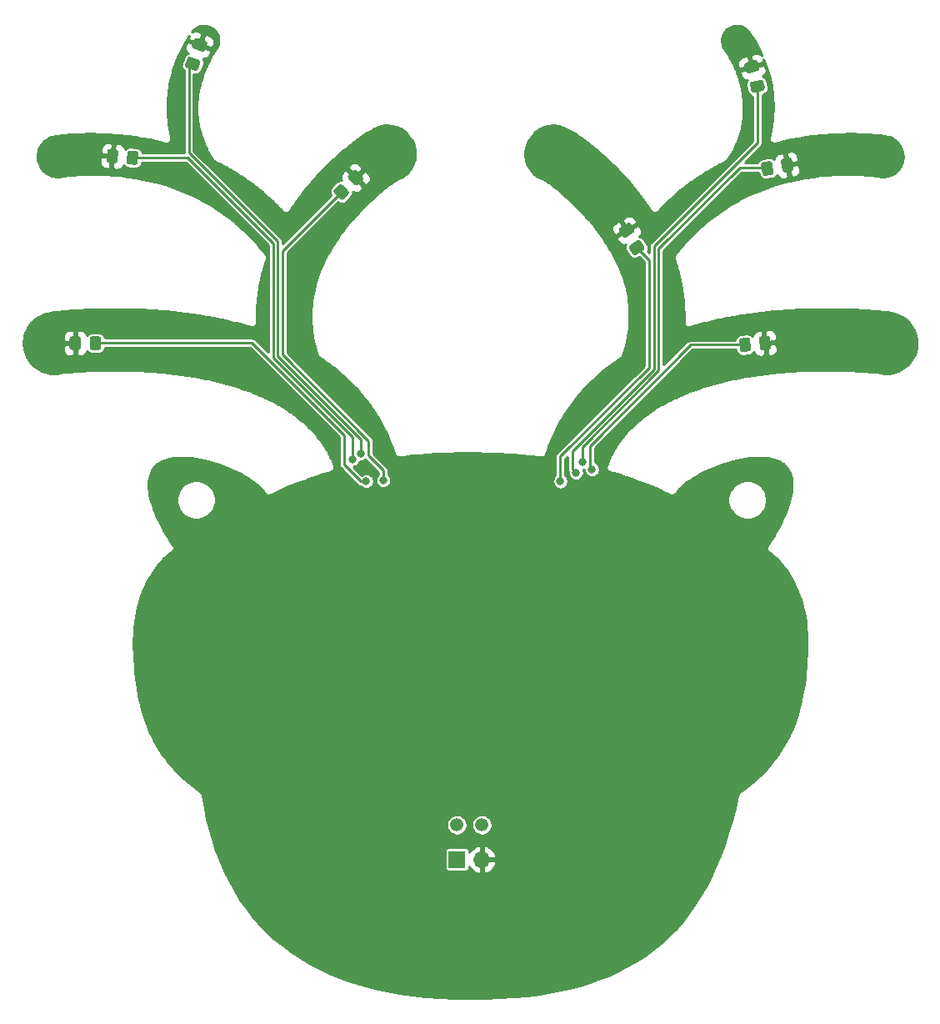
<source format=gtl>
G04 #@! TF.GenerationSoftware,KiCad,Pcbnew,(5.1.6)-1*
G04 #@! TF.CreationDate,2021-11-13T21:04:05+01:00*
G04 #@! TF.ProjectId,opamp_vu_meter,6f70616d-705f-4767-955f-6d657465722e,rev?*
G04 #@! TF.SameCoordinates,Original*
G04 #@! TF.FileFunction,Copper,L1,Top*
G04 #@! TF.FilePolarity,Positive*
%FSLAX46Y46*%
G04 Gerber Fmt 4.6, Leading zero omitted, Abs format (unit mm)*
G04 Created by KiCad (PCBNEW (5.1.6)-1) date 2021-11-13 21:04:05*
%MOMM*%
%LPD*%
G01*
G04 APERTURE LIST*
G04 #@! TA.AperFunction,ComponentPad*
%ADD10O,1.700000X1.700000*%
G04 #@! TD*
G04 #@! TA.AperFunction,ComponentPad*
%ADD11R,1.700000X1.700000*%
G04 #@! TD*
G04 #@! TA.AperFunction,ComponentPad*
%ADD12C,1.333000*%
G04 #@! TD*
G04 #@! TA.AperFunction,ViaPad*
%ADD13C,0.800000*%
G04 #@! TD*
G04 #@! TA.AperFunction,Conductor*
%ADD14C,0.250000*%
G04 #@! TD*
G04 #@! TA.AperFunction,Conductor*
%ADD15C,0.254000*%
G04 #@! TD*
G04 APERTURE END LIST*
D10*
G04 #@! TO.P,J1,2*
G04 #@! TO.N,VCC*
X151540000Y-116500000D03*
D11*
G04 #@! TO.P,J1,1*
G04 #@! TO.N,GND*
X149000000Y-116500000D03*
G04 #@! TD*
D12*
G04 #@! TO.P,MK1,1*
G04 #@! TO.N,GND*
X149000000Y-113000000D03*
G04 #@! TO.P,MK1,2*
G04 #@! TO.N,Net-(C1-Pad1)*
X151540000Y-113000000D03*
G04 #@! TD*
G04 #@! TO.P,D2,1*
G04 #@! TO.N,Net-(D2-Pad1)*
G04 #@! TA.AperFunction,SMDPad,CuDef*
G36*
G01*
X180083489Y-38438939D02*
X179214154Y-38671876D01*
G75*
G02*
X178907969Y-38495101I-64705J241480D01*
G01*
X178739736Y-37867247D01*
G75*
G02*
X178916511Y-37561062I241480J64705D01*
G01*
X179785846Y-37328124D01*
G75*
G02*
X180092031Y-37504899I64705J-241480D01*
G01*
X180260264Y-38132753D01*
G75*
G02*
X180083489Y-38438938I-241480J-64705D01*
G01*
G37*
G04 #@! TD.AperFunction*
G04 #@! TO.P,D2,2*
G04 #@! TO.N,VCC*
G04 #@! TA.AperFunction,SMDPad,CuDef*
G36*
G01*
X179552909Y-36458791D02*
X178683574Y-36691728D01*
G75*
G02*
X178377389Y-36514953I-64705J241480D01*
G01*
X178209156Y-35887099D01*
G75*
G02*
X178385931Y-35580914I241480J64705D01*
G01*
X179255266Y-35347976D01*
G75*
G02*
X179561451Y-35524751I64705J-241480D01*
G01*
X179729684Y-36152605D01*
G75*
G02*
X179552909Y-36458790I-241480J-64705D01*
G01*
G37*
G04 #@! TD.AperFunction*
G04 #@! TD*
G04 #@! TO.P,D3,2*
G04 #@! TO.N,VCC*
G04 #@! TA.AperFunction,SMDPad,CuDef*
G36*
G01*
X123076772Y-34481048D02*
X122231046Y-34173229D01*
G75*
G02*
X122081629Y-33852802I85505J234922D01*
G01*
X122303943Y-33242000D01*
G75*
G02*
X122624370Y-33092583I234922J-85505D01*
G01*
X123470096Y-33400401D01*
G75*
G02*
X123619513Y-33720828I-85505J-234922D01*
G01*
X123397199Y-34331630D01*
G75*
G02*
X123076772Y-34481047I-234922J85505D01*
G01*
G37*
G04 #@! TD.AperFunction*
G04 #@! TO.P,D3,1*
G04 #@! TO.N,Net-(D3-Pad1)*
G04 #@! TA.AperFunction,SMDPad,CuDef*
G36*
G01*
X122375630Y-36407418D02*
X121529904Y-36099599D01*
G75*
G02*
X121380487Y-35779172I85505J234922D01*
G01*
X121602801Y-35168370D01*
G75*
G02*
X121923228Y-35018953I234922J-85505D01*
G01*
X122768954Y-35326771D01*
G75*
G02*
X122918371Y-35647198I-85505J-234922D01*
G01*
X122696057Y-36258000D01*
G75*
G02*
X122375630Y-36407417I-234922J85505D01*
G01*
G37*
G04 #@! TD.AperFunction*
G04 #@! TD*
G04 #@! TO.P,D4,1*
G04 #@! TO.N,Net-(D4-Pad1)*
G04 #@! TA.AperFunction,SMDPad,CuDef*
G36*
G01*
X116642560Y-44869150D02*
X116564120Y-45765727D01*
G75*
G02*
X116293283Y-45992986I-249048J21789D01*
G01*
X115645755Y-45936335D01*
G75*
G02*
X115418496Y-45665498I21789J249048D01*
G01*
X115496936Y-44768921D01*
G75*
G02*
X115767773Y-44541662I249048J-21789D01*
G01*
X116415301Y-44598313D01*
G75*
G02*
X116642560Y-44869150I-21789J-249048D01*
G01*
G37*
G04 #@! TD.AperFunction*
G04 #@! TO.P,D4,2*
G04 #@! TO.N,VCC*
G04 #@! TA.AperFunction,SMDPad,CuDef*
G36*
G01*
X114600360Y-44690480D02*
X114521920Y-45587057D01*
G75*
G02*
X114251083Y-45814316I-249048J21789D01*
G01*
X113603555Y-45757665D01*
G75*
G02*
X113376296Y-45486828I21789J249048D01*
G01*
X113454736Y-44590251D01*
G75*
G02*
X113725573Y-44362992I249048J-21789D01*
G01*
X114373101Y-44419643D01*
G75*
G02*
X114600360Y-44690480I-21789J-249048D01*
G01*
G37*
G04 #@! TD.AperFunction*
G04 #@! TD*
G04 #@! TO.P,D5,2*
G04 #@! TO.N,VCC*
G04 #@! TA.AperFunction,SMDPad,CuDef*
G36*
G01*
X182061877Y-46543012D02*
X181905594Y-45656683D01*
G75*
G02*
X182108383Y-45367070I246201J43412D01*
G01*
X182748510Y-45254199D01*
G75*
G02*
X183038123Y-45456988I43412J-246201D01*
G01*
X183194406Y-46343317D01*
G75*
G02*
X182991617Y-46632930I-246201J-43412D01*
G01*
X182351490Y-46745801D01*
G75*
G02*
X182061877Y-46543012I-43412J246201D01*
G01*
G37*
G04 #@! TD.AperFunction*
G04 #@! TO.P,D5,1*
G04 #@! TO.N,Net-(D5-Pad1)*
G04 #@! TA.AperFunction,SMDPad,CuDef*
G36*
G01*
X180043021Y-46898990D02*
X179886738Y-46012661D01*
G75*
G02*
X180089527Y-45723048I246201J43412D01*
G01*
X180729654Y-45610177D01*
G75*
G02*
X181019267Y-45812966I43412J-246201D01*
G01*
X181175550Y-46699295D01*
G75*
G02*
X180972761Y-46988908I-246201J-43412D01*
G01*
X180332634Y-47101779D01*
G75*
G02*
X180043021Y-46898990I-43412J246201D01*
G01*
G37*
G04 #@! TD.AperFunction*
G04 #@! TD*
G04 #@! TO.P,D6,2*
G04 #@! TO.N,VCC*
G04 #@! TA.AperFunction,SMDPad,CuDef*
G36*
G01*
X138611180Y-48000001D02*
X137974783Y-47363604D01*
G75*
G02*
X137974783Y-47010052I176776J176776D01*
G01*
X138434404Y-46550431D01*
G75*
G02*
X138787956Y-46550431I176776J-176776D01*
G01*
X139424353Y-47186828D01*
G75*
G02*
X139424353Y-47540380I-176776J-176776D01*
G01*
X138964732Y-48000001D01*
G75*
G02*
X138611180Y-48000001I-176776J176776D01*
G01*
G37*
G04 #@! TD.AperFunction*
G04 #@! TO.P,D6,1*
G04 #@! TO.N,Net-(D6-Pad1)*
G04 #@! TA.AperFunction,SMDPad,CuDef*
G36*
G01*
X137161612Y-49449569D02*
X136525215Y-48813172D01*
G75*
G02*
X136525215Y-48459620I176776J176776D01*
G01*
X136984836Y-47999999D01*
G75*
G02*
X137338388Y-47999999I176776J-176776D01*
G01*
X137974785Y-48636396D01*
G75*
G02*
X137974785Y-48989948I-176776J-176776D01*
G01*
X137515164Y-49449569D01*
G75*
G02*
X137161612Y-49449569I-176776J176776D01*
G01*
G37*
G04 #@! TD.AperFunction*
G04 #@! TD*
G04 #@! TO.P,D7,1*
G04 #@! TO.N,Net-(D7-Pad1)*
G04 #@! TA.AperFunction,SMDPad,CuDef*
G36*
G01*
X167939712Y-54660640D02*
X167160288Y-55110641D01*
G75*
G02*
X166818783Y-55019135I-125000J216505D01*
G01*
X166493782Y-54456216D01*
G75*
G02*
X166585288Y-54114712I216505J124999D01*
G01*
X167364713Y-53664711D01*
G75*
G02*
X167706217Y-53756217I124999J-216505D01*
G01*
X168031218Y-54319136D01*
G75*
G02*
X167939713Y-54660640I-216505J-124999D01*
G01*
G37*
G04 #@! TD.AperFunction*
G04 #@! TO.P,D7,2*
G04 #@! TO.N,VCC*
G04 #@! TA.AperFunction,SMDPad,CuDef*
G36*
G01*
X166914712Y-52885288D02*
X166135288Y-53335289D01*
G75*
G02*
X165793783Y-53243783I-125000J216505D01*
G01*
X165468782Y-52680864D01*
G75*
G02*
X165560288Y-52339360I216505J124999D01*
G01*
X166339713Y-51889359D01*
G75*
G02*
X166681217Y-51980865I124999J-216505D01*
G01*
X167006218Y-52543784D01*
G75*
G02*
X166914713Y-52885288I-216505J-124999D01*
G01*
G37*
G04 #@! TD.AperFunction*
G04 #@! TD*
G04 #@! TO.P,D8,2*
G04 #@! TO.N,VCC*
G04 #@! TA.AperFunction,SMDPad,CuDef*
G36*
G01*
X110790572Y-63622010D02*
X110790572Y-64522012D01*
G75*
G02*
X110540573Y-64772011I-249999J0D01*
G01*
X109890571Y-64772011D01*
G75*
G02*
X109640572Y-64522012I0J249999D01*
G01*
X109640572Y-63622010D01*
G75*
G02*
X109890571Y-63372011I249999J0D01*
G01*
X110540573Y-63372011D01*
G75*
G02*
X110790572Y-63622010I0J-249999D01*
G01*
G37*
G04 #@! TD.AperFunction*
G04 #@! TO.P,D8,1*
G04 #@! TO.N,Net-(D8-Pad1)*
G04 #@! TA.AperFunction,SMDPad,CuDef*
G36*
G01*
X112840572Y-63622010D02*
X112840572Y-64522012D01*
G75*
G02*
X112590573Y-64772011I-249999J0D01*
G01*
X111940571Y-64772011D01*
G75*
G02*
X111690572Y-64522012I0J249999D01*
G01*
X111690572Y-63622010D01*
G75*
G02*
X111940571Y-63372011I249999J0D01*
G01*
X112590573Y-63372011D01*
G75*
G02*
X112840572Y-63622010I0J-249999D01*
G01*
G37*
G04 #@! TD.AperFunction*
G04 #@! TD*
G04 #@! TO.P,D9,1*
G04 #@! TO.N,Net-(D9-Pad1)*
G04 #@! TA.AperFunction,SMDPad,CuDef*
G36*
G01*
X177716408Y-64748403D02*
X177637968Y-63851826D01*
G75*
G02*
X177865227Y-63580989I249048J21789D01*
G01*
X178512755Y-63524338D01*
G75*
G02*
X178783592Y-63751597I21789J-249048D01*
G01*
X178862032Y-64648174D01*
G75*
G02*
X178634773Y-64919011I-249048J-21789D01*
G01*
X177987245Y-64975662D01*
G75*
G02*
X177716408Y-64748403I-21789J249048D01*
G01*
G37*
G04 #@! TD.AperFunction*
G04 #@! TO.P,D9,2*
G04 #@! TO.N,VCC*
G04 #@! TA.AperFunction,SMDPad,CuDef*
G36*
G01*
X179758608Y-64569733D02*
X179680168Y-63673156D01*
G75*
G02*
X179907427Y-63402319I249048J21789D01*
G01*
X180554955Y-63345668D01*
G75*
G02*
X180825792Y-63572927I21789J-249048D01*
G01*
X180904232Y-64469504D01*
G75*
G02*
X180676973Y-64740341I-249048J-21789D01*
G01*
X180029445Y-64796992D01*
G75*
G02*
X179758608Y-64569733I-21789J249048D01*
G01*
G37*
G04 #@! TD.AperFunction*
G04 #@! TD*
D13*
G04 #@! TO.N,Net-(D2-Pad1)*
X161102667Y-77225010D03*
G04 #@! TO.N,Net-(D3-Pad1)*
X139207115Y-75292885D03*
G04 #@! TO.N,Net-(D4-Pad1)*
X138359355Y-75859355D03*
G04 #@! TO.N,Net-(D5-Pad1)*
X161774990Y-76157093D03*
G04 #@! TO.N,Net-(D6-Pad1)*
X141500000Y-78000000D03*
G04 #@! TO.N,Net-(D7-Pad1)*
X159500000Y-78125032D03*
G04 #@! TO.N,Net-(D8-Pad1)*
X139774990Y-78091284D03*
G04 #@! TO.N,Net-(D9-Pad1)*
X162713191Y-76878652D03*
G04 #@! TO.N,VCC*
X175000000Y-94000000D03*
X164500000Y-114500000D03*
X164500000Y-120500000D03*
X129500000Y-103500000D03*
X129500000Y-94000000D03*
X166500000Y-106500000D03*
X129500000Y-122000000D03*
X129512660Y-112987340D03*
G04 #@! TD*
D14*
G04 #@! TO.N,Net-(D2-Pad1)*
X179500000Y-43750000D02*
X179500000Y-38000000D01*
X169000000Y-54250000D02*
X179500000Y-43750000D01*
X160702668Y-76825011D02*
X160702668Y-75024512D01*
X161102667Y-77225010D02*
X160702668Y-76825011D01*
X160702668Y-75024512D02*
X169000000Y-66727180D01*
X169000000Y-66727180D02*
X169000000Y-54250000D01*
G04 #@! TO.N,Net-(D3-Pad1)*
X122036815Y-35713185D02*
X121750000Y-36000000D01*
X122149429Y-35713185D02*
X122036815Y-35713185D01*
X121750000Y-44750000D02*
X130750000Y-53750000D01*
X139207115Y-73843525D02*
X139207115Y-75292885D01*
X130750000Y-65386410D02*
X139207115Y-73843525D01*
X121750000Y-36000000D02*
X121750000Y-44750000D01*
X130750000Y-53750000D02*
X130750000Y-65386410D01*
G04 #@! TO.N,Net-(D4-Pad1)*
X130299989Y-53936399D02*
X121630914Y-45267324D01*
X121630914Y-45267324D02*
X116030528Y-45267324D01*
X138359355Y-73632176D02*
X130299989Y-65572810D01*
X138359355Y-75859355D02*
X138359355Y-73632176D01*
X130299989Y-65572810D02*
X130299989Y-53936399D01*
G04 #@! TO.N,Net-(D5-Pad1)*
X169500000Y-54500000D02*
X177750000Y-46250000D01*
X169500000Y-66863590D02*
X169500000Y-54500000D01*
X177750000Y-46250000D02*
X180500000Y-46250000D01*
X161774990Y-76157093D02*
X161774990Y-74588600D01*
X161774990Y-74588600D02*
X169500000Y-66863590D01*
G04 #@! TO.N,Net-(D6-Pad1)*
X131250000Y-54724784D02*
X131250000Y-65250000D01*
X137250000Y-48724784D02*
X131250000Y-54724784D01*
X131250000Y-65250000D02*
X140000000Y-74000000D01*
X141500000Y-77000000D02*
X141500000Y-78000000D01*
X140000000Y-74000000D02*
X140000000Y-75500000D01*
X140000000Y-75500000D02*
X141500000Y-77000000D01*
G04 #@! TO.N,Net-(D7-Pad1)*
X168500000Y-55625176D02*
X167262500Y-54387676D01*
X168500000Y-66590770D02*
X168500000Y-55625176D01*
X159500000Y-78125032D02*
X159500000Y-75590770D01*
X159500000Y-75590770D02*
X168500000Y-66590770D01*
G04 #@! TO.N,Net-(D8-Pad1)*
X139209305Y-78091284D02*
X139774990Y-78091284D01*
X137500000Y-76381979D02*
X139209305Y-78091284D01*
X137500000Y-73409232D02*
X137500000Y-76381979D01*
X112265572Y-64072011D02*
X128162779Y-64072011D01*
X128162779Y-64072011D02*
X137500000Y-73409232D01*
G04 #@! TO.N,Net-(D9-Pad1)*
X172750000Y-64250000D02*
X178250000Y-64250000D01*
X162500000Y-74500000D02*
X172750000Y-64250000D01*
X162713191Y-76878652D02*
X162500000Y-76665461D01*
X162500000Y-76665461D02*
X162500000Y-74500000D01*
G04 #@! TD*
D15*
G04 #@! TO.N,VCC*
G36*
X123574231Y-31863932D02*
G01*
X123783640Y-31919208D01*
X123975515Y-32000712D01*
X124150037Y-32106089D01*
X124306674Y-32233157D01*
X124444301Y-32379606D01*
X124561450Y-32542857D01*
X124656492Y-32719973D01*
X124727893Y-32907816D01*
X124774300Y-33103158D01*
X124794578Y-33302859D01*
X124787754Y-33504124D01*
X124752832Y-33704588D01*
X124688516Y-33902450D01*
X124592909Y-34096306D01*
X124449887Y-34304359D01*
X124444838Y-34311059D01*
X124442451Y-34314969D01*
X124439421Y-34318393D01*
X124435519Y-34323860D01*
X124319048Y-34489506D01*
X124316417Y-34494153D01*
X124313028Y-34498273D01*
X124309327Y-34503877D01*
X124189909Y-34687447D01*
X124187872Y-34691369D01*
X124185174Y-34694873D01*
X124181655Y-34700594D01*
X124034066Y-34944328D01*
X124032534Y-34947526D01*
X124030456Y-34950391D01*
X124027102Y-34956210D01*
X123916689Y-35150923D01*
X123915639Y-35153287D01*
X123914171Y-35155419D01*
X123910962Y-35161319D01*
X123793473Y-35380971D01*
X123792355Y-35383664D01*
X123790767Y-35386105D01*
X123787712Y-35392087D01*
X123665323Y-35635956D01*
X123664151Y-35639001D01*
X123662449Y-35641781D01*
X123659560Y-35647844D01*
X123534450Y-35915210D01*
X123533241Y-35918629D01*
X123531438Y-35921775D01*
X123528726Y-35927920D01*
X123403073Y-36218063D01*
X123401847Y-36221879D01*
X123399962Y-36225414D01*
X123397438Y-36231638D01*
X123273419Y-36543837D01*
X123272200Y-36548071D01*
X123270253Y-36552024D01*
X123267931Y-36558326D01*
X123147722Y-36891860D01*
X123146538Y-36896534D01*
X123144556Y-36900928D01*
X123142450Y-36907306D01*
X123028230Y-37261455D01*
X123027114Y-37266583D01*
X123025128Y-37271443D01*
X123023251Y-37277891D01*
X122917198Y-37651934D01*
X122916603Y-37655231D01*
X122915425Y-37658359D01*
X122913728Y-37664857D01*
X122864444Y-37859115D01*
X122864310Y-37859996D01*
X122864010Y-37860838D01*
X122862428Y-37867365D01*
X122819115Y-38051684D01*
X122818732Y-38054542D01*
X122817835Y-38057281D01*
X122816422Y-38063847D01*
X122738034Y-38441039D01*
X122737426Y-38446691D01*
X122735861Y-38452152D01*
X122734696Y-38458766D01*
X122669057Y-38847211D01*
X122668783Y-38851135D01*
X122667813Y-38854953D01*
X122666849Y-38861600D01*
X122639472Y-39059986D01*
X122639402Y-39061765D01*
X122639000Y-39063501D01*
X122638177Y-39070166D01*
X122614782Y-39271297D01*
X122614746Y-39273278D01*
X122614344Y-39275209D01*
X122613669Y-39281891D01*
X122594522Y-39485746D01*
X122594531Y-39487906D01*
X122594138Y-39490035D01*
X122593617Y-39496731D01*
X122578982Y-39703286D01*
X122579045Y-39705625D01*
X122578675Y-39707937D01*
X122578312Y-39714644D01*
X122568454Y-39923876D01*
X122568581Y-39926384D01*
X122568245Y-39928870D01*
X122568045Y-39935583D01*
X122563229Y-40147470D01*
X122563429Y-40150134D01*
X122563138Y-40152785D01*
X122563106Y-40159501D01*
X122563597Y-40374021D01*
X122563879Y-40376827D01*
X122563643Y-40379633D01*
X122563783Y-40386348D01*
X122569847Y-40603478D01*
X122570218Y-40606412D01*
X122570048Y-40609354D01*
X122570364Y-40616062D01*
X122582264Y-40835778D01*
X122582730Y-40838823D01*
X122582635Y-40841897D01*
X122583130Y-40848595D01*
X122601133Y-41070875D01*
X122601699Y-41074010D01*
X122601687Y-41077198D01*
X122602364Y-41083880D01*
X122626734Y-41308702D01*
X122627405Y-41311916D01*
X122627483Y-41315200D01*
X122628344Y-41321860D01*
X122659347Y-41549201D01*
X122660125Y-41552477D01*
X122660299Y-41555831D01*
X122661345Y-41562465D01*
X122699244Y-41792304D01*
X122700130Y-41795620D01*
X122700404Y-41799038D01*
X122701636Y-41805640D01*
X122746698Y-42037951D01*
X122747692Y-42041291D01*
X122748068Y-42044747D01*
X122749487Y-42051311D01*
X122801977Y-42286074D01*
X122803075Y-42289414D01*
X122803554Y-42292891D01*
X122805160Y-42299412D01*
X122865341Y-42536603D01*
X122866541Y-42539928D01*
X122867122Y-42543412D01*
X122868913Y-42549884D01*
X122937053Y-42789482D01*
X122938346Y-42792769D01*
X122939028Y-42796240D01*
X122941004Y-42802659D01*
X123017366Y-43044639D01*
X123018748Y-43047877D01*
X123019526Y-43051315D01*
X123021685Y-43057675D01*
X123106534Y-43302015D01*
X123107996Y-43305187D01*
X123108864Y-43308572D01*
X123111203Y-43314867D01*
X123204803Y-43561545D01*
X123206336Y-43564636D01*
X123207289Y-43567960D01*
X123209805Y-43574187D01*
X123312424Y-43823180D01*
X123314019Y-43826179D01*
X123315045Y-43829414D01*
X123317734Y-43835568D01*
X123429634Y-44086854D01*
X123431278Y-44089748D01*
X123432372Y-44092890D01*
X123435231Y-44098968D01*
X123556679Y-44352524D01*
X123558360Y-44355301D01*
X123559511Y-44358336D01*
X123562535Y-44364333D01*
X123693795Y-44620136D01*
X123695503Y-44622790D01*
X123696701Y-44625709D01*
X123699887Y-44631621D01*
X123841224Y-44889648D01*
X123842946Y-44892171D01*
X123844179Y-44894962D01*
X123847520Y-44900788D01*
X123999200Y-45161018D01*
X124000924Y-45163406D01*
X124002183Y-45166064D01*
X124005676Y-45171801D01*
X124167964Y-45434210D01*
X124190125Y-45463263D01*
X124211016Y-45493267D01*
X124218553Y-45500533D01*
X124224897Y-45508850D01*
X124252279Y-45533046D01*
X124278599Y-45558420D01*
X124287399Y-45564081D01*
X124295242Y-45571011D01*
X124326811Y-45589432D01*
X124357550Y-45609205D01*
X124363548Y-45612228D01*
X124589697Y-45724250D01*
X124813581Y-45838006D01*
X125037121Y-45954497D01*
X125260550Y-46073894D01*
X125483721Y-46196175D01*
X125706497Y-46321315D01*
X125929014Y-46449447D01*
X126151133Y-46580544D01*
X126372860Y-46714667D01*
X126594101Y-46851814D01*
X126814842Y-46992034D01*
X127035075Y-47135377D01*
X127254638Y-47281797D01*
X127473740Y-47431488D01*
X127692004Y-47584256D01*
X127909754Y-47740384D01*
X128126688Y-47899720D01*
X128342832Y-48062340D01*
X128558238Y-48228348D01*
X128772724Y-48397665D01*
X128986395Y-48570437D01*
X129199092Y-48746601D01*
X129410850Y-48926250D01*
X129621616Y-49109406D01*
X129831339Y-49296092D01*
X130040019Y-49486376D01*
X130247544Y-49680223D01*
X130453900Y-49877692D01*
X130659127Y-50078887D01*
X130863085Y-50283749D01*
X131065834Y-50492409D01*
X131269237Y-50706909D01*
X131275064Y-50711960D01*
X131279992Y-50717894D01*
X131310497Y-50742676D01*
X131340171Y-50768399D01*
X131346865Y-50772221D01*
X131352853Y-50777085D01*
X131387578Y-50795463D01*
X131421695Y-50814940D01*
X131429009Y-50817390D01*
X131435824Y-50820997D01*
X131473461Y-50832281D01*
X131510708Y-50844759D01*
X131518354Y-50845741D01*
X131525744Y-50847957D01*
X131564855Y-50851716D01*
X131603817Y-50856722D01*
X131611512Y-50856200D01*
X131619188Y-50856938D01*
X131658270Y-50853030D01*
X131697477Y-50850372D01*
X131704926Y-50848365D01*
X131712597Y-50847598D01*
X131750185Y-50836171D01*
X131788120Y-50825950D01*
X131795033Y-50822537D01*
X131802413Y-50820293D01*
X131837069Y-50801780D01*
X131872293Y-50784388D01*
X131878413Y-50779695D01*
X131885215Y-50776062D01*
X131915617Y-50751169D01*
X131946789Y-50727268D01*
X131951879Y-50721478D01*
X131957848Y-50716591D01*
X131982842Y-50686260D01*
X132008772Y-50656766D01*
X132012641Y-50650098D01*
X132017547Y-50644144D01*
X132021253Y-50638543D01*
X132153847Y-50435065D01*
X132286286Y-50235634D01*
X132419552Y-50038844D01*
X132553575Y-49844894D01*
X132688432Y-49653776D01*
X132824056Y-49465687D01*
X132960323Y-49280901D01*
X133097489Y-49099182D01*
X133255244Y-48894671D01*
X133413804Y-48693036D01*
X133572990Y-48494392D01*
X133732669Y-48298796D01*
X133892727Y-48106270D01*
X134053117Y-47916766D01*
X134213741Y-47730288D01*
X134374517Y-47546830D01*
X134535262Y-47366496D01*
X134695969Y-47189187D01*
X134856516Y-47014939D01*
X135016757Y-46843811D01*
X135176767Y-46675629D01*
X135336404Y-46510445D01*
X135495308Y-46348539D01*
X135653698Y-46189589D01*
X135714809Y-46129173D01*
X137957636Y-46129173D01*
X137957636Y-46353679D01*
X138699568Y-47095611D01*
X139353111Y-46442067D01*
X139353111Y-46217561D01*
X139062365Y-45922470D01*
X138965673Y-45843117D01*
X138855359Y-45784153D01*
X138735661Y-45747843D01*
X138611180Y-45735583D01*
X138486698Y-45747843D01*
X138367000Y-45784153D01*
X138256686Y-45843117D01*
X138159995Y-45922470D01*
X137957636Y-46129173D01*
X135714809Y-46129173D01*
X135811416Y-46033667D01*
X135968233Y-45880907D01*
X136124110Y-45731257D01*
X136279104Y-45584575D01*
X136433010Y-45440971D01*
X136585711Y-45300468D01*
X136737084Y-45163097D01*
X136886488Y-45029345D01*
X137182615Y-44769496D01*
X137471572Y-44522506D01*
X137753083Y-44287972D01*
X138026972Y-44065440D01*
X138159403Y-43959809D01*
X138355099Y-43806092D01*
X138544833Y-43659840D01*
X138729012Y-43520596D01*
X138907447Y-43388363D01*
X139080045Y-43263069D01*
X139246580Y-43144732D01*
X139460204Y-42996821D01*
X139662917Y-42860783D01*
X139856358Y-42735210D01*
X139877295Y-42721870D01*
X140056731Y-42609335D01*
X140227087Y-42507396D01*
X140401771Y-42409914D01*
X140572682Y-42321616D01*
X140644568Y-42284844D01*
X140813265Y-42205872D01*
X140977799Y-42145138D01*
X141167992Y-42086309D01*
X141168150Y-42086242D01*
X141168313Y-42086209D01*
X141174714Y-42084176D01*
X141286586Y-42047767D01*
X141455831Y-42000568D01*
X141621289Y-41976017D01*
X141821971Y-41967117D01*
X142035861Y-41973182D01*
X142229569Y-41987999D01*
X142368275Y-42004255D01*
X142542634Y-42034761D01*
X142713593Y-42076488D01*
X142876715Y-42127285D01*
X142906290Y-42138656D01*
X143063751Y-42213908D01*
X143257048Y-42320188D01*
X143457150Y-42438340D01*
X143632918Y-42546714D01*
X143735809Y-42612416D01*
X143766868Y-42653224D01*
X143766874Y-42653232D01*
X143892066Y-42817936D01*
X144048676Y-43024033D01*
X144048708Y-43024076D01*
X144174185Y-43189227D01*
X144174204Y-43189252D01*
X144296758Y-43350575D01*
X144296762Y-43350580D01*
X144440153Y-43539362D01*
X144440157Y-43539367D01*
X144526886Y-43653627D01*
X144564968Y-43784954D01*
X144624400Y-44003405D01*
X144673907Y-44200025D01*
X144718179Y-44396397D01*
X144749758Y-44566978D01*
X144766149Y-44726673D01*
X144764580Y-44950013D01*
X144744436Y-45175924D01*
X144706391Y-45397187D01*
X144651059Y-45612976D01*
X144579023Y-45822509D01*
X144490893Y-46024891D01*
X144387278Y-46219220D01*
X144268791Y-46404602D01*
X144136068Y-46580108D01*
X143989738Y-46744839D01*
X143830451Y-46897880D01*
X143658828Y-47038355D01*
X143475476Y-47165394D01*
X143280958Y-47278152D01*
X143075824Y-47375769D01*
X142842041Y-47464417D01*
X142839309Y-47465771D01*
X142836373Y-47466607D01*
X142797244Y-47486622D01*
X142757932Y-47506108D01*
X142755516Y-47507966D01*
X142752797Y-47509357D01*
X142747170Y-47513024D01*
X142638751Y-47584758D01*
X142638736Y-47584770D01*
X142633365Y-47588374D01*
X142448225Y-47714492D01*
X142447867Y-47714791D01*
X142447461Y-47715014D01*
X142441944Y-47718844D01*
X142267589Y-47841715D01*
X142267337Y-47841932D01*
X142267046Y-47842098D01*
X142261589Y-47846013D01*
X142069535Y-47985816D01*
X142069487Y-47985859D01*
X142069427Y-47985894D01*
X142064026Y-47989886D01*
X141897984Y-48114409D01*
X141897951Y-48114440D01*
X141893012Y-48118189D01*
X141716234Y-48254387D01*
X141716215Y-48254405D01*
X141711230Y-48258295D01*
X141523982Y-48406539D01*
X141523907Y-48406611D01*
X141520274Y-48409505D01*
X141414440Y-48495007D01*
X141414371Y-48495075D01*
X141410751Y-48498017D01*
X141193004Y-48677523D01*
X141192977Y-48677550D01*
X141188183Y-48681551D01*
X140963007Y-48872175D01*
X140962987Y-48872196D01*
X140958232Y-48876271D01*
X140726438Y-49077760D01*
X140726417Y-49077782D01*
X140721682Y-49081949D01*
X140484082Y-49294046D01*
X140484070Y-49294059D01*
X140479317Y-49298357D01*
X140236851Y-49520688D01*
X140236848Y-49520690D01*
X140236804Y-49520731D01*
X140236721Y-49520807D01*
X140236716Y-49520813D01*
X140231928Y-49525262D01*
X139985161Y-49757795D01*
X139980305Y-49762435D01*
X139730152Y-50004822D01*
X139730101Y-50004882D01*
X139730037Y-50004933D01*
X139725248Y-50009642D01*
X139472533Y-50261615D01*
X139472415Y-50261759D01*
X139472274Y-50261874D01*
X139467554Y-50266653D01*
X139213088Y-50527956D01*
X139212899Y-50528192D01*
X139212669Y-50528387D01*
X139208023Y-50533237D01*
X138952619Y-50803614D01*
X138952354Y-50803956D01*
X138952029Y-50804240D01*
X138947460Y-50809163D01*
X138691926Y-51088358D01*
X138691579Y-51088821D01*
X138691151Y-51089207D01*
X138686663Y-51094204D01*
X138431814Y-51381962D01*
X138431384Y-51382556D01*
X138430845Y-51383059D01*
X138426443Y-51388131D01*
X138173089Y-51684196D01*
X138172567Y-51684943D01*
X138171918Y-51685571D01*
X138167606Y-51690720D01*
X137916558Y-51994836D01*
X137915947Y-51995743D01*
X137915176Y-51996518D01*
X137910960Y-52001747D01*
X137663029Y-52313659D01*
X137662975Y-52313743D01*
X137662906Y-52313814D01*
X137658765Y-52319102D01*
X137536222Y-52477902D01*
X137536195Y-52477945D01*
X137532511Y-52482775D01*
X137299780Y-52792439D01*
X137299475Y-52792940D01*
X137299080Y-52793373D01*
X137295096Y-52798779D01*
X137066910Y-53112989D01*
X137066482Y-53113718D01*
X137065923Y-53114353D01*
X137062033Y-53119828D01*
X136838909Y-53438633D01*
X136838363Y-53439603D01*
X136837643Y-53440451D01*
X136833856Y-53445998D01*
X136616315Y-53769448D01*
X136615660Y-53770662D01*
X136614785Y-53771736D01*
X136611108Y-53777357D01*
X136399669Y-54105504D01*
X136398914Y-54106974D01*
X136397890Y-54108284D01*
X136394331Y-54113980D01*
X136189515Y-54446873D01*
X136188665Y-54448616D01*
X136187510Y-54450163D01*
X136184076Y-54455935D01*
X135986401Y-54793629D01*
X135985472Y-54795646D01*
X135984190Y-54797448D01*
X135980891Y-54803298D01*
X135790878Y-55145842D01*
X135789886Y-55148133D01*
X135788487Y-55150205D01*
X135785332Y-55156134D01*
X135603501Y-55503578D01*
X135602458Y-55506155D01*
X135600959Y-55508503D01*
X135597956Y-55514511D01*
X135424826Y-55866906D01*
X135423749Y-55869777D01*
X135422167Y-55872406D01*
X135419325Y-55878491D01*
X135255416Y-56235890D01*
X135254324Y-56239055D01*
X135252678Y-56241971D01*
X135250006Y-56248133D01*
X135095837Y-56610585D01*
X135094749Y-56614049D01*
X135093058Y-56617258D01*
X135090565Y-56623494D01*
X134946658Y-56991051D01*
X134945596Y-56994808D01*
X134943885Y-56998308D01*
X134941581Y-57004617D01*
X134808453Y-57377330D01*
X134807441Y-57381371D01*
X134805729Y-57385169D01*
X134803624Y-57391547D01*
X134681796Y-57769466D01*
X134680857Y-57773786D01*
X134679171Y-57777872D01*
X134677273Y-57784314D01*
X134567265Y-58167491D01*
X134566422Y-58172075D01*
X134564788Y-58176443D01*
X134563105Y-58182945D01*
X134465437Y-58571431D01*
X134464714Y-58576265D01*
X134463159Y-58580897D01*
X134461699Y-58587452D01*
X134376890Y-58981299D01*
X134376309Y-58986359D01*
X134374859Y-58991240D01*
X134373630Y-58997843D01*
X134302199Y-59397099D01*
X134301781Y-59402361D01*
X134300460Y-59407472D01*
X134299469Y-59414115D01*
X134241936Y-59818833D01*
X134241700Y-59824269D01*
X134240532Y-59829580D01*
X134239783Y-59836255D01*
X134196670Y-60246485D01*
X134196631Y-60252059D01*
X134195637Y-60257542D01*
X134195137Y-60264240D01*
X134166962Y-60680034D01*
X134167133Y-60685707D01*
X134166329Y-60691333D01*
X134166080Y-60698044D01*
X134153363Y-61119453D01*
X134153752Y-61125195D01*
X134153154Y-61130917D01*
X134153158Y-61137634D01*
X134156418Y-61564707D01*
X134157028Y-61570474D01*
X134156645Y-61576261D01*
X134156904Y-61582972D01*
X134176662Y-62015763D01*
X134177493Y-62021518D01*
X134177330Y-62027323D01*
X134177844Y-62034020D01*
X134214619Y-62472578D01*
X134215665Y-62478278D01*
X134215722Y-62484067D01*
X134216490Y-62490739D01*
X134270802Y-62935116D01*
X134272051Y-62940720D01*
X134272325Y-62946456D01*
X134273344Y-62953094D01*
X134345713Y-63403341D01*
X134347153Y-63408817D01*
X134347634Y-63414459D01*
X134348901Y-63421054D01*
X134439846Y-63877220D01*
X134441459Y-63882537D01*
X134442135Y-63888048D01*
X134443645Y-63894592D01*
X134553686Y-64356731D01*
X134555451Y-64361858D01*
X134556306Y-64367210D01*
X134558053Y-64373695D01*
X134687710Y-64841855D01*
X134689603Y-64846766D01*
X134690619Y-64851930D01*
X134692597Y-64858349D01*
X134842390Y-65332584D01*
X134851626Y-65354206D01*
X134858702Y-65376615D01*
X134870018Y-65397264D01*
X134879266Y-65418913D01*
X134892519Y-65438321D01*
X134903818Y-65458937D01*
X134918928Y-65476993D01*
X134932206Y-65496436D01*
X134948981Y-65512904D01*
X134964065Y-65530928D01*
X134982394Y-65545705D01*
X134999196Y-65562199D01*
X135018848Y-65575093D01*
X135037148Y-65589847D01*
X135042789Y-65593492D01*
X135143380Y-65657515D01*
X135305345Y-65761504D01*
X135604383Y-65965031D01*
X135902187Y-66175870D01*
X136196892Y-66392856D01*
X136488446Y-66616070D01*
X136776550Y-66845405D01*
X137060996Y-67080815D01*
X137341758Y-67322414D01*
X137618541Y-67570085D01*
X137891253Y-67823890D01*
X138159647Y-68083746D01*
X138423593Y-68349682D01*
X138682894Y-68621662D01*
X138937414Y-68899710D01*
X139186930Y-69183764D01*
X139431296Y-69473831D01*
X139670379Y-69769956D01*
X139903958Y-70072064D01*
X140131879Y-70380164D01*
X140353975Y-70694256D01*
X140570042Y-71014278D01*
X140779976Y-71340318D01*
X140983569Y-71672318D01*
X141180633Y-72010233D01*
X141371044Y-72354141D01*
X141554610Y-72703993D01*
X141731134Y-73059731D01*
X141900510Y-73421485D01*
X142062519Y-73789149D01*
X142217007Y-74162757D01*
X142363805Y-74542312D01*
X142502736Y-74927800D01*
X142633292Y-75318217D01*
X142645035Y-75356930D01*
X142689699Y-75440491D01*
X142749807Y-75513733D01*
X142823049Y-75573841D01*
X142906610Y-75618505D01*
X142997279Y-75646009D01*
X143067945Y-75652969D01*
X143115197Y-75652969D01*
X143185863Y-75646009D01*
X143190770Y-75644520D01*
X143580207Y-75597833D01*
X144012518Y-75549960D01*
X144447338Y-75505690D01*
X144884844Y-75464960D01*
X145324849Y-75427746D01*
X145767021Y-75394037D01*
X146211236Y-75363799D01*
X146657626Y-75336986D01*
X147105788Y-75313585D01*
X147555443Y-75293573D01*
X148006610Y-75276915D01*
X148459160Y-75263579D01*
X148912764Y-75253542D01*
X149367528Y-75246771D01*
X149823143Y-75243238D01*
X150279290Y-75242915D01*
X150736226Y-75245773D01*
X151193206Y-75251780D01*
X151650635Y-75260911D01*
X152107909Y-75273130D01*
X152565439Y-75288422D01*
X153022338Y-75306733D01*
X153479126Y-75328060D01*
X153935120Y-75352351D01*
X154390505Y-75379591D01*
X154845063Y-75409749D01*
X155298391Y-75442778D01*
X155750496Y-75478658D01*
X156201545Y-75517386D01*
X156650868Y-75558890D01*
X157098447Y-75603149D01*
X157545875Y-75650318D01*
X157585840Y-75650610D01*
X157625754Y-75652066D01*
X157632704Y-75650952D01*
X157639748Y-75651003D01*
X157678990Y-75643530D01*
X157718444Y-75637204D01*
X157725051Y-75634759D01*
X157731965Y-75633442D01*
X157769009Y-75618489D01*
X157806482Y-75604619D01*
X157812485Y-75600939D01*
X157819015Y-75598303D01*
X157852449Y-75576440D01*
X157886515Y-75555556D01*
X157891690Y-75550779D01*
X157897582Y-75546926D01*
X157926143Y-75518974D01*
X157955493Y-75491881D01*
X157959639Y-75486194D01*
X157964674Y-75481266D01*
X157987253Y-75448311D01*
X158010791Y-75416022D01*
X158013757Y-75409629D01*
X158017734Y-75403825D01*
X158033481Y-75367116D01*
X158050300Y-75330866D01*
X158052475Y-75324512D01*
X158185144Y-74927774D01*
X158324065Y-74542311D01*
X158470856Y-74162772D01*
X158625342Y-73789171D01*
X158787354Y-73421502D01*
X158956720Y-73059767D01*
X159133279Y-72703958D01*
X159316827Y-72354141D01*
X159507227Y-72010253D01*
X159704314Y-71672299D01*
X159907896Y-71340317D01*
X160117843Y-71014257D01*
X160333904Y-70694245D01*
X160555993Y-70380164D01*
X160783918Y-70072058D01*
X161017506Y-69769939D01*
X161256561Y-69473849D01*
X161500921Y-69183788D01*
X161750481Y-68899687D01*
X162004981Y-68621658D01*
X162264279Y-68349684D01*
X162528225Y-68083747D01*
X162796621Y-67823889D01*
X163069332Y-67570085D01*
X163346111Y-67322418D01*
X163626877Y-67080815D01*
X163911347Y-66845385D01*
X164199451Y-66616050D01*
X164490981Y-66392857D01*
X164785696Y-66175863D01*
X165083515Y-65965013D01*
X165383787Y-65760647D01*
X165469765Y-65704676D01*
X165644451Y-65593559D01*
X165663008Y-65579029D01*
X165682891Y-65566377D01*
X165699876Y-65550163D01*
X165718365Y-65535686D01*
X165733747Y-65517827D01*
X165750792Y-65501556D01*
X165764302Y-65482354D01*
X165779630Y-65464559D01*
X165791250Y-65444054D01*
X165804810Y-65424781D01*
X165814335Y-65403317D01*
X165825912Y-65382887D01*
X165833328Y-65360516D01*
X165842887Y-65338974D01*
X165844954Y-65332584D01*
X165994748Y-64858349D01*
X165995835Y-64853203D01*
X165997797Y-64848318D01*
X165999635Y-64841858D01*
X166129296Y-64373698D01*
X166130226Y-64368359D01*
X166132061Y-64363260D01*
X166133662Y-64356738D01*
X166243710Y-63894599D01*
X166244463Y-63889097D01*
X166246149Y-63883807D01*
X166247509Y-63877230D01*
X166338463Y-63421065D01*
X166339023Y-63415430D01*
X166340539Y-63409976D01*
X166341652Y-63403353D01*
X166414032Y-62953105D01*
X166414386Y-62947375D01*
X166415713Y-62941791D01*
X166416574Y-62935131D01*
X166470900Y-62490754D01*
X166471038Y-62484966D01*
X166472163Y-62479284D01*
X166472771Y-62472595D01*
X166509562Y-62034037D01*
X166509480Y-62028228D01*
X166510391Y-62022489D01*
X166510745Y-62015782D01*
X166530520Y-61582990D01*
X166530218Y-61577197D01*
X166530908Y-61571445D01*
X166531007Y-61564730D01*
X166534287Y-61137656D01*
X166533769Y-61131922D01*
X166534238Y-61126191D01*
X166534083Y-61119477D01*
X166521387Y-60698068D01*
X166520663Y-60692434D01*
X166520913Y-60686762D01*
X166520506Y-60680058D01*
X166492352Y-60264264D01*
X166491435Y-60258768D01*
X166491474Y-60253196D01*
X166490819Y-60246512D01*
X166447729Y-59836281D01*
X166446636Y-59830956D01*
X166446476Y-59825515D01*
X166445577Y-59818859D01*
X166388068Y-59414141D01*
X166386819Y-59409014D01*
X166386475Y-59403747D01*
X166385339Y-59397128D01*
X166313933Y-58997872D01*
X166312551Y-58992969D01*
X166312041Y-58987902D01*
X166310674Y-58981326D01*
X166225888Y-58587480D01*
X166224399Y-58582827D01*
X166223743Y-58577983D01*
X166222151Y-58571458D01*
X166124508Y-58182972D01*
X166122935Y-58178582D01*
X166122157Y-58173988D01*
X166120349Y-58167519D01*
X166010366Y-57784342D01*
X166008737Y-57780231D01*
X166007859Y-57775901D01*
X166005844Y-57769494D01*
X165884041Y-57391574D01*
X165882380Y-57387748D01*
X165881426Y-57383696D01*
X165879212Y-57377355D01*
X165746108Y-57004643D01*
X165744443Y-57001113D01*
X165743435Y-56997346D01*
X165741031Y-56991075D01*
X165597147Y-56623518D01*
X165595501Y-56620285D01*
X165594462Y-56616808D01*
X165591877Y-56610610D01*
X165437732Y-56248158D01*
X165436126Y-56245217D01*
X165435078Y-56242036D01*
X165432321Y-56235912D01*
X165268435Y-55878513D01*
X165266889Y-55875860D01*
X165265852Y-55872974D01*
X165262933Y-55866926D01*
X165089823Y-55514530D01*
X165088357Y-55512162D01*
X165087350Y-55509569D01*
X165084278Y-55503596D01*
X164902466Y-55156152D01*
X164901094Y-55154057D01*
X164900135Y-55151755D01*
X164896919Y-55145859D01*
X164706925Y-54803316D01*
X164705664Y-54801490D01*
X164704765Y-54799464D01*
X164701413Y-54793644D01*
X164503754Y-54455950D01*
X164502617Y-54454381D01*
X164501793Y-54452631D01*
X164498314Y-54446886D01*
X164293512Y-54113992D01*
X164292510Y-54112672D01*
X164291772Y-54111185D01*
X164288174Y-54105514D01*
X164076747Y-53777367D01*
X164075888Y-53776282D01*
X164075248Y-53775055D01*
X164071539Y-53769456D01*
X163854008Y-53446006D01*
X163853300Y-53445147D01*
X163852766Y-53444168D01*
X163848953Y-53438639D01*
X163625836Y-53119835D01*
X163625286Y-53119194D01*
X163624866Y-53118453D01*
X163620957Y-53112991D01*
X163392776Y-52798783D01*
X163392385Y-52798342D01*
X163392088Y-52797839D01*
X163388091Y-52792442D01*
X163155363Y-52482778D01*
X163154774Y-52482136D01*
X163154320Y-52481396D01*
X163150229Y-52476070D01*
X163108576Y-52422627D01*
X164707077Y-52422627D01*
X164711169Y-52547644D01*
X164739572Y-52669461D01*
X164791196Y-52783395D01*
X164938481Y-53032357D01*
X165155338Y-53090464D01*
X166064015Y-52565839D01*
X165601890Y-51765415D01*
X165385033Y-51707308D01*
X165024746Y-51911773D01*
X164923072Y-51984631D01*
X164837565Y-52075926D01*
X164771513Y-52182148D01*
X164727452Y-52299214D01*
X164707077Y-52422627D01*
X163108576Y-52422627D01*
X162904161Y-52160356D01*
X162903337Y-52159489D01*
X162902696Y-52158487D01*
X162898505Y-52153239D01*
X162648914Y-51845193D01*
X162648212Y-51844481D01*
X162647659Y-51843651D01*
X162643373Y-51838480D01*
X162475186Y-51638415D01*
X165821860Y-51638415D01*
X166283985Y-52438839D01*
X167192662Y-51914214D01*
X167250769Y-51697357D01*
X167108804Y-51445323D01*
X167035946Y-51343649D01*
X166944651Y-51258142D01*
X166838429Y-51192090D01*
X166721363Y-51148029D01*
X166597950Y-51127654D01*
X166472933Y-51131746D01*
X166351116Y-51160149D01*
X166237182Y-51211773D01*
X165879967Y-51421558D01*
X165821860Y-51638415D01*
X162475186Y-51638415D01*
X162391070Y-51538357D01*
X162390485Y-51537785D01*
X162390019Y-51537111D01*
X162385644Y-51532015D01*
X162131442Y-51240072D01*
X162130967Y-51239624D01*
X162130585Y-51239090D01*
X162126126Y-51234068D01*
X161870834Y-50950559D01*
X161870463Y-50950220D01*
X161870162Y-50949814D01*
X161865623Y-50944864D01*
X161610053Y-50670046D01*
X161609774Y-50669799D01*
X161609555Y-50669513D01*
X161604940Y-50664633D01*
X161349903Y-50398763D01*
X161349724Y-50398609D01*
X161349572Y-50398417D01*
X161344884Y-50393608D01*
X161091193Y-50136938D01*
X161091092Y-50136854D01*
X161091009Y-50136752D01*
X161086252Y-50132011D01*
X160834716Y-49884799D01*
X160834689Y-49884777D01*
X160834668Y-49884752D01*
X160829845Y-49880079D01*
X160581276Y-49642580D01*
X160581269Y-49642574D01*
X160576461Y-49638042D01*
X160331671Y-49410512D01*
X160331657Y-49410501D01*
X160326894Y-49406132D01*
X160086694Y-49188826D01*
X160086669Y-49188808D01*
X160081937Y-49184580D01*
X159847138Y-48977755D01*
X159847113Y-48977737D01*
X159842376Y-48973616D01*
X159613789Y-48777527D01*
X159613765Y-48777510D01*
X159608996Y-48773469D01*
X159387433Y-48588372D01*
X159387408Y-48588355D01*
X159382571Y-48584364D01*
X159168843Y-48410515D01*
X159168760Y-48410460D01*
X159165118Y-48407516D01*
X159070201Y-48331864D01*
X159070110Y-48331805D01*
X159066467Y-48328919D01*
X158884423Y-48186745D01*
X158884394Y-48186726D01*
X158879433Y-48182900D01*
X158707992Y-48052586D01*
X158707897Y-48052528D01*
X158707820Y-48052456D01*
X158702444Y-48048432D01*
X158503454Y-47901653D01*
X158503116Y-47901452D01*
X158502825Y-47901190D01*
X158497386Y-47897250D01*
X158315889Y-47767693D01*
X158315404Y-47767414D01*
X158314983Y-47767048D01*
X158309481Y-47763197D01*
X158115500Y-47629440D01*
X158114976Y-47629150D01*
X158114522Y-47628768D01*
X158108958Y-47625008D01*
X157941795Y-47513750D01*
X157938521Y-47512006D01*
X157935612Y-47509703D01*
X157897106Y-47489942D01*
X157858943Y-47469611D01*
X157855395Y-47468537D01*
X157852093Y-47466842D01*
X157845830Y-47464417D01*
X157612051Y-47375771D01*
X157406904Y-47278148D01*
X157212401Y-47165397D01*
X157029043Y-47038354D01*
X156857423Y-46897882D01*
X156698135Y-46744839D01*
X156551807Y-46580110D01*
X156419086Y-46404606D01*
X156300596Y-46219220D01*
X156196979Y-46024886D01*
X156108851Y-45822509D01*
X156036815Y-45612974D01*
X155981481Y-45397174D01*
X155943439Y-45175931D01*
X155923294Y-44950014D01*
X155921725Y-44726651D01*
X155938102Y-44566930D01*
X155969665Y-44396377D01*
X156013925Y-44200018D01*
X156063435Y-44003361D01*
X156122783Y-43785227D01*
X156161284Y-43653170D01*
X156190461Y-43614697D01*
X156190462Y-43614696D01*
X156315428Y-43450070D01*
X156471948Y-43243918D01*
X156597373Y-43078743D01*
X156597373Y-43078742D01*
X156719862Y-42917449D01*
X156863323Y-42728568D01*
X156863324Y-42728567D01*
X156951913Y-42612012D01*
X157086274Y-42526889D01*
X157269392Y-42414869D01*
X157470878Y-42297305D01*
X157656329Y-42197424D01*
X157824493Y-42122894D01*
X157926590Y-42090182D01*
X158104198Y-42043721D01*
X158281501Y-42009963D01*
X158461359Y-41987694D01*
X158588636Y-41977168D01*
X158819103Y-41967286D01*
X158992205Y-41970580D01*
X159184810Y-41991534D01*
X159341231Y-42028582D01*
X159514022Y-42084456D01*
X159516722Y-42085046D01*
X159519265Y-42086118D01*
X159525693Y-42088067D01*
X159592456Y-42107798D01*
X159780182Y-42169510D01*
X159952122Y-42239843D01*
X160116214Y-42322152D01*
X160308786Y-42422196D01*
X160481577Y-42519653D01*
X160652239Y-42622624D01*
X160832390Y-42736112D01*
X160975106Y-42828347D01*
X161175623Y-42961792D01*
X161386670Y-43106754D01*
X161551258Y-43222807D01*
X161722102Y-43345906D01*
X161898643Y-43475796D01*
X162080912Y-43612643D01*
X162268856Y-43756551D01*
X162462414Y-43907616D01*
X162661783Y-44066146D01*
X162796489Y-44174911D01*
X163074552Y-44403669D01*
X163359898Y-44644449D01*
X163652849Y-44898139D01*
X163800864Y-45028880D01*
X163950868Y-45163169D01*
X164102159Y-45300468D01*
X164254933Y-45441037D01*
X164408696Y-45584509D01*
X164563763Y-45731259D01*
X164719703Y-45880971D01*
X164876454Y-46033666D01*
X165034173Y-46189590D01*
X165192627Y-46348604D01*
X165351530Y-46510512D01*
X165511099Y-46675624D01*
X165671056Y-46843752D01*
X165831354Y-47014940D01*
X165991901Y-47189187D01*
X166152646Y-47366537D01*
X166313353Y-47546829D01*
X166474129Y-47730288D01*
X166634744Y-47916755D01*
X166795140Y-48106269D01*
X166955200Y-48298796D01*
X167114869Y-48494380D01*
X167274065Y-48693036D01*
X167432638Y-48894687D01*
X167590343Y-49099133D01*
X167727457Y-49280812D01*
X167863662Y-49465590D01*
X167999172Y-49653633D01*
X168133899Y-49844702D01*
X168267843Y-50038674D01*
X168401104Y-50235581D01*
X168533418Y-50434911D01*
X168666073Y-50638513D01*
X168670901Y-50644542D01*
X168674689Y-50651287D01*
X168700212Y-50681147D01*
X168724749Y-50711791D01*
X168730662Y-50716773D01*
X168735682Y-50722646D01*
X168766492Y-50746960D01*
X168796540Y-50772276D01*
X168803309Y-50776015D01*
X168809374Y-50780801D01*
X168844322Y-50798668D01*
X168878713Y-50817664D01*
X168886081Y-50820017D01*
X168892959Y-50823534D01*
X168930713Y-50834274D01*
X168968136Y-50846228D01*
X168975816Y-50847105D01*
X168983251Y-50849220D01*
X169022392Y-50852423D01*
X169061405Y-50856878D01*
X169069109Y-50856247D01*
X169076813Y-50856877D01*
X169115838Y-50852416D01*
X169154966Y-50849209D01*
X169162397Y-50847094D01*
X169170081Y-50846216D01*
X169207503Y-50834258D01*
X169245256Y-50823514D01*
X169252136Y-50819995D01*
X169259501Y-50817642D01*
X169293880Y-50798647D01*
X169328835Y-50780771D01*
X169334901Y-50775983D01*
X169341668Y-50772244D01*
X169371694Y-50746940D01*
X169402520Y-50722608D01*
X169407543Y-50716729D01*
X169413452Y-50711750D01*
X169418108Y-50706909D01*
X169621514Y-50492406D01*
X169824256Y-50283759D01*
X170028216Y-50078901D01*
X170233486Y-49877673D01*
X170439814Y-49680244D01*
X170647347Y-49486401D01*
X170856080Y-49296084D01*
X171065775Y-49109438D01*
X171276605Y-48926242D01*
X171488374Y-48746602D01*
X171701048Y-48570475D01*
X171914749Y-48397696D01*
X172129311Y-48228338D01*
X172344688Y-48062370D01*
X172560881Y-47899731D01*
X172777887Y-47740361D01*
X172995605Y-47584273D01*
X173213937Y-47431474D01*
X173432963Y-47281851D01*
X173652591Y-47135403D01*
X173872895Y-46992029D01*
X174093614Y-46851836D01*
X174314905Y-46714670D01*
X174536584Y-46580586D01*
X174758754Y-46449469D01*
X174981221Y-46321374D01*
X175204159Y-46196150D01*
X175427275Y-46073906D01*
X175650680Y-45954527D01*
X175874350Y-45837972D01*
X176098127Y-45724273D01*
X176324322Y-45612230D01*
X176355331Y-45592890D01*
X176387162Y-45574906D01*
X176395101Y-45568085D01*
X176403975Y-45562551D01*
X176430635Y-45537559D01*
X176458368Y-45513734D01*
X176464828Y-45505505D01*
X176472462Y-45498349D01*
X176493765Y-45468647D01*
X176516337Y-45439895D01*
X176519910Y-45434208D01*
X176682195Y-45171799D01*
X176683491Y-45169158D01*
X176685251Y-45166791D01*
X176688673Y-45161012D01*
X176840348Y-44900782D01*
X176841621Y-44898006D01*
X176843378Y-44895507D01*
X176846645Y-44889640D01*
X176987976Y-44631613D01*
X176989215Y-44628710D01*
X176990961Y-44626078D01*
X176994069Y-44620124D01*
X177125320Y-44364321D01*
X177126514Y-44361299D01*
X177128235Y-44358544D01*
X177131178Y-44352507D01*
X177252614Y-44098951D01*
X177253751Y-44095825D01*
X177255438Y-44092950D01*
X177258212Y-44086833D01*
X177370098Y-43835548D01*
X177371170Y-43832325D01*
X177372807Y-43829347D01*
X177375409Y-43823155D01*
X177478012Y-43574163D01*
X177479011Y-43570852D01*
X177480588Y-43567781D01*
X177483014Y-43561518D01*
X177576597Y-43314840D01*
X177577512Y-43311466D01*
X177579020Y-43308311D01*
X177581268Y-43301982D01*
X177666096Y-43057642D01*
X177666921Y-43054219D01*
X177668350Y-43050995D01*
X177670415Y-43044604D01*
X177746756Y-42802624D01*
X177747486Y-42799164D01*
X177748827Y-42795889D01*
X177750709Y-42789442D01*
X177818826Y-42549845D01*
X177819456Y-42546367D01*
X177820701Y-42543061D01*
X177822397Y-42536562D01*
X177882556Y-42299371D01*
X177883083Y-42295897D01*
X177884228Y-42292572D01*
X177885739Y-42286028D01*
X177938205Y-42051266D01*
X177938629Y-42047810D01*
X177939669Y-42044486D01*
X177940993Y-42037902D01*
X177986030Y-41805591D01*
X177986351Y-41802175D01*
X177987282Y-41798876D01*
X177988421Y-41792257D01*
X178026297Y-41562419D01*
X178026518Y-41559057D01*
X178027340Y-41555798D01*
X178028294Y-41549150D01*
X178059272Y-41321809D01*
X178059396Y-41318527D01*
X178060111Y-41315322D01*
X178060881Y-41308650D01*
X178085225Y-41083828D01*
X178085257Y-41080644D01*
X178085867Y-41077514D01*
X178086455Y-41070824D01*
X178104434Y-40848544D01*
X178104382Y-40845465D01*
X178104889Y-40842430D01*
X178105299Y-40835726D01*
X178117175Y-40616010D01*
X178117046Y-40613057D01*
X178117456Y-40610136D01*
X178117690Y-40603424D01*
X178123730Y-40386295D01*
X178123533Y-40383484D01*
X178123853Y-40380687D01*
X178123915Y-40373972D01*
X178124384Y-40159451D01*
X178124129Y-40156793D01*
X178124366Y-40154135D01*
X178124260Y-40147420D01*
X178119422Y-39935533D01*
X178119120Y-39933043D01*
X178119282Y-39930541D01*
X178119012Y-39923830D01*
X178109134Y-39714598D01*
X178108795Y-39712278D01*
X178108891Y-39709942D01*
X178108463Y-39703240D01*
X178093808Y-39496685D01*
X178093445Y-39494553D01*
X178093484Y-39492395D01*
X178092902Y-39485704D01*
X178073737Y-39281849D01*
X178073361Y-39279911D01*
X178073353Y-39277939D01*
X178072624Y-39271262D01*
X178049214Y-39070131D01*
X178048315Y-39065988D01*
X178048164Y-39061751D01*
X178047224Y-39055101D01*
X177988727Y-38661097D01*
X177987246Y-38655177D01*
X177986789Y-38649090D01*
X177985589Y-38642482D01*
X177913294Y-38259641D01*
X177911823Y-38254608D01*
X177911245Y-38249406D01*
X177909810Y-38242845D01*
X177825838Y-37871349D01*
X177824911Y-37868552D01*
X177824510Y-37865638D01*
X177822904Y-37859117D01*
X177773621Y-37664859D01*
X177772487Y-37661716D01*
X177771940Y-37658420D01*
X177770153Y-37651945D01*
X177664110Y-37277903D01*
X177662196Y-37273025D01*
X177661153Y-37267888D01*
X177659137Y-37261481D01*
X177544938Y-36907331D01*
X177543021Y-36902915D01*
X177541903Y-36898230D01*
X177539671Y-36891896D01*
X177419492Y-36558362D01*
X177417603Y-36554386D01*
X177416445Y-36550142D01*
X177414010Y-36543883D01*
X177290027Y-36231683D01*
X177288194Y-36228125D01*
X177287023Y-36224298D01*
X177284397Y-36218116D01*
X177158787Y-35927974D01*
X177157030Y-35924806D01*
X177155871Y-35921375D01*
X177153068Y-35915271D01*
X177046455Y-35687350D01*
X177507745Y-35687350D01*
X177528121Y-35810763D01*
X177605951Y-36089362D01*
X177800380Y-36201615D01*
X178813877Y-35930049D01*
X178574664Y-35037292D01*
X178380236Y-34925039D01*
X177979306Y-35029288D01*
X177862239Y-35073348D01*
X177756017Y-35139401D01*
X177664723Y-35224908D01*
X177591864Y-35326582D01*
X177540242Y-35440516D01*
X177511837Y-35562333D01*
X177507745Y-35687350D01*
X177046455Y-35687350D01*
X177028004Y-35647906D01*
X177026341Y-35645102D01*
X177025215Y-35642048D01*
X177022246Y-35636024D01*
X176899906Y-35392156D01*
X176898355Y-35389697D01*
X176897276Y-35386990D01*
X176894150Y-35381045D01*
X176776710Y-35161393D01*
X176775275Y-35159244D01*
X176774259Y-35156867D01*
X176770988Y-35151001D01*
X176660623Y-34956288D01*
X176658587Y-34953396D01*
X176657103Y-34950182D01*
X176653666Y-34944412D01*
X176506145Y-34700677D01*
X176503497Y-34697136D01*
X176501519Y-34693191D01*
X176497897Y-34687535D01*
X176378537Y-34503965D01*
X176374787Y-34499272D01*
X176371887Y-34494011D01*
X176368048Y-34488500D01*
X176242113Y-34310364D01*
X176094963Y-34096308D01*
X175999356Y-33902451D01*
X175935040Y-33704586D01*
X175900118Y-33504116D01*
X175893294Y-33302849D01*
X175913572Y-33103145D01*
X175959980Y-32907803D01*
X176031382Y-32719956D01*
X176126422Y-32542843D01*
X176243566Y-32379595D01*
X176381198Y-32233140D01*
X176537834Y-32106073D01*
X176712355Y-32000700D01*
X176904228Y-31919197D01*
X177113626Y-31863928D01*
X177346643Y-31837188D01*
X177490908Y-31837914D01*
X177657015Y-31856439D01*
X177817608Y-31892411D01*
X177972464Y-31945260D01*
X178120309Y-32014305D01*
X178259839Y-32098848D01*
X178389727Y-32198169D01*
X178508720Y-32311597D01*
X178622218Y-32446371D01*
X178710645Y-32567056D01*
X178849302Y-32768460D01*
X178968859Y-32951204D01*
X179107377Y-33172833D01*
X179260878Y-33430943D01*
X179426049Y-33724146D01*
X179600255Y-34052329D01*
X179688344Y-34226465D01*
X179777905Y-34409736D01*
X179867849Y-34600628D01*
X179957773Y-34798988D01*
X179996464Y-34887897D01*
X179917457Y-34803543D01*
X179815783Y-34730685D01*
X179701849Y-34679062D01*
X179580033Y-34650658D01*
X179455015Y-34646565D01*
X179331602Y-34666941D01*
X178932262Y-34777124D01*
X178820009Y-34971552D01*
X179059223Y-35864309D01*
X180072720Y-35592744D01*
X180184973Y-35398315D01*
X180143353Y-35236116D01*
X180223177Y-35436796D01*
X180308789Y-35662979D01*
X180392293Y-35895662D01*
X180473281Y-36134670D01*
X180551322Y-36379752D01*
X180626038Y-36630833D01*
X180696975Y-36887572D01*
X180763981Y-37150769D01*
X180801001Y-37307388D01*
X180871242Y-37634493D01*
X180933536Y-37969321D01*
X180987642Y-38313105D01*
X181032961Y-38665408D01*
X181068892Y-39025756D01*
X181094856Y-39393815D01*
X181110257Y-39769126D01*
X181114528Y-40153044D01*
X181112310Y-40344768D01*
X181107066Y-40539781D01*
X181098741Y-40736321D01*
X181087261Y-40934362D01*
X181072562Y-41133677D01*
X181054552Y-41334517D01*
X181033177Y-41536570D01*
X181008355Y-41739889D01*
X180980014Y-41944405D01*
X180948074Y-42150128D01*
X180912489Y-42356835D01*
X180873137Y-42564757D01*
X180829991Y-42773598D01*
X180782939Y-42983485D01*
X180730975Y-43198215D01*
X180728079Y-43218813D01*
X180722957Y-43238976D01*
X180721559Y-43265190D01*
X180717905Y-43291176D01*
X180719064Y-43311942D01*
X180717956Y-43332718D01*
X180721675Y-43358698D01*
X180723138Y-43384904D01*
X180728311Y-43405056D01*
X180731258Y-43425645D01*
X180739951Y-43450405D01*
X180746478Y-43475831D01*
X180755468Y-43494597D01*
X180762357Y-43514219D01*
X180775691Y-43536814D01*
X180787034Y-43560493D01*
X180799497Y-43577155D01*
X180810067Y-43595066D01*
X180827543Y-43614649D01*
X180843263Y-43635665D01*
X180858717Y-43649582D01*
X180872571Y-43665106D01*
X180893519Y-43680922D01*
X180913021Y-43698484D01*
X180930894Y-43709140D01*
X180947491Y-43721671D01*
X180971101Y-43733112D01*
X180993653Y-43746558D01*
X181013253Y-43753538D01*
X181031969Y-43762608D01*
X181057363Y-43769248D01*
X181082086Y-43778053D01*
X181102662Y-43781093D01*
X181122790Y-43786356D01*
X181148992Y-43787938D01*
X181174953Y-43791773D01*
X181195725Y-43790758D01*
X181216494Y-43792012D01*
X181242511Y-43788473D01*
X181268716Y-43787193D01*
X181288895Y-43782164D01*
X181309513Y-43779359D01*
X181316036Y-43777763D01*
X181632733Y-43697942D01*
X181944994Y-43622980D01*
X182255133Y-43552160D01*
X182563235Y-43485332D01*
X182869066Y-43422421D01*
X183172624Y-43363302D01*
X183473716Y-43307891D01*
X183772068Y-43256113D01*
X184067790Y-43207829D01*
X184360618Y-43162961D01*
X184650358Y-43121420D01*
X184937142Y-43083069D01*
X185220524Y-43047852D01*
X185500620Y-43015637D01*
X185777178Y-42986340D01*
X186050107Y-42959858D01*
X186319289Y-42936089D01*
X186584497Y-42914940D01*
X186845835Y-42896296D01*
X187102787Y-42880082D01*
X187355695Y-42866168D01*
X187604111Y-42854474D01*
X187847844Y-42844899D01*
X188087224Y-42837326D01*
X188321476Y-42831677D01*
X188551143Y-42827831D01*
X188775377Y-42825704D01*
X188994758Y-42825186D01*
X189208723Y-42826179D01*
X189417139Y-42828580D01*
X189620274Y-42832293D01*
X189817455Y-42837211D01*
X189973988Y-42842044D01*
X190276789Y-42853759D01*
X190562732Y-42867742D01*
X190831481Y-42883558D01*
X191082875Y-42900785D01*
X191315992Y-42918959D01*
X191530049Y-42937614D01*
X191815986Y-42965694D01*
X192055872Y-42992349D01*
X192302155Y-43023222D01*
X192526454Y-43055868D01*
X192751200Y-43100584D01*
X192953684Y-43163000D01*
X193145481Y-43244284D01*
X193325951Y-43343261D01*
X193494321Y-43458762D01*
X193649717Y-43589597D01*
X193791208Y-43734540D01*
X193917789Y-43892279D01*
X194028491Y-44061498D01*
X194122355Y-44240841D01*
X194198460Y-44428962D01*
X194255936Y-44624601D01*
X194293924Y-44826531D01*
X194311565Y-45033698D01*
X194307942Y-45245097D01*
X194282021Y-45460059D01*
X194234190Y-45671223D01*
X194166536Y-45871614D01*
X194080281Y-46060863D01*
X193976596Y-46238395D01*
X193856673Y-46403450D01*
X193721715Y-46555190D01*
X193572972Y-46692708D01*
X193411764Y-46815040D01*
X193239455Y-46921230D01*
X193057414Y-47010356D01*
X192866991Y-47081535D01*
X192669524Y-47133907D01*
X192466227Y-47166649D01*
X192258211Y-47178927D01*
X192046472Y-47169845D01*
X191812539Y-47135575D01*
X191781290Y-47130306D01*
X191779342Y-47130171D01*
X191777461Y-47129677D01*
X191770822Y-47128660D01*
X191489710Y-47087607D01*
X191487920Y-47087522D01*
X191486171Y-47087103D01*
X191479512Y-47086229D01*
X191241165Y-47056614D01*
X191240515Y-47056597D01*
X191239880Y-47056456D01*
X191233208Y-47055692D01*
X190933947Y-47023559D01*
X190933076Y-47023551D01*
X190932223Y-47023377D01*
X190925538Y-47022731D01*
X190568575Y-46990734D01*
X190567472Y-46990743D01*
X190566382Y-46990542D01*
X190559686Y-46990020D01*
X190148231Y-46960816D01*
X190146878Y-46960852D01*
X190145544Y-46960633D01*
X190138839Y-46960242D01*
X189676103Y-46936485D01*
X189674490Y-46936560D01*
X189672885Y-46936330D01*
X189666174Y-46936078D01*
X189155367Y-46920425D01*
X189153473Y-46920552D01*
X189151588Y-46920324D01*
X189144872Y-46920218D01*
X188589205Y-46915322D01*
X188587016Y-46915517D01*
X188584825Y-46915303D01*
X188578109Y-46915352D01*
X187980791Y-46923870D01*
X187978286Y-46924152D01*
X187975774Y-46923968D01*
X187969061Y-46924180D01*
X187333307Y-46948768D01*
X187330473Y-46949157D01*
X187327617Y-46949022D01*
X187320912Y-46949408D01*
X186649930Y-46992719D01*
X186646751Y-46993239D01*
X186643528Y-46993175D01*
X186636836Y-46993744D01*
X185933837Y-47058436D01*
X185930298Y-47059115D01*
X185926693Y-47059147D01*
X185920020Y-47059909D01*
X185188213Y-47148635D01*
X185184299Y-47149504D01*
X185180292Y-47149662D01*
X185173646Y-47150627D01*
X184416245Y-47266044D01*
X184411942Y-47267138D01*
X184407523Y-47267456D01*
X184400912Y-47268635D01*
X183621125Y-47413397D01*
X183616434Y-47414753D01*
X183611582Y-47415269D01*
X183605014Y-47416674D01*
X182806052Y-47593438D01*
X182800973Y-47595096D01*
X182795680Y-47595853D01*
X182789167Y-47597494D01*
X181974243Y-47808914D01*
X181968770Y-47810922D01*
X181963044Y-47811965D01*
X181956598Y-47813852D01*
X181128921Y-48062584D01*
X181123078Y-48064983D01*
X181116915Y-48066364D01*
X181110551Y-48068509D01*
X180273331Y-48357208D01*
X180267136Y-48360048D01*
X180260557Y-48361816D01*
X180254289Y-48364227D01*
X179410737Y-48695549D01*
X179404224Y-48698874D01*
X179397254Y-48701082D01*
X179391099Y-48703769D01*
X178544426Y-49080369D01*
X178537644Y-49084219D01*
X178530320Y-49086918D01*
X178524295Y-49089887D01*
X177677712Y-49514419D01*
X177670711Y-49518833D01*
X177663092Y-49522067D01*
X177657218Y-49525323D01*
X176813935Y-50000445D01*
X176806789Y-50005449D01*
X176798939Y-50009255D01*
X176793235Y-50012801D01*
X175956463Y-50541166D01*
X175949253Y-50546773D01*
X175941251Y-50551179D01*
X175935738Y-50555016D01*
X175108690Y-51139281D01*
X175101508Y-51145489D01*
X175093446Y-51150506D01*
X175088146Y-51154631D01*
X174274028Y-51797450D01*
X174266971Y-51804240D01*
X174258948Y-51809862D01*
X174253881Y-51814270D01*
X173455906Y-52518300D01*
X173449069Y-52525638D01*
X173441194Y-52531835D01*
X173436379Y-52536518D01*
X172657758Y-53304413D01*
X172651243Y-53312234D01*
X172643611Y-53318967D01*
X172639067Y-53323913D01*
X171883012Y-54158327D01*
X171876905Y-54166556D01*
X171869616Y-54173758D01*
X171865358Y-54178952D01*
X171135078Y-55082545D01*
X171133887Y-55084355D01*
X171132374Y-55085920D01*
X171108056Y-55123612D01*
X171083477Y-55160966D01*
X171082659Y-55162977D01*
X171081481Y-55164802D01*
X171064976Y-55206424D01*
X171048090Y-55247915D01*
X171047677Y-55250048D01*
X171046877Y-55252067D01*
X171038765Y-55296135D01*
X171030267Y-55340082D01*
X171030277Y-55342251D01*
X171029883Y-55344390D01*
X171030485Y-55389170D01*
X171030684Y-55433956D01*
X171031116Y-55436087D01*
X171031145Y-55438256D01*
X171040416Y-55481987D01*
X171049327Y-55525961D01*
X171050166Y-55527970D01*
X171050615Y-55530090D01*
X171052687Y-55536478D01*
X171115103Y-55724436D01*
X171175094Y-55911183D01*
X171233407Y-56099061D01*
X171289992Y-56288000D01*
X171344787Y-56477879D01*
X171397787Y-56668786D01*
X171448978Y-56860761D01*
X171498304Y-57053698D01*
X171545751Y-57247659D01*
X171591250Y-57442470D01*
X171634839Y-57638419D01*
X171676429Y-57835236D01*
X171716012Y-58033017D01*
X171753542Y-58231673D01*
X171789008Y-58431286D01*
X171822370Y-58631804D01*
X171853609Y-58833299D01*
X171882677Y-59035637D01*
X171909548Y-59238844D01*
X171934184Y-59442844D01*
X171956577Y-59647814D01*
X171976689Y-59853709D01*
X171994460Y-60060189D01*
X172009900Y-60267706D01*
X172022960Y-60476041D01*
X172033606Y-60685147D01*
X172041811Y-60895043D01*
X172047545Y-61105745D01*
X172050776Y-61317289D01*
X172051472Y-61529520D01*
X172049603Y-61742518D01*
X172045076Y-61959265D01*
X172047007Y-61984337D01*
X172046652Y-62009491D01*
X172050603Y-62031034D01*
X172052284Y-62052863D01*
X172059049Y-62077088D01*
X172063586Y-62101825D01*
X172071643Y-62122182D01*
X172077534Y-62143278D01*
X172088878Y-62165731D01*
X172098131Y-62189112D01*
X172109989Y-62207517D01*
X172119865Y-62227066D01*
X172135354Y-62246888D01*
X172148973Y-62268028D01*
X172164179Y-62283779D01*
X172177664Y-62301037D01*
X172196704Y-62317470D01*
X172214173Y-62335565D01*
X172232152Y-62348064D01*
X172248731Y-62362373D01*
X172270606Y-62374798D01*
X172291252Y-62389151D01*
X172311317Y-62397921D01*
X172330358Y-62408736D01*
X172354216Y-62416671D01*
X172377269Y-62426747D01*
X172398660Y-62431453D01*
X172419436Y-62438363D01*
X172444391Y-62441514D01*
X172468951Y-62446917D01*
X172490844Y-62447379D01*
X172512570Y-62450122D01*
X172537655Y-62448366D01*
X172562805Y-62448897D01*
X172584375Y-62445097D01*
X172606216Y-62443568D01*
X172630486Y-62436972D01*
X172655256Y-62432608D01*
X172661712Y-62430758D01*
X172947503Y-62346689D01*
X173231537Y-62265757D01*
X173515654Y-62187354D01*
X173799842Y-62111421D01*
X174084138Y-62037884D01*
X174368379Y-61966725D01*
X174652487Y-61897901D01*
X174936673Y-61831304D01*
X175220362Y-61767004D01*
X175503910Y-61704860D01*
X175787223Y-61644835D01*
X176069957Y-61586942D01*
X176352472Y-61531047D01*
X176634393Y-61477170D01*
X176915648Y-61425260D01*
X177196174Y-61375275D01*
X177522937Y-61319291D01*
X177848486Y-61265915D01*
X178172924Y-61215064D01*
X178496475Y-61166639D01*
X178818674Y-61120650D01*
X179139448Y-61077043D01*
X179459076Y-61035719D01*
X179777059Y-60996683D01*
X180093458Y-60959867D01*
X180408257Y-60925212D01*
X180721335Y-60892671D01*
X181032364Y-60862221D01*
X181341664Y-60833770D01*
X181648926Y-60807291D01*
X181954070Y-60782733D01*
X182256976Y-60760049D01*
X182557809Y-60739169D01*
X182855971Y-60720081D01*
X183151690Y-60702710D01*
X183445190Y-60686992D01*
X183735797Y-60672908D01*
X184023587Y-60660398D01*
X184308975Y-60649391D01*
X184591120Y-60639869D01*
X184870216Y-60631767D01*
X185146583Y-60625027D01*
X185419462Y-60619613D01*
X185689218Y-60615467D01*
X185955747Y-60612540D01*
X186218511Y-60610784D01*
X186478347Y-60610145D01*
X186734492Y-60610577D01*
X186806067Y-60610857D01*
X187022264Y-60612208D01*
X187234638Y-60614278D01*
X187444717Y-60617062D01*
X187651270Y-60620525D01*
X187855649Y-60624671D01*
X187989356Y-60627691D01*
X188254402Y-60634513D01*
X188513376Y-60642260D01*
X188766454Y-60650880D01*
X189013968Y-60660328D01*
X189255252Y-60670523D01*
X189490711Y-60681427D01*
X189719668Y-60692955D01*
X189942271Y-60705060D01*
X190158541Y-60717689D01*
X190368156Y-60730771D01*
X190570866Y-60744240D01*
X190862439Y-60765080D01*
X191137811Y-60786448D01*
X191397365Y-60808201D01*
X191437893Y-60811749D01*
X191638830Y-60830001D01*
X191863901Y-60851827D01*
X192071856Y-60873401D01*
X192294090Y-60898094D01*
X192495885Y-60922132D01*
X192502368Y-60922267D01*
X192508736Y-60923488D01*
X192515428Y-60924057D01*
X192622042Y-60932361D01*
X192630037Y-60932201D01*
X192637944Y-60933334D01*
X192644655Y-60933587D01*
X192815681Y-60938830D01*
X192961778Y-60968408D01*
X193160033Y-61017925D01*
X193363454Y-61072525D01*
X193686957Y-61171787D01*
X193977304Y-61294544D01*
X194249212Y-61443627D01*
X194501764Y-61617150D01*
X194733969Y-61813262D01*
X194944665Y-62030021D01*
X195132688Y-62265489D01*
X195296808Y-62517639D01*
X195435798Y-62784391D01*
X195548477Y-63063689D01*
X195633692Y-63353484D01*
X195690319Y-63651756D01*
X195717253Y-63956587D01*
X195713369Y-64266184D01*
X195677481Y-64578843D01*
X195608257Y-64893115D01*
X195507267Y-65198680D01*
X195378412Y-65485920D01*
X195223585Y-65754224D01*
X195044674Y-66002740D01*
X194843560Y-66230494D01*
X194622181Y-66436391D01*
X194382520Y-66619274D01*
X194126629Y-66777956D01*
X193856590Y-66911261D01*
X193574510Y-67018033D01*
X193282475Y-67097158D01*
X192982525Y-67147550D01*
X192676588Y-67168145D01*
X192366538Y-67157852D01*
X192054061Y-67115518D01*
X191716808Y-67034086D01*
X191677478Y-67028576D01*
X191638348Y-67021884D01*
X191631064Y-67022074D01*
X191623841Y-67021062D01*
X191584188Y-67023296D01*
X191544505Y-67024331D01*
X191537394Y-67025933D01*
X191530115Y-67026343D01*
X191503231Y-67033259D01*
X191500774Y-67032977D01*
X191500674Y-67032975D01*
X191495804Y-67032434D01*
X191283421Y-67010318D01*
X191283302Y-67010317D01*
X191279712Y-67009946D01*
X191065921Y-66989357D01*
X191065802Y-66989357D01*
X191062834Y-66989070D01*
X190860247Y-66970877D01*
X190860130Y-66970878D01*
X190857458Y-66970635D01*
X190637950Y-66952210D01*
X190637837Y-66952212D01*
X190635050Y-66951975D01*
X190399111Y-66933607D01*
X190398995Y-66933609D01*
X190396257Y-66933393D01*
X190144446Y-66915296D01*
X190144326Y-66915299D01*
X190141607Y-66915101D01*
X189874486Y-66897492D01*
X189874367Y-66897496D01*
X189871639Y-66897313D01*
X189589766Y-66880409D01*
X189589657Y-66880413D01*
X189586902Y-66880245D01*
X189290838Y-66864261D01*
X189290723Y-66864266D01*
X189288434Y-66864138D01*
X189083449Y-66854100D01*
X189083357Y-66854105D01*
X189081497Y-66854008D01*
X188870620Y-66844540D01*
X188870520Y-66844545D01*
X188868649Y-66844456D01*
X188652045Y-66835621D01*
X188651953Y-66835626D01*
X188650047Y-66835543D01*
X188427882Y-66827406D01*
X188427784Y-66827412D01*
X188425860Y-66827336D01*
X188198300Y-66819960D01*
X188198197Y-66819967D01*
X188196243Y-66819898D01*
X187963455Y-66813349D01*
X187963353Y-66813356D01*
X187961370Y-66813295D01*
X187723519Y-66807635D01*
X187723417Y-66807643D01*
X187721335Y-66807588D01*
X187478554Y-66802914D01*
X187478447Y-66802922D01*
X187476344Y-66802877D01*
X187228770Y-66799249D01*
X187228671Y-66799257D01*
X187226536Y-66799221D01*
X186974322Y-66796697D01*
X186974217Y-66796706D01*
X186972065Y-66796680D01*
X186715373Y-66795316D01*
X186715270Y-66795326D01*
X186713088Y-66795309D01*
X186452073Y-66795162D01*
X186451968Y-66795172D01*
X186449757Y-66795166D01*
X186184579Y-66796293D01*
X186184468Y-66796304D01*
X186182229Y-66796309D01*
X185913044Y-66798768D01*
X185912934Y-66798780D01*
X185910663Y-66798796D01*
X185637630Y-66802642D01*
X185637522Y-66802654D01*
X185635209Y-66802682D01*
X185358485Y-66807974D01*
X185358377Y-66807987D01*
X185356023Y-66808027D01*
X185075766Y-66814822D01*
X185075655Y-66814836D01*
X185073266Y-66814889D01*
X184789636Y-66823242D01*
X184789522Y-66823257D01*
X184787087Y-66823324D01*
X184500239Y-66833294D01*
X184500127Y-66833309D01*
X184497645Y-66833391D01*
X184207739Y-66845034D01*
X184207623Y-66845050D01*
X184205096Y-66845148D01*
X183912289Y-66858521D01*
X183912176Y-66858537D01*
X183909593Y-66858652D01*
X183614041Y-66873813D01*
X183613934Y-66873829D01*
X183611293Y-66873961D01*
X183313157Y-66890967D01*
X183313046Y-66890984D01*
X183310352Y-66891135D01*
X183009790Y-66910041D01*
X183009674Y-66910060D01*
X183006924Y-66910230D01*
X182704092Y-66931095D01*
X182703980Y-66931114D01*
X182701165Y-66931305D01*
X182396223Y-66954185D01*
X182396102Y-66954206D01*
X182393233Y-66954419D01*
X182086335Y-66979371D01*
X182086220Y-66979392D01*
X182083279Y-66979629D01*
X181774586Y-67006710D01*
X181774466Y-67006732D01*
X181771458Y-67006995D01*
X181461129Y-67036263D01*
X181461010Y-67036286D01*
X181457928Y-67036576D01*
X181146119Y-67068088D01*
X181146005Y-67068111D01*
X181142846Y-67068430D01*
X180829715Y-67102241D01*
X180829597Y-67102266D01*
X180826361Y-67102615D01*
X180512066Y-67138784D01*
X180511950Y-67138809D01*
X180508631Y-67139192D01*
X180193330Y-67177776D01*
X180193215Y-67177802D01*
X180189814Y-67178219D01*
X179873664Y-67219273D01*
X179873546Y-67219300D01*
X179870057Y-67219755D01*
X179553217Y-67263339D01*
X179553096Y-67263368D01*
X179549523Y-67263862D01*
X179232152Y-67310030D01*
X179232034Y-67310059D01*
X179228361Y-67310597D01*
X178910614Y-67359408D01*
X178910501Y-67359437D01*
X178906726Y-67360021D01*
X178588763Y-67411532D01*
X178588645Y-67411563D01*
X178584776Y-67412196D01*
X178266755Y-67466463D01*
X178266651Y-67466491D01*
X178262573Y-67467195D01*
X177944724Y-67524324D01*
X177944619Y-67524354D01*
X177940399Y-67525122D01*
X177622943Y-67585181D01*
X177622839Y-67585211D01*
X177618564Y-67586030D01*
X177301647Y-67649036D01*
X177301540Y-67649068D01*
X177297214Y-67649939D01*
X176980981Y-67715907D01*
X176980876Y-67715940D01*
X176976487Y-67716867D01*
X176661084Y-67785813D01*
X176660979Y-67785847D01*
X176656521Y-67786834D01*
X176342093Y-67858776D01*
X176342004Y-67858806D01*
X176337462Y-67859859D01*
X176024154Y-67934812D01*
X176024055Y-67934846D01*
X176019450Y-67935963D01*
X175707408Y-68013943D01*
X175707315Y-68013976D01*
X175702625Y-68015164D01*
X175391995Y-68096187D01*
X175391903Y-68096221D01*
X175387129Y-68097484D01*
X175078055Y-68181567D01*
X175077976Y-68181597D01*
X175073100Y-68182943D01*
X174765728Y-68270103D01*
X174765645Y-68270136D01*
X174760684Y-68271563D01*
X174455160Y-68361814D01*
X174455084Y-68361845D01*
X174450017Y-68363365D01*
X174146485Y-68456725D01*
X174146416Y-68456754D01*
X174141244Y-68458370D01*
X173839850Y-68554854D01*
X173839793Y-68554879D01*
X173834499Y-68556601D01*
X173535390Y-68656227D01*
X173535330Y-68656254D01*
X173529933Y-68658081D01*
X173233252Y-68760863D01*
X173233207Y-68760884D01*
X173227678Y-68762832D01*
X172933572Y-68868788D01*
X172933530Y-68868808D01*
X172927882Y-68870879D01*
X172636494Y-68980024D01*
X172636464Y-68980039D01*
X172630681Y-68982245D01*
X172342458Y-69094478D01*
X172342455Y-69094479D01*
X172342407Y-69094498D01*
X172342158Y-69094595D01*
X172342142Y-69094603D01*
X172336212Y-69096955D01*
X172050701Y-69212528D01*
X172050689Y-69212534D01*
X172044627Y-69215036D01*
X171762271Y-69333847D01*
X171762255Y-69333855D01*
X171762231Y-69333863D01*
X171756060Y-69336512D01*
X171477005Y-69458577D01*
X171476900Y-69458636D01*
X171476786Y-69458673D01*
X171470653Y-69461410D01*
X171195044Y-69586746D01*
X171194848Y-69586859D01*
X171194642Y-69586930D01*
X171188550Y-69589758D01*
X170916534Y-69718380D01*
X170916247Y-69718552D01*
X170915938Y-69718663D01*
X170909890Y-69721584D01*
X170641611Y-69853510D01*
X170641230Y-69853746D01*
X170640820Y-69853901D01*
X170634819Y-69856917D01*
X170370424Y-69992161D01*
X170369951Y-69992465D01*
X170369428Y-69992672D01*
X170363478Y-69995786D01*
X170103109Y-70134366D01*
X170102537Y-70134747D01*
X170101906Y-70135009D01*
X170096008Y-70138222D01*
X169839814Y-70280154D01*
X169839143Y-70280617D01*
X169838400Y-70280941D01*
X169832559Y-70284256D01*
X169580683Y-70429556D01*
X169579913Y-70430107D01*
X169579052Y-70430501D01*
X169573272Y-70433920D01*
X169325860Y-70582603D01*
X169324986Y-70583252D01*
X169324006Y-70583723D01*
X169318290Y-70587248D01*
X169075488Y-70739332D01*
X169074511Y-70740086D01*
X169073412Y-70740640D01*
X169067763Y-70744274D01*
X168829717Y-70899775D01*
X168829243Y-70900156D01*
X168828705Y-70900438D01*
X168823117Y-70904164D01*
X168632347Y-71033317D01*
X168632338Y-71033324D01*
X168626858Y-71037089D01*
X168439220Y-71167947D01*
X168439149Y-71168008D01*
X168439063Y-71168056D01*
X168433582Y-71171939D01*
X168249092Y-71304579D01*
X168248925Y-71304726D01*
X168248732Y-71304838D01*
X168243310Y-71308802D01*
X168061988Y-71443303D01*
X168061732Y-71443535D01*
X168061433Y-71443715D01*
X168056073Y-71447762D01*
X167877938Y-71584202D01*
X167877591Y-71584526D01*
X167877192Y-71584775D01*
X167871897Y-71588906D01*
X167696967Y-71727364D01*
X167696539Y-71727777D01*
X167696041Y-71728099D01*
X167690814Y-71732317D01*
X167519108Y-71872871D01*
X167518599Y-71873378D01*
X167518005Y-71873777D01*
X167512851Y-71878082D01*
X167344388Y-72020812D01*
X167343808Y-72021410D01*
X167343125Y-72021886D01*
X167338047Y-72026280D01*
X167172844Y-72171263D01*
X167172194Y-72171957D01*
X167171427Y-72172512D01*
X167166428Y-72176996D01*
X167004505Y-72324311D01*
X167003795Y-72325097D01*
X167002949Y-72325733D01*
X166998032Y-72330309D01*
X166839408Y-72480033D01*
X166838642Y-72480912D01*
X166837723Y-72481631D01*
X166832894Y-72486299D01*
X166677587Y-72638511D01*
X166676772Y-72639483D01*
X166675785Y-72640286D01*
X166671047Y-72645045D01*
X166519075Y-72799825D01*
X166518217Y-72800890D01*
X166517178Y-72801769D01*
X166512533Y-72806621D01*
X166363915Y-72964046D01*
X166363022Y-72965200D01*
X166361930Y-72966162D01*
X166357383Y-72971105D01*
X166212138Y-73131254D01*
X166211220Y-73132490D01*
X166210082Y-73133535D01*
X166205637Y-73138570D01*
X166063784Y-73301522D01*
X166062846Y-73302841D01*
X166061678Y-73303958D01*
X166057338Y-73309083D01*
X165918894Y-73474915D01*
X165917941Y-73476314D01*
X165916749Y-73477504D01*
X165912517Y-73482719D01*
X165777501Y-73651511D01*
X165776547Y-73652977D01*
X165775333Y-73654241D01*
X165771213Y-73659545D01*
X165639645Y-73831375D01*
X165638695Y-73832905D01*
X165637473Y-73834233D01*
X165633468Y-73839624D01*
X165505365Y-74014570D01*
X165504423Y-74016161D01*
X165503202Y-74017548D01*
X165499313Y-74023024D01*
X165374695Y-74201164D01*
X165373769Y-74202810D01*
X165372558Y-74204246D01*
X165368789Y-74209805D01*
X165247673Y-74391220D01*
X165246773Y-74392903D01*
X165245573Y-74394392D01*
X165241928Y-74400033D01*
X165124334Y-74584797D01*
X165123461Y-74586519D01*
X165122287Y-74588043D01*
X165118766Y-74593762D01*
X165004711Y-74781958D01*
X165003874Y-74783703D01*
X165002726Y-74785263D01*
X164999331Y-74791058D01*
X164888836Y-74982762D01*
X164888039Y-74984522D01*
X164886928Y-74986103D01*
X164883662Y-74991972D01*
X164776743Y-75187263D01*
X164775988Y-75189034D01*
X164774918Y-75190629D01*
X164771781Y-75196567D01*
X164668458Y-75395523D01*
X164667750Y-75397289D01*
X164666724Y-75398894D01*
X164663718Y-75404900D01*
X164564010Y-75607601D01*
X164563351Y-75609354D01*
X164562376Y-75610955D01*
X164559501Y-75617024D01*
X164463426Y-75823548D01*
X164462818Y-75825279D01*
X164461896Y-75826869D01*
X164459152Y-75832999D01*
X164366728Y-76043423D01*
X164366171Y-76045127D01*
X164365306Y-76046694D01*
X164362694Y-76052881D01*
X164273940Y-76267284D01*
X164273434Y-76268950D01*
X164272627Y-76270489D01*
X164270146Y-76276731D01*
X164185082Y-76495192D01*
X164180391Y-76511908D01*
X164173678Y-76527921D01*
X164167738Y-76556999D01*
X164159719Y-76585576D01*
X164158364Y-76602889D01*
X164154890Y-76619895D01*
X164154711Y-76649559D01*
X164152394Y-76679164D01*
X164154429Y-76696418D01*
X164154324Y-76713769D01*
X164159911Y-76742908D01*
X164163388Y-76772393D01*
X164168732Y-76788913D01*
X164172001Y-76805964D01*
X164183144Y-76833469D01*
X164192280Y-76861711D01*
X164200733Y-76876883D01*
X164207251Y-76892970D01*
X164223523Y-76917785D01*
X164237971Y-76943716D01*
X164249205Y-76956951D01*
X164258727Y-76971472D01*
X164279519Y-76992663D01*
X164298720Y-77015284D01*
X164312310Y-77026084D01*
X164324472Y-77038480D01*
X164348980Y-77055227D01*
X164372213Y-77073691D01*
X164387640Y-77081645D01*
X164401979Y-77091443D01*
X164429281Y-77103114D01*
X164455650Y-77116709D01*
X164472327Y-77121515D01*
X164488298Y-77128342D01*
X164494716Y-77130322D01*
X164848187Y-77236675D01*
X165190801Y-77342725D01*
X165524884Y-77448979D01*
X165849845Y-77555062D01*
X166165716Y-77660794D01*
X166472120Y-77765857D01*
X166769242Y-77870127D01*
X167056528Y-77973225D01*
X167333956Y-78074956D01*
X167601479Y-78175119D01*
X167858650Y-78273362D01*
X168105755Y-78369615D01*
X168342052Y-78463407D01*
X168567969Y-78554729D01*
X168782854Y-78643140D01*
X168986684Y-78728453D01*
X169179468Y-78810494D01*
X169360226Y-78888670D01*
X169689056Y-79034202D01*
X169969652Y-79162119D01*
X170201626Y-79270874D01*
X170382365Y-79357887D01*
X170623174Y-79478325D01*
X170625203Y-79479103D01*
X170627046Y-79480239D01*
X170669007Y-79495892D01*
X170710831Y-79511922D01*
X170712965Y-79512290D01*
X170715001Y-79513049D01*
X170759255Y-79520262D01*
X170803344Y-79527855D01*
X170805511Y-79527801D01*
X170807653Y-79528150D01*
X170852416Y-79526631D01*
X170897189Y-79525514D01*
X170899307Y-79525040D01*
X170901474Y-79524966D01*
X170945061Y-79514789D01*
X170988793Y-79504991D01*
X170990779Y-79504114D01*
X170992890Y-79503621D01*
X171033704Y-79485156D01*
X171074665Y-79467065D01*
X171076440Y-79465821D01*
X171078418Y-79464926D01*
X171114903Y-79438860D01*
X171151536Y-79413182D01*
X171153035Y-79411618D01*
X171154802Y-79410355D01*
X171185473Y-79377759D01*
X171216478Y-79345395D01*
X171217649Y-79343562D01*
X171219131Y-79341987D01*
X171223197Y-79336642D01*
X171400445Y-79100200D01*
X171596042Y-78877279D01*
X171821240Y-78652779D01*
X172074253Y-78428444D01*
X172353044Y-78205900D01*
X172655585Y-77986522D01*
X172979840Y-77771532D01*
X173323753Y-77562057D01*
X173685265Y-77359147D01*
X174062294Y-77163803D01*
X174452879Y-76976918D01*
X174854917Y-76799424D01*
X175266453Y-76632159D01*
X175685410Y-76475986D01*
X176109813Y-76331709D01*
X176537595Y-76200146D01*
X176966747Y-76082073D01*
X177395236Y-75978256D01*
X177820947Y-75889452D01*
X178241890Y-75816369D01*
X178655825Y-75759722D01*
X179060697Y-75720150D01*
X179454313Y-75698255D01*
X179834372Y-75694567D01*
X180198710Y-75709513D01*
X180544968Y-75743384D01*
X180870883Y-75796299D01*
X181174254Y-75868159D01*
X181452997Y-75958600D01*
X181705455Y-76067037D01*
X181930529Y-76192776D01*
X182128678Y-76335847D01*
X182354120Y-76545312D01*
X182541576Y-76769522D01*
X182694846Y-77008464D01*
X182817087Y-77262845D01*
X182910448Y-77533214D01*
X182976312Y-77819521D01*
X183015698Y-78121011D01*
X183029577Y-78436302D01*
X183019070Y-78763471D01*
X182985518Y-79100408D01*
X182930495Y-79444819D01*
X182855772Y-79794344D01*
X182763258Y-80146726D01*
X182654977Y-80499691D01*
X182533039Y-80851010D01*
X182399622Y-81198478D01*
X182256904Y-81540037D01*
X182107115Y-81873594D01*
X181952527Y-82197044D01*
X181795347Y-82508473D01*
X181637891Y-82805784D01*
X181482378Y-83087100D01*
X181331101Y-83350423D01*
X181186376Y-83593741D01*
X181050396Y-83815264D01*
X180926145Y-84011935D01*
X180718181Y-84329005D01*
X180529103Y-84602307D01*
X180526906Y-84606259D01*
X180524053Y-84609756D01*
X180504115Y-84647245D01*
X180483482Y-84684352D01*
X180482097Y-84688646D01*
X180479974Y-84692638D01*
X180467695Y-84733298D01*
X180454665Y-84773694D01*
X180454140Y-84778181D01*
X180452834Y-84782505D01*
X180448688Y-84824758D01*
X180443751Y-84866931D01*
X180444107Y-84871434D01*
X180443666Y-84875930D01*
X180447805Y-84918177D01*
X180451154Y-84960514D01*
X180452379Y-84964864D01*
X180452819Y-84969358D01*
X180465078Y-85009973D01*
X180476594Y-85050876D01*
X180478638Y-85054901D01*
X180479944Y-85059228D01*
X180499883Y-85096735D01*
X180519101Y-85134576D01*
X180521890Y-85138130D01*
X180524010Y-85142118D01*
X180550837Y-85175016D01*
X180577055Y-85208426D01*
X180580482Y-85211371D01*
X180583335Y-85214870D01*
X180616044Y-85241934D01*
X180648250Y-85269612D01*
X180652181Y-85271834D01*
X180655662Y-85274714D01*
X180661256Y-85278431D01*
X180664700Y-85280685D01*
X180817815Y-85390796D01*
X181009809Y-85544267D01*
X181266825Y-85770894D01*
X181410962Y-85908079D01*
X181567749Y-86065651D01*
X181733544Y-86241955D01*
X181906792Y-86437321D01*
X182085870Y-86651998D01*
X182269267Y-86886368D01*
X182455424Y-87140751D01*
X182642777Y-87415467D01*
X182829778Y-87710854D01*
X183014883Y-88027262D01*
X183196557Y-88365069D01*
X183373220Y-88724567D01*
X183543391Y-89106263D01*
X183705467Y-89510428D01*
X183857907Y-89937472D01*
X183999173Y-90387860D01*
X184127687Y-90861964D01*
X184241872Y-91360194D01*
X184340150Y-91882984D01*
X184420921Y-92430733D01*
X184482585Y-93003893D01*
X184523528Y-93602880D01*
X184542122Y-94228075D01*
X184536716Y-94882638D01*
X184513721Y-95546889D01*
X184480726Y-96196018D01*
X184437592Y-96827728D01*
X184384090Y-97442460D01*
X184320011Y-98040498D01*
X184245113Y-98622505D01*
X184159188Y-99188806D01*
X184062033Y-99739793D01*
X183953404Y-100276099D01*
X183833114Y-100798048D01*
X183700922Y-101306227D01*
X183556630Y-101801051D01*
X183399994Y-102283089D01*
X183230797Y-102752811D01*
X183048789Y-103210773D01*
X182853716Y-103657513D01*
X182645295Y-104093607D01*
X182423276Y-104519538D01*
X182187339Y-104935912D01*
X181937187Y-105343251D01*
X181672480Y-105742125D01*
X181392905Y-106133035D01*
X181098115Y-106516514D01*
X180787761Y-106893073D01*
X180461493Y-107263206D01*
X180118957Y-107627399D01*
X179759854Y-107986072D01*
X179383779Y-108339739D01*
X178990452Y-108688794D01*
X178579519Y-109033695D01*
X178150681Y-109374851D01*
X177699080Y-109716118D01*
X177682508Y-109731398D01*
X177664464Y-109744918D01*
X177648079Y-109763143D01*
X177630065Y-109779753D01*
X177616774Y-109797964D01*
X177601703Y-109814728D01*
X177589173Y-109835783D01*
X177574724Y-109855581D01*
X177565224Y-109876027D01*
X177553696Y-109895398D01*
X177545493Y-109918492D01*
X177535167Y-109940714D01*
X177529819Y-109962615D01*
X177522273Y-109983858D01*
X177520699Y-109990387D01*
X177211984Y-111311095D01*
X176877411Y-112579225D01*
X176514852Y-113801142D01*
X176123638Y-114977042D01*
X175703094Y-116107180D01*
X175252538Y-117191863D01*
X174771308Y-118231366D01*
X174258733Y-119225999D01*
X173714117Y-120176139D01*
X173136759Y-121082160D01*
X172525905Y-121944501D01*
X171880767Y-122763620D01*
X171200532Y-123539960D01*
X170484326Y-124273989D01*
X169731179Y-124966211D01*
X168940160Y-125617024D01*
X168110224Y-126226855D01*
X167240358Y-126796054D01*
X166329500Y-127324935D01*
X165376628Y-127813752D01*
X164380688Y-128262728D01*
X163340710Y-128672024D01*
X162255722Y-129041784D01*
X161124801Y-129372124D01*
X159947065Y-129663144D01*
X158721606Y-129914956D01*
X157447688Y-130127640D01*
X156124434Y-130301313D01*
X154751054Y-130436085D01*
X153326865Y-130532071D01*
X151851047Y-130589410D01*
X150323487Y-130608235D01*
X148793295Y-130585660D01*
X147309284Y-130519033D01*
X145870946Y-130408786D01*
X144478122Y-130255354D01*
X143130744Y-130059189D01*
X141828677Y-129820745D01*
X140571787Y-129540479D01*
X139359866Y-129218837D01*
X138192795Y-128856293D01*
X137070369Y-128453295D01*
X135992342Y-128010279D01*
X134958514Y-127527692D01*
X133968582Y-127005926D01*
X133022321Y-126445398D01*
X132119400Y-125846449D01*
X131259561Y-125209438D01*
X130442458Y-124534633D01*
X129667846Y-123822342D01*
X128935421Y-123072782D01*
X128244954Y-122286202D01*
X127596168Y-121462749D01*
X126988906Y-120602656D01*
X126422987Y-119706101D01*
X125898252Y-118773229D01*
X125414626Y-117804292D01*
X124972002Y-116799462D01*
X124570337Y-115758997D01*
X124533788Y-115650000D01*
X147767157Y-115650000D01*
X147767157Y-117350000D01*
X147774513Y-117424689D01*
X147796299Y-117496508D01*
X147831678Y-117562696D01*
X147879289Y-117620711D01*
X147937304Y-117668322D01*
X148003492Y-117703701D01*
X148075311Y-117725487D01*
X148150000Y-117732843D01*
X149850000Y-117732843D01*
X149924689Y-117725487D01*
X149996508Y-117703701D01*
X150062696Y-117668322D01*
X150120711Y-117620711D01*
X150168322Y-117562696D01*
X150203701Y-117496508D01*
X150225487Y-117424689D01*
X150232843Y-117350000D01*
X150232843Y-117193367D01*
X150344822Y-117381355D01*
X150539731Y-117597588D01*
X150773080Y-117771641D01*
X151035901Y-117896825D01*
X151183110Y-117941476D01*
X151413000Y-117820155D01*
X151413000Y-116627000D01*
X151667000Y-116627000D01*
X151667000Y-117820155D01*
X151896890Y-117941476D01*
X152044099Y-117896825D01*
X152306920Y-117771641D01*
X152540269Y-117597588D01*
X152735178Y-117381355D01*
X152884157Y-117131252D01*
X152981481Y-116856891D01*
X152860814Y-116627000D01*
X151667000Y-116627000D01*
X151413000Y-116627000D01*
X151393000Y-116627000D01*
X151393000Y-116373000D01*
X151413000Y-116373000D01*
X151413000Y-115179845D01*
X151667000Y-115179845D01*
X151667000Y-116373000D01*
X152860814Y-116373000D01*
X152981481Y-116143109D01*
X152884157Y-115868748D01*
X152735178Y-115618645D01*
X152540269Y-115402412D01*
X152306920Y-115228359D01*
X152044099Y-115103175D01*
X151896890Y-115058524D01*
X151667000Y-115179845D01*
X151413000Y-115179845D01*
X151183110Y-115058524D01*
X151035901Y-115103175D01*
X150773080Y-115228359D01*
X150539731Y-115402412D01*
X150344822Y-115618645D01*
X150232843Y-115806633D01*
X150232843Y-115650000D01*
X150225487Y-115575311D01*
X150203701Y-115503492D01*
X150168322Y-115437304D01*
X150120711Y-115379289D01*
X150062696Y-115331678D01*
X149996508Y-115296299D01*
X149924689Y-115274513D01*
X149850000Y-115267157D01*
X148150000Y-115267157D01*
X148075311Y-115274513D01*
X148003492Y-115296299D01*
X147937304Y-115331678D01*
X147879289Y-115379289D01*
X147831678Y-115437304D01*
X147796299Y-115503492D01*
X147774513Y-115575311D01*
X147767157Y-115650000D01*
X124533788Y-115650000D01*
X124209563Y-114683096D01*
X123889674Y-113572105D01*
X123725224Y-112896830D01*
X147952500Y-112896830D01*
X147952500Y-113103170D01*
X147992755Y-113305544D01*
X148071718Y-113496177D01*
X148186354Y-113667742D01*
X148332258Y-113813646D01*
X148503823Y-113928282D01*
X148694456Y-114007245D01*
X148896830Y-114047500D01*
X149103170Y-114047500D01*
X149305544Y-114007245D01*
X149496177Y-113928282D01*
X149667742Y-113813646D01*
X149813646Y-113667742D01*
X149928282Y-113496177D01*
X150007245Y-113305544D01*
X150047500Y-113103170D01*
X150047500Y-112896830D01*
X150492500Y-112896830D01*
X150492500Y-113103170D01*
X150532755Y-113305544D01*
X150611718Y-113496177D01*
X150726354Y-113667742D01*
X150872258Y-113813646D01*
X151043823Y-113928282D01*
X151234456Y-114007245D01*
X151436830Y-114047500D01*
X151643170Y-114047500D01*
X151845544Y-114007245D01*
X152036177Y-113928282D01*
X152207742Y-113813646D01*
X152353646Y-113667742D01*
X152468282Y-113496177D01*
X152547245Y-113305544D01*
X152587500Y-113103170D01*
X152587500Y-112896830D01*
X152547245Y-112694456D01*
X152468282Y-112503823D01*
X152353646Y-112332258D01*
X152207742Y-112186354D01*
X152036177Y-112071718D01*
X151845544Y-111992755D01*
X151643170Y-111952500D01*
X151436830Y-111952500D01*
X151234456Y-111992755D01*
X151043823Y-112071718D01*
X150872258Y-112186354D01*
X150726354Y-112332258D01*
X150611718Y-112503823D01*
X150532755Y-112694456D01*
X150492500Y-112896830D01*
X150047500Y-112896830D01*
X150007245Y-112694456D01*
X149928282Y-112503823D01*
X149813646Y-112332258D01*
X149667742Y-112186354D01*
X149496177Y-112071718D01*
X149305544Y-111992755D01*
X149103170Y-111952500D01*
X148896830Y-111952500D01*
X148694456Y-111992755D01*
X148503823Y-112071718D01*
X148332258Y-112186354D01*
X148186354Y-112332258D01*
X148071718Y-112503823D01*
X147992755Y-112694456D01*
X147952500Y-112896830D01*
X123725224Y-112896830D01*
X123610623Y-112426255D01*
X123372393Y-111245875D01*
X123173565Y-110022695D01*
X123163593Y-109985040D01*
X123154880Y-109947066D01*
X123151590Y-109939719D01*
X123149532Y-109931948D01*
X123132435Y-109896943D01*
X123116514Y-109861390D01*
X123111867Y-109854832D01*
X123108333Y-109847597D01*
X123084746Y-109816560D01*
X123062238Y-109784797D01*
X123056402Y-109779263D01*
X123051533Y-109772856D01*
X123022379Y-109747001D01*
X122994119Y-109720204D01*
X122988789Y-109716117D01*
X122537230Y-109374884D01*
X122108367Y-109033710D01*
X121697415Y-108688793D01*
X121304089Y-108339740D01*
X120927999Y-107986056D01*
X120568895Y-107627383D01*
X120226360Y-107263190D01*
X119900107Y-106893073D01*
X119589741Y-106516499D01*
X119294963Y-106133035D01*
X119015384Y-105742119D01*
X118750689Y-105343264D01*
X118500528Y-104935912D01*
X118264602Y-104519558D01*
X118042563Y-104093585D01*
X117834157Y-103657523D01*
X117639077Y-103210772D01*
X117457070Y-102752812D01*
X117287870Y-102283080D01*
X117131241Y-101801061D01*
X116986940Y-101306209D01*
X116854758Y-100798065D01*
X116734463Y-100276097D01*
X116625847Y-99739861D01*
X116528678Y-99188800D01*
X116442756Y-98622511D01*
X116367855Y-98040498D01*
X116303777Y-97442460D01*
X116250276Y-96827730D01*
X116207142Y-96196028D01*
X116174146Y-95546886D01*
X116151152Y-94882638D01*
X116145745Y-94228073D01*
X116164339Y-93602880D01*
X116205282Y-93003893D01*
X116266947Y-92430730D01*
X116347718Y-91882979D01*
X116445993Y-91360198D01*
X116560179Y-90861964D01*
X116688691Y-90387866D01*
X116829959Y-89937472D01*
X116982399Y-89510429D01*
X117144478Y-89106257D01*
X117314636Y-88724587D01*
X117491314Y-88365060D01*
X117672991Y-88027252D01*
X117858089Y-87710854D01*
X118045099Y-87415454D01*
X118232443Y-87140751D01*
X118418597Y-86886371D01*
X118601988Y-86652010D01*
X118781070Y-86437326D01*
X118954324Y-86241953D01*
X119120100Y-86065670D01*
X119276907Y-85908077D01*
X119421039Y-85770896D01*
X119678058Y-85544267D01*
X119869504Y-85391232D01*
X120042914Y-85267278D01*
X120075316Y-85238954D01*
X120108216Y-85211121D01*
X120110655Y-85208062D01*
X120113592Y-85205495D01*
X120139884Y-85171408D01*
X120166743Y-85137724D01*
X120168538Y-85134257D01*
X120170925Y-85131162D01*
X120190090Y-85092626D01*
X120209900Y-85054358D01*
X120210990Y-85050599D01*
X120212726Y-85047108D01*
X120224043Y-85005577D01*
X120236041Y-84964196D01*
X120236379Y-84960308D01*
X120237407Y-84956536D01*
X120240443Y-84913567D01*
X120244173Y-84870674D01*
X120243749Y-84866789D01*
X120244024Y-84862895D01*
X120238660Y-84820182D01*
X120233984Y-84777354D01*
X120232814Y-84773626D01*
X120232327Y-84769751D01*
X120218763Y-84728874D01*
X120205864Y-84687790D01*
X120203993Y-84684363D01*
X120202762Y-84680653D01*
X120181521Y-84643198D01*
X120160883Y-84605394D01*
X120157066Y-84599867D01*
X120048196Y-84444563D01*
X119873359Y-84184076D01*
X119762384Y-84012983D01*
X119637471Y-83815263D01*
X119501522Y-83593793D01*
X119356749Y-83350395D01*
X119205505Y-83087127D01*
X119049989Y-82805807D01*
X118892509Y-82508451D01*
X118735350Y-82197063D01*
X118580751Y-81873589D01*
X118430963Y-81540037D01*
X118288253Y-81198497D01*
X118154823Y-80850994D01*
X118032886Y-80499675D01*
X117924612Y-80146731D01*
X117834864Y-79804889D01*
X120519000Y-79804889D01*
X120519000Y-80195111D01*
X120595129Y-80577836D01*
X120744461Y-80938355D01*
X120961257Y-81262814D01*
X121237186Y-81538743D01*
X121561645Y-81755539D01*
X121922164Y-81904871D01*
X122304889Y-81981000D01*
X122695111Y-81981000D01*
X123077836Y-81904871D01*
X123438355Y-81755539D01*
X123762814Y-81538743D01*
X124038743Y-81262814D01*
X124255539Y-80938355D01*
X124404871Y-80577836D01*
X124481000Y-80195111D01*
X124481000Y-79804889D01*
X176519000Y-79804889D01*
X176519000Y-80195111D01*
X176595129Y-80577836D01*
X176744461Y-80938355D01*
X176961257Y-81262814D01*
X177237186Y-81538743D01*
X177561645Y-81755539D01*
X177922164Y-81904871D01*
X178304889Y-81981000D01*
X178695111Y-81981000D01*
X179077836Y-81904871D01*
X179438355Y-81755539D01*
X179762814Y-81538743D01*
X180038743Y-81262814D01*
X180255539Y-80938355D01*
X180404871Y-80577836D01*
X180481000Y-80195111D01*
X180481000Y-79804889D01*
X180404871Y-79422164D01*
X180255539Y-79061645D01*
X180038743Y-78737186D01*
X179762814Y-78461257D01*
X179438355Y-78244461D01*
X179077836Y-78095129D01*
X178695111Y-78019000D01*
X178304889Y-78019000D01*
X177922164Y-78095129D01*
X177561645Y-78244461D01*
X177237186Y-78461257D01*
X176961257Y-78737186D01*
X176744461Y-79061645D01*
X176595129Y-79422164D01*
X176519000Y-79804889D01*
X124481000Y-79804889D01*
X124404871Y-79422164D01*
X124255539Y-79061645D01*
X124038743Y-78737186D01*
X123762814Y-78461257D01*
X123438355Y-78244461D01*
X123077836Y-78095129D01*
X122695111Y-78019000D01*
X122304889Y-78019000D01*
X121922164Y-78095129D01*
X121561645Y-78244461D01*
X121237186Y-78461257D01*
X120961257Y-78737186D01*
X120744461Y-79061645D01*
X120595129Y-79422164D01*
X120519000Y-79804889D01*
X117834864Y-79804889D01*
X117832099Y-79794360D01*
X117757372Y-79444807D01*
X117702349Y-79100403D01*
X117668798Y-78763474D01*
X117658290Y-78436303D01*
X117672170Y-78121011D01*
X117711557Y-77819519D01*
X117777420Y-77533214D01*
X117870781Y-77262846D01*
X117993023Y-77008464D01*
X118146290Y-76769525D01*
X118333744Y-76545316D01*
X118559191Y-76335847D01*
X118757337Y-76192777D01*
X118982403Y-76067042D01*
X119234880Y-75958596D01*
X119513613Y-75868159D01*
X119816985Y-75796299D01*
X120142900Y-75743384D01*
X120489157Y-75709513D01*
X120853495Y-75694567D01*
X121233555Y-75698255D01*
X121627170Y-75720150D01*
X122032043Y-75759722D01*
X122445978Y-75816369D01*
X122866898Y-75889448D01*
X123292626Y-75978254D01*
X123721130Y-76082075D01*
X124150282Y-76200149D01*
X124578085Y-76331719D01*
X125002469Y-76475990D01*
X125421415Y-76632159D01*
X125832963Y-76799429D01*
X126235015Y-76976930D01*
X126625573Y-77163803D01*
X127002613Y-77359153D01*
X127364101Y-77562049D01*
X127708021Y-77771528D01*
X128032277Y-77986518D01*
X128334843Y-78205916D01*
X128613614Y-78428444D01*
X128866610Y-78652763D01*
X129091832Y-78877285D01*
X129287418Y-79100196D01*
X129464670Y-79336643D01*
X129467682Y-79339935D01*
X129470061Y-79343696D01*
X129499321Y-79374514D01*
X129528040Y-79405902D01*
X129531629Y-79408543D01*
X129534698Y-79411775D01*
X129569412Y-79436341D01*
X129603654Y-79461534D01*
X129607687Y-79463427D01*
X129611326Y-79466002D01*
X129650138Y-79483351D01*
X129688634Y-79501419D01*
X129692962Y-79502494D01*
X129697028Y-79504311D01*
X129738448Y-79513787D01*
X129779742Y-79524039D01*
X129784196Y-79524252D01*
X129788539Y-79525246D01*
X129831046Y-79526497D01*
X129873510Y-79528531D01*
X129877916Y-79527876D01*
X129882373Y-79528007D01*
X129924337Y-79520974D01*
X129966364Y-79514725D01*
X129970557Y-79513227D01*
X129974956Y-79512490D01*
X130014762Y-79497437D01*
X130054769Y-79483146D01*
X130058592Y-79480862D01*
X130062762Y-79479285D01*
X130068761Y-79476266D01*
X130127835Y-79446017D01*
X130304777Y-79358235D01*
X130486282Y-79270854D01*
X130718130Y-79162158D01*
X130998886Y-79034169D01*
X131327641Y-78888670D01*
X131508399Y-78810495D01*
X131701183Y-78728453D01*
X131905073Y-78643116D01*
X132119955Y-78554706D01*
X132345733Y-78463440D01*
X132582112Y-78369615D01*
X132829217Y-78273363D01*
X133086470Y-78175089D01*
X133353878Y-78074969D01*
X133631340Y-77973225D01*
X133918708Y-77870098D01*
X134215667Y-77765885D01*
X134522152Y-77660794D01*
X134837944Y-77555089D01*
X135162946Y-77448992D01*
X135496949Y-77342762D01*
X135839831Y-77236629D01*
X136193152Y-77130322D01*
X136209219Y-77123717D01*
X136225961Y-77119145D01*
X136252520Y-77105918D01*
X136279978Y-77094631D01*
X136294450Y-77085036D01*
X136309991Y-77077296D01*
X136333475Y-77059162D01*
X136358217Y-77042757D01*
X136370555Y-77030528D01*
X136384292Y-77019920D01*
X136403810Y-76997566D01*
X136424890Y-76976672D01*
X136434612Y-76962289D01*
X136446034Y-76949207D01*
X136460839Y-76923486D01*
X136477459Y-76898897D01*
X136484204Y-76882894D01*
X136492865Y-76867847D01*
X136502392Y-76839741D01*
X136513919Y-76812392D01*
X136517426Y-76795387D01*
X136523001Y-76778941D01*
X136526888Y-76749512D01*
X136532882Y-76720452D01*
X136533020Y-76703092D01*
X136535294Y-76685875D01*
X136533391Y-76656254D01*
X136533627Y-76626580D01*
X136530390Y-76609524D01*
X136529277Y-76592194D01*
X136521656Y-76563503D01*
X136516124Y-76534352D01*
X136509637Y-76518251D01*
X136505178Y-76501465D01*
X136502785Y-76495190D01*
X136417720Y-76276729D01*
X136416934Y-76275178D01*
X136416452Y-76273507D01*
X136413927Y-76267284D01*
X136325173Y-76052881D01*
X136324330Y-76051302D01*
X136323797Y-76049591D01*
X136321139Y-76043423D01*
X136228715Y-75832999D01*
X136227816Y-75831398D01*
X136227232Y-75829657D01*
X136224442Y-75823548D01*
X136128366Y-75617025D01*
X136127415Y-75615414D01*
X136126779Y-75613646D01*
X136123856Y-75607599D01*
X136024147Y-75404898D01*
X136023145Y-75403281D01*
X136022461Y-75401504D01*
X136019408Y-75395522D01*
X135916085Y-75196567D01*
X135915037Y-75194957D01*
X135914308Y-75193178D01*
X135911124Y-75187264D01*
X135804206Y-74991974D01*
X135803116Y-74990377D01*
X135802343Y-74988603D01*
X135799030Y-74982761D01*
X135688534Y-74791057D01*
X135687409Y-74789484D01*
X135686597Y-74787727D01*
X135683156Y-74781959D01*
X135569102Y-74593764D01*
X135567947Y-74592221D01*
X135567099Y-74590488D01*
X135563533Y-74584797D01*
X135445939Y-74400032D01*
X135444760Y-74398527D01*
X135443884Y-74396832D01*
X135440194Y-74391220D01*
X135319078Y-74209806D01*
X135317883Y-74208348D01*
X135316982Y-74206693D01*
X135313170Y-74201163D01*
X135188552Y-74023023D01*
X135187349Y-74021618D01*
X135186432Y-74020018D01*
X135182502Y-74014572D01*
X135054401Y-73839626D01*
X135053197Y-73838280D01*
X135052267Y-73836735D01*
X135048221Y-73831374D01*
X134916652Y-73659544D01*
X134915460Y-73658268D01*
X134914525Y-73656786D01*
X134910366Y-73651512D01*
X134775351Y-73482720D01*
X134774174Y-73481512D01*
X134773241Y-73480100D01*
X134768973Y-73474915D01*
X134630529Y-73309083D01*
X134629375Y-73307948D01*
X134628456Y-73306617D01*
X134624081Y-73301520D01*
X134482228Y-73138569D01*
X134481106Y-73137509D01*
X134480206Y-73136262D01*
X134475729Y-73131255D01*
X134330485Y-72971106D01*
X134329406Y-72970128D01*
X134328529Y-72968962D01*
X134323952Y-72964046D01*
X134175334Y-72806621D01*
X134174302Y-72805723D01*
X134173462Y-72804650D01*
X134168791Y-72799825D01*
X134016818Y-72645044D01*
X134015844Y-72644229D01*
X134015043Y-72643246D01*
X134010279Y-72638511D01*
X133854972Y-72486299D01*
X133854067Y-72485570D01*
X133853311Y-72484678D01*
X133848459Y-72480034D01*
X133689836Y-72330310D01*
X133688993Y-72329658D01*
X133688296Y-72328864D01*
X133683360Y-72324309D01*
X133521437Y-72176996D01*
X133520680Y-72176432D01*
X133520039Y-72175728D01*
X133515022Y-72171263D01*
X133349820Y-72026281D01*
X133349142Y-72025795D01*
X133348573Y-72025191D01*
X133343479Y-72020813D01*
X133175017Y-71878083D01*
X133174428Y-71877676D01*
X133173926Y-71877161D01*
X133168759Y-71872871D01*
X132997053Y-71732317D01*
X132996559Y-71731988D01*
X132996137Y-71731569D01*
X132990900Y-71727364D01*
X132815971Y-71588906D01*
X132815574Y-71588650D01*
X132815232Y-71588322D01*
X132809928Y-71584201D01*
X132631794Y-71447762D01*
X132631499Y-71447579D01*
X132631245Y-71447342D01*
X132625879Y-71443303D01*
X132444558Y-71308802D01*
X132444365Y-71308686D01*
X132444200Y-71308537D01*
X132438775Y-71304578D01*
X132254285Y-71171939D01*
X132254201Y-71171890D01*
X132254129Y-71171827D01*
X132248647Y-71167947D01*
X132061059Y-71037125D01*
X132061056Y-71037122D01*
X132055520Y-71033318D01*
X131864752Y-70904165D01*
X131864215Y-70903873D01*
X131863747Y-70903487D01*
X131858150Y-70899774D01*
X131620103Y-70744273D01*
X131619010Y-70743703D01*
X131618046Y-70742937D01*
X131612379Y-70739332D01*
X131369577Y-70587248D01*
X131368604Y-70586764D01*
X131367740Y-70586103D01*
X131362008Y-70582604D01*
X131114597Y-70433921D01*
X131113741Y-70433515D01*
X131112979Y-70432953D01*
X131107185Y-70429556D01*
X130855309Y-70284256D01*
X130854569Y-70283921D01*
X130853905Y-70283449D01*
X130848053Y-70280154D01*
X130591858Y-70138222D01*
X130591228Y-70137950D01*
X130590664Y-70137563D01*
X130584758Y-70134366D01*
X130324390Y-69995786D01*
X130323870Y-69995572D01*
X130323401Y-69995261D01*
X130317443Y-69992161D01*
X130053047Y-69856917D01*
X130052635Y-69856755D01*
X130052263Y-69856517D01*
X130046257Y-69853511D01*
X129777979Y-69721585D01*
X129777668Y-69721468D01*
X129777386Y-69721294D01*
X129771335Y-69718381D01*
X129499318Y-69589758D01*
X129499109Y-69589683D01*
X129498918Y-69589569D01*
X129492823Y-69586746D01*
X129217214Y-69461410D01*
X129217098Y-69461370D01*
X129216997Y-69461312D01*
X129210863Y-69458577D01*
X128931809Y-69336512D01*
X128931788Y-69336505D01*
X128931770Y-69336495D01*
X128925598Y-69333847D01*
X128643241Y-69215036D01*
X128643231Y-69215033D01*
X128637167Y-69212528D01*
X128351654Y-69096955D01*
X128351625Y-69096947D01*
X128345710Y-69094595D01*
X128057188Y-68982245D01*
X128057155Y-68982236D01*
X128051374Y-68980024D01*
X127759987Y-68870879D01*
X127759941Y-68870867D01*
X127754296Y-68868788D01*
X127460190Y-68762832D01*
X127460138Y-68762819D01*
X127454615Y-68760863D01*
X127157934Y-68658081D01*
X127157872Y-68658066D01*
X127152477Y-68656227D01*
X126853367Y-68556601D01*
X126853303Y-68556586D01*
X126848018Y-68554854D01*
X126546625Y-68458370D01*
X126546550Y-68458354D01*
X126541382Y-68456725D01*
X126237851Y-68363365D01*
X126237775Y-68363350D01*
X126232708Y-68361814D01*
X125927184Y-68271563D01*
X125927095Y-68271546D01*
X125922140Y-68270103D01*
X125614768Y-68182943D01*
X125614676Y-68182926D01*
X125609813Y-68181567D01*
X125300739Y-68097484D01*
X125300646Y-68097468D01*
X125295873Y-68096187D01*
X124985243Y-68015164D01*
X124985141Y-68015148D01*
X124980460Y-68013943D01*
X124668418Y-67935963D01*
X124668317Y-67935948D01*
X124663713Y-67934812D01*
X124350405Y-67859859D01*
X124350303Y-67859845D01*
X124345775Y-67858776D01*
X124031347Y-67786834D01*
X124031249Y-67786821D01*
X124026785Y-67785813D01*
X123711381Y-67716867D01*
X123711277Y-67716855D01*
X123706887Y-67715907D01*
X123390654Y-67649939D01*
X123390541Y-67649927D01*
X123386220Y-67649036D01*
X123069304Y-67586030D01*
X123069193Y-67586019D01*
X123064925Y-67585181D01*
X122747468Y-67525122D01*
X122747363Y-67525113D01*
X122743144Y-67524324D01*
X122425296Y-67467195D01*
X122425181Y-67467186D01*
X122421123Y-67466464D01*
X122103101Y-67412191D01*
X122102981Y-67412182D01*
X122099109Y-67411527D01*
X121781146Y-67360013D01*
X121781026Y-67360005D01*
X121777260Y-67359400D01*
X121459512Y-67310585D01*
X121459395Y-67310579D01*
X121455721Y-67310018D01*
X121138349Y-67263847D01*
X121138233Y-67263842D01*
X121134653Y-67263324D01*
X120817813Y-67219738D01*
X120817697Y-67219733D01*
X120814206Y-67219255D01*
X120498057Y-67178199D01*
X120497931Y-67178195D01*
X120494538Y-67177756D01*
X120179237Y-67139172D01*
X120179122Y-67139169D01*
X120175803Y-67138764D01*
X119861508Y-67102594D01*
X119861389Y-67102592D01*
X119858153Y-67102220D01*
X119545022Y-67068409D01*
X119544900Y-67068408D01*
X119541748Y-67068067D01*
X119229938Y-67036556D01*
X119229823Y-67036556D01*
X119226737Y-67036243D01*
X118916407Y-67006976D01*
X118916291Y-67006976D01*
X118913281Y-67006691D01*
X118604589Y-66979610D01*
X118604464Y-66979611D01*
X118601529Y-66979352D01*
X118294633Y-66954402D01*
X118294518Y-66954404D01*
X118291642Y-66954168D01*
X117986698Y-66931290D01*
X117986583Y-66931293D01*
X117983772Y-66931079D01*
X117680941Y-66910216D01*
X117680818Y-66910220D01*
X117678075Y-66910028D01*
X117377512Y-66891124D01*
X117377401Y-66891128D01*
X117374706Y-66890955D01*
X117076572Y-66873952D01*
X117076458Y-66873957D01*
X117073823Y-66873803D01*
X116778272Y-66858644D01*
X116778152Y-66858650D01*
X116775576Y-66858514D01*
X116482769Y-66845143D01*
X116482660Y-66845149D01*
X116480126Y-66845029D01*
X116190219Y-66833388D01*
X116190105Y-66833395D01*
X116187623Y-66833291D01*
X115900776Y-66823324D01*
X115900666Y-66823331D01*
X115898231Y-66823242D01*
X115614600Y-66814890D01*
X115614487Y-66814898D01*
X115612097Y-66814823D01*
X115331841Y-66808030D01*
X115331729Y-66808038D01*
X115329380Y-66807977D01*
X115052655Y-66802687D01*
X115052547Y-66802696D01*
X115050237Y-66802647D01*
X114777204Y-66798801D01*
X114777101Y-66798810D01*
X114774821Y-66798773D01*
X114505636Y-66796315D01*
X114505530Y-66796324D01*
X114503288Y-66796299D01*
X114238109Y-66795172D01*
X114238001Y-66795182D01*
X114235794Y-66795168D01*
X113974779Y-66795315D01*
X113974672Y-66795326D01*
X113972496Y-66795322D01*
X113715804Y-66796685D01*
X113715702Y-66796696D01*
X113713545Y-66796702D01*
X113461332Y-66799226D01*
X113461225Y-66799238D01*
X113459103Y-66799254D01*
X113211529Y-66802879D01*
X113211430Y-66802890D01*
X113209316Y-66802916D01*
X112966537Y-66807588D01*
X112966432Y-66807600D01*
X112964371Y-66807635D01*
X112726518Y-66813284D01*
X112726421Y-66813296D01*
X112724427Y-66813338D01*
X112491638Y-66819880D01*
X112491542Y-66819892D01*
X112489575Y-66819942D01*
X112262017Y-66827314D01*
X112261920Y-66827327D01*
X112259986Y-66827384D01*
X112037821Y-66835521D01*
X112037719Y-66835535D01*
X112035821Y-66835599D01*
X111819217Y-66844435D01*
X111819127Y-66844448D01*
X111817239Y-66844519D01*
X111606362Y-66853991D01*
X111606264Y-66854005D01*
X111604410Y-66854083D01*
X111399425Y-66864125D01*
X111399316Y-66864141D01*
X111397017Y-66864249D01*
X111100952Y-66880241D01*
X111100833Y-66880259D01*
X111098086Y-66880405D01*
X110816213Y-66897318D01*
X110816107Y-66897335D01*
X110813372Y-66897496D01*
X110546250Y-66915111D01*
X110546129Y-66915131D01*
X110543417Y-66915307D01*
X110291607Y-66933406D01*
X110291495Y-66933425D01*
X110288761Y-66933619D01*
X110052822Y-66951985D01*
X110052709Y-66952005D01*
X110049940Y-66952218D01*
X109830433Y-66970633D01*
X109830353Y-66970648D01*
X109828790Y-66970773D01*
X109793837Y-66973826D01*
X109793746Y-66973843D01*
X109792195Y-66973973D01*
X109592494Y-66992106D01*
X109592380Y-66992128D01*
X109589398Y-66992397D01*
X109379212Y-67012853D01*
X109379097Y-67012876D01*
X109375467Y-67013232D01*
X109185703Y-67033201D01*
X109164792Y-67027490D01*
X109157682Y-67026983D01*
X109150751Y-67025309D01*
X109110919Y-67023652D01*
X109071155Y-67020819D01*
X109064081Y-67021703D01*
X109056957Y-67021407D01*
X109017551Y-67027520D01*
X108978005Y-67032464D01*
X108971464Y-67033989D01*
X108634359Y-67115078D01*
X108322054Y-67157135D01*
X108012171Y-67167195D01*
X107706448Y-67146411D01*
X107406689Y-67095863D01*
X107114872Y-67016626D01*
X106833012Y-66909778D01*
X106563193Y-66776435D01*
X106307508Y-66617745D01*
X106068050Y-66434894D01*
X105846856Y-66229059D01*
X105645911Y-66001398D01*
X105467137Y-65752991D01*
X105312433Y-65484844D01*
X105183667Y-65197784D01*
X105082731Y-64892418D01*
X105056196Y-64772011D01*
X109002500Y-64772011D01*
X109014760Y-64896493D01*
X109051070Y-65016191D01*
X109110035Y-65126505D01*
X109189387Y-65223196D01*
X109286078Y-65302548D01*
X109396392Y-65361513D01*
X109516090Y-65397823D01*
X109640572Y-65410083D01*
X109929822Y-65407011D01*
X110088572Y-65248261D01*
X110088572Y-64199011D01*
X109164322Y-64199011D01*
X109005572Y-64357761D01*
X109002500Y-64772011D01*
X105056196Y-64772011D01*
X105013521Y-64578369D01*
X104977602Y-64265911D01*
X104973648Y-63956504D01*
X105000477Y-63651842D01*
X105053499Y-63372011D01*
X109002500Y-63372011D01*
X109005572Y-63786261D01*
X109164322Y-63945011D01*
X110088572Y-63945011D01*
X110088572Y-62895761D01*
X110342572Y-62895761D01*
X110342572Y-63945011D01*
X110362572Y-63945011D01*
X110362572Y-64199011D01*
X110342572Y-64199011D01*
X110342572Y-65248261D01*
X110501322Y-65407011D01*
X110790572Y-65410083D01*
X110915054Y-65397823D01*
X111034752Y-65361513D01*
X111145066Y-65302548D01*
X111241757Y-65223196D01*
X111321109Y-65126505D01*
X111380074Y-65016191D01*
X111416384Y-64896493D01*
X111418183Y-64878231D01*
X111493084Y-64969499D01*
X111588983Y-65048201D01*
X111698393Y-65106682D01*
X111817110Y-65142694D01*
X111940571Y-65154854D01*
X112590573Y-65154854D01*
X112714034Y-65142694D01*
X112832751Y-65106682D01*
X112942161Y-65048201D01*
X113038060Y-64969499D01*
X113116762Y-64873600D01*
X113175243Y-64764190D01*
X113211255Y-64645473D01*
X113217900Y-64578011D01*
X127953188Y-64578011D01*
X136994000Y-73618824D01*
X136994001Y-76357122D01*
X136991553Y-76381979D01*
X137001322Y-76481171D01*
X137030255Y-76576553D01*
X137047909Y-76609581D01*
X137077242Y-76664458D01*
X137140474Y-76741506D01*
X137159781Y-76757351D01*
X138833933Y-78431504D01*
X138849778Y-78450811D01*
X138926826Y-78514043D01*
X139014730Y-78561029D01*
X139083136Y-78581779D01*
X139110111Y-78589962D01*
X139113584Y-78590304D01*
X139175619Y-78596414D01*
X139277131Y-78697926D01*
X139405048Y-78783397D01*
X139547181Y-78842271D01*
X139698068Y-78872284D01*
X139851912Y-78872284D01*
X140002799Y-78842271D01*
X140144932Y-78783397D01*
X140272849Y-78697926D01*
X140381632Y-78589143D01*
X140467103Y-78461226D01*
X140525977Y-78319093D01*
X140555990Y-78168206D01*
X140555990Y-78014362D01*
X140525977Y-77863475D01*
X140467103Y-77721342D01*
X140381632Y-77593425D01*
X140272849Y-77484642D01*
X140144932Y-77399171D01*
X140002799Y-77340297D01*
X139851912Y-77310284D01*
X139698068Y-77310284D01*
X139547181Y-77340297D01*
X139405048Y-77399171D01*
X139301783Y-77468170D01*
X138467714Y-76634102D01*
X138587164Y-76610342D01*
X138729297Y-76551468D01*
X138857214Y-76465997D01*
X138965997Y-76357214D01*
X139051468Y-76229297D01*
X139110342Y-76087164D01*
X139113638Y-76070592D01*
X139130193Y-76073885D01*
X139284037Y-76073885D01*
X139434924Y-76043872D01*
X139577057Y-75984998D01*
X139692363Y-75907954D01*
X140994000Y-77209592D01*
X140994000Y-77401499D01*
X140893358Y-77502141D01*
X140807887Y-77630058D01*
X140749013Y-77772191D01*
X140719000Y-77923078D01*
X140719000Y-78076922D01*
X140749013Y-78227809D01*
X140807887Y-78369942D01*
X140893358Y-78497859D01*
X141002141Y-78606642D01*
X141130058Y-78692113D01*
X141272191Y-78750987D01*
X141423078Y-78781000D01*
X141576922Y-78781000D01*
X141727809Y-78750987D01*
X141869942Y-78692113D01*
X141997859Y-78606642D01*
X142106642Y-78497859D01*
X142192113Y-78369942D01*
X142250987Y-78227809D01*
X142281000Y-78076922D01*
X142281000Y-78048110D01*
X158719000Y-78048110D01*
X158719000Y-78201954D01*
X158749013Y-78352841D01*
X158807887Y-78494974D01*
X158893358Y-78622891D01*
X159002141Y-78731674D01*
X159130058Y-78817145D01*
X159272191Y-78876019D01*
X159423078Y-78906032D01*
X159576922Y-78906032D01*
X159727809Y-78876019D01*
X159869942Y-78817145D01*
X159997859Y-78731674D01*
X160106642Y-78622891D01*
X160192113Y-78494974D01*
X160250987Y-78352841D01*
X160281000Y-78201954D01*
X160281000Y-78048110D01*
X160250987Y-77897223D01*
X160192113Y-77755090D01*
X160106642Y-77627173D01*
X160006000Y-77526531D01*
X160006000Y-75800361D01*
X160196669Y-75609692D01*
X160196668Y-76800164D01*
X160194221Y-76825011D01*
X160196668Y-76849857D01*
X160196668Y-76849864D01*
X160203990Y-76924203D01*
X160232923Y-77019585D01*
X160279909Y-77107490D01*
X160321667Y-77158372D01*
X160321667Y-77301932D01*
X160351680Y-77452819D01*
X160410554Y-77594952D01*
X160496025Y-77722869D01*
X160604808Y-77831652D01*
X160732725Y-77917123D01*
X160874858Y-77975997D01*
X161025745Y-78006010D01*
X161179589Y-78006010D01*
X161330476Y-77975997D01*
X161472609Y-77917123D01*
X161600526Y-77831652D01*
X161709309Y-77722869D01*
X161794780Y-77594952D01*
X161853654Y-77452819D01*
X161883667Y-77301932D01*
X161883667Y-77148088D01*
X161853654Y-76997201D01*
X161829170Y-76938093D01*
X161851912Y-76938093D01*
X161932191Y-76922125D01*
X161932191Y-76955574D01*
X161962204Y-77106461D01*
X162021078Y-77248594D01*
X162106549Y-77376511D01*
X162215332Y-77485294D01*
X162343249Y-77570765D01*
X162485382Y-77629639D01*
X162636269Y-77659652D01*
X162790113Y-77659652D01*
X162941000Y-77629639D01*
X163083133Y-77570765D01*
X163211050Y-77485294D01*
X163319833Y-77376511D01*
X163405304Y-77248594D01*
X163464178Y-77106461D01*
X163494191Y-76955574D01*
X163494191Y-76801730D01*
X163464178Y-76650843D01*
X163405304Y-76508710D01*
X163319833Y-76380793D01*
X163211050Y-76272010D01*
X163083133Y-76186539D01*
X163006000Y-76154589D01*
X163006000Y-74709591D01*
X172959592Y-64756000D01*
X177332767Y-64756000D01*
X177335022Y-64781770D01*
X177357896Y-64903701D01*
X177404118Y-65018828D01*
X177471912Y-65122724D01*
X177558673Y-65211399D01*
X177661066Y-65281443D01*
X177775156Y-65330166D01*
X177896560Y-65355695D01*
X178020611Y-65357048D01*
X178668139Y-65300397D01*
X178790071Y-65277523D01*
X178905198Y-65231301D01*
X179009094Y-65163507D01*
X179097769Y-65076746D01*
X179164432Y-64979295D01*
X179167816Y-64997332D01*
X179214420Y-65113410D01*
X179282775Y-65218165D01*
X179370252Y-65307572D01*
X179473491Y-65378195D01*
X179588525Y-65427321D01*
X179710932Y-65453061D01*
X179836009Y-65454425D01*
X180123890Y-65426155D01*
X180268200Y-65254173D01*
X180176752Y-64208916D01*
X180156828Y-64210659D01*
X180154739Y-64186778D01*
X180429786Y-64186778D01*
X180521234Y-65232035D01*
X180693216Y-65376345D01*
X180981633Y-65354196D01*
X181104572Y-65331133D01*
X181220650Y-65284529D01*
X181325405Y-65216174D01*
X181414812Y-65128696D01*
X181485435Y-65025457D01*
X181534561Y-64910424D01*
X181560301Y-64788017D01*
X181561665Y-64662940D01*
X181522500Y-64250534D01*
X181350518Y-64106224D01*
X180429786Y-64186778D01*
X180154739Y-64186778D01*
X180134690Y-63957625D01*
X180154614Y-63955882D01*
X180063166Y-62910625D01*
X180036783Y-62888487D01*
X180316200Y-62888487D01*
X180407648Y-63933744D01*
X181328381Y-63853191D01*
X181472691Y-63681209D01*
X181439647Y-63268268D01*
X181416584Y-63145328D01*
X181369980Y-63029250D01*
X181301625Y-62924495D01*
X181214148Y-62835088D01*
X181110909Y-62764465D01*
X180995875Y-62715339D01*
X180873468Y-62689599D01*
X180748391Y-62688235D01*
X180460510Y-62716505D01*
X180316200Y-62888487D01*
X180036783Y-62888487D01*
X179891184Y-62766315D01*
X179602767Y-62788464D01*
X179479828Y-62811527D01*
X179363750Y-62858131D01*
X179258995Y-62926486D01*
X179169588Y-63013964D01*
X179098965Y-63117203D01*
X179049839Y-63232236D01*
X179024099Y-63354643D01*
X179023899Y-63372994D01*
X178941327Y-63288601D01*
X178838934Y-63218557D01*
X178724844Y-63169834D01*
X178603440Y-63144305D01*
X178479389Y-63142952D01*
X177831861Y-63199603D01*
X177709929Y-63222477D01*
X177594802Y-63268699D01*
X177490906Y-63336493D01*
X177402231Y-63423254D01*
X177332187Y-63525647D01*
X177283464Y-63639738D01*
X177261539Y-63744000D01*
X172774845Y-63744000D01*
X172749999Y-63741553D01*
X172725153Y-63744000D01*
X172725146Y-63744000D01*
X172650807Y-63751322D01*
X172555425Y-63780255D01*
X172467521Y-63827241D01*
X172390473Y-63890473D01*
X172374628Y-63909780D01*
X170006000Y-66278408D01*
X170006000Y-54709591D01*
X177959592Y-46756000D01*
X179629059Y-46756000D01*
X179665994Y-46965469D01*
X179699408Y-47084943D01*
X179755488Y-47195603D01*
X179832079Y-47293196D01*
X179926238Y-47373971D01*
X180034346Y-47434825D01*
X180152249Y-47473419D01*
X180275416Y-47488269D01*
X180399113Y-47478806D01*
X181039240Y-47365935D01*
X181158715Y-47332521D01*
X181269374Y-47276441D01*
X181366967Y-47199850D01*
X181447743Y-47105691D01*
X181505658Y-47002801D01*
X181510601Y-47020475D01*
X181567145Y-47132049D01*
X181644370Y-47230448D01*
X181739306Y-47311891D01*
X181848308Y-47373247D01*
X181967185Y-47412161D01*
X182091370Y-47427134D01*
X182216089Y-47417591D01*
X182500412Y-47364338D01*
X182629183Y-47180433D01*
X182446983Y-46147124D01*
X182427287Y-46150597D01*
X182418898Y-46103017D01*
X182697124Y-46103017D01*
X182879324Y-47136327D01*
X183063229Y-47265098D01*
X183348618Y-47217896D01*
X183469080Y-47184206D01*
X183580654Y-47127662D01*
X183679053Y-47050437D01*
X183760496Y-46955501D01*
X183821852Y-46846499D01*
X183860766Y-46727622D01*
X183875739Y-46603437D01*
X183866196Y-46478718D01*
X183791237Y-46071295D01*
X183607332Y-45942523D01*
X182697124Y-46103017D01*
X182418898Y-46103017D01*
X182383180Y-45900456D01*
X182402876Y-45896983D01*
X182220676Y-44863673D01*
X182157686Y-44819567D01*
X182470817Y-44819567D01*
X182653017Y-45852876D01*
X183563226Y-45692382D01*
X183691997Y-45508477D01*
X183623089Y-45099987D01*
X183589399Y-44979525D01*
X183532855Y-44867951D01*
X183455630Y-44769552D01*
X183360694Y-44688109D01*
X183251692Y-44626753D01*
X183132815Y-44587839D01*
X183008630Y-44572866D01*
X182883911Y-44582409D01*
X182599588Y-44635662D01*
X182470817Y-44819567D01*
X182157686Y-44819567D01*
X182036771Y-44734902D01*
X181751382Y-44782104D01*
X181630920Y-44815794D01*
X181519346Y-44872338D01*
X181420947Y-44949563D01*
X181339504Y-45044499D01*
X181278148Y-45153501D01*
X181239234Y-45272378D01*
X181224261Y-45396563D01*
X181225661Y-45414858D01*
X181136050Y-45337985D01*
X181027942Y-45277131D01*
X180910039Y-45238537D01*
X180786872Y-45223687D01*
X180663175Y-45233150D01*
X180023048Y-45346021D01*
X179903573Y-45379435D01*
X179792914Y-45435515D01*
X179695321Y-45512106D01*
X179614545Y-45606265D01*
X179553692Y-45714374D01*
X179543994Y-45744000D01*
X178221592Y-45744000D01*
X179840220Y-44125372D01*
X179859527Y-44109527D01*
X179922759Y-44032479D01*
X179969745Y-43944575D01*
X179993766Y-43865385D01*
X179998678Y-43849194D01*
X180000680Y-43828871D01*
X180006000Y-43774854D01*
X180006000Y-43774847D01*
X180008447Y-43750001D01*
X180006000Y-43725155D01*
X180006000Y-38856049D01*
X180182576Y-38808736D01*
X180298683Y-38765037D01*
X180404034Y-38699525D01*
X180494580Y-38614720D01*
X180566841Y-38513879D01*
X180618041Y-38400878D01*
X180646212Y-38280060D01*
X180650271Y-38156068D01*
X180630062Y-38033666D01*
X180461829Y-37405812D01*
X180418130Y-37289705D01*
X180352618Y-37184354D01*
X180267813Y-37093808D01*
X180166972Y-37021547D01*
X180059428Y-36972819D01*
X180076601Y-36966356D01*
X180182823Y-36900303D01*
X180274117Y-36814796D01*
X180346976Y-36713122D01*
X180398598Y-36599188D01*
X180427003Y-36477371D01*
X180431095Y-36352354D01*
X180410719Y-36228941D01*
X180332889Y-35950342D01*
X180138460Y-35838089D01*
X179124963Y-36109655D01*
X179130139Y-36128973D01*
X178884793Y-36194714D01*
X178879617Y-36175395D01*
X177866120Y-36446960D01*
X177753867Y-36641389D01*
X177825763Y-36921578D01*
X177869823Y-37038645D01*
X177935876Y-37144867D01*
X178021383Y-37236161D01*
X178123057Y-37309019D01*
X178236991Y-37360642D01*
X178358807Y-37389046D01*
X178483825Y-37393139D01*
X178501930Y-37390150D01*
X178433159Y-37486121D01*
X178381959Y-37599122D01*
X178353788Y-37719940D01*
X178349729Y-37843932D01*
X178369938Y-37966334D01*
X178538171Y-38594188D01*
X178581870Y-38710295D01*
X178647382Y-38815646D01*
X178732187Y-38906192D01*
X178833028Y-38978453D01*
X178946029Y-39029653D01*
X178994001Y-39040839D01*
X178994000Y-43540408D01*
X168659781Y-53874628D01*
X168640474Y-53890473D01*
X168577242Y-53967521D01*
X168554088Y-54010839D01*
X168530255Y-54055426D01*
X168501322Y-54150808D01*
X168491553Y-54250000D01*
X168494001Y-54274856D01*
X168494001Y-54903585D01*
X168356280Y-54765864D01*
X168382292Y-54724034D01*
X168425991Y-54607927D01*
X168446200Y-54485525D01*
X168442141Y-54361533D01*
X168413970Y-54240715D01*
X168362770Y-54127714D01*
X168037769Y-53564795D01*
X167965508Y-53463954D01*
X167874962Y-53379149D01*
X167769611Y-53313637D01*
X167653504Y-53269938D01*
X167537013Y-53250705D01*
X167551928Y-53240017D01*
X167637435Y-53148722D01*
X167703487Y-53042500D01*
X167747548Y-52925434D01*
X167767923Y-52802021D01*
X167763831Y-52677004D01*
X167735428Y-52555187D01*
X167683804Y-52441253D01*
X167536519Y-52192291D01*
X167319662Y-52134184D01*
X166410985Y-52658809D01*
X166420985Y-52676130D01*
X166201015Y-52803130D01*
X166191015Y-52785809D01*
X165282338Y-53310434D01*
X165224231Y-53527291D01*
X165366196Y-53779325D01*
X165439054Y-53880999D01*
X165530349Y-53966506D01*
X165636571Y-54032558D01*
X165753637Y-54076619D01*
X165877050Y-54096994D01*
X166002067Y-54092902D01*
X166123884Y-54064499D01*
X166140597Y-54056926D01*
X166099009Y-54167425D01*
X166078800Y-54289827D01*
X166082859Y-54413819D01*
X166111030Y-54534637D01*
X166162230Y-54647638D01*
X166487231Y-55210557D01*
X166559492Y-55311398D01*
X166650038Y-55396203D01*
X166755389Y-55461715D01*
X166871496Y-55505414D01*
X166993898Y-55525623D01*
X167117890Y-55521564D01*
X167238708Y-55493393D01*
X167351709Y-55442193D01*
X167510023Y-55350790D01*
X167994001Y-55834769D01*
X167994000Y-66381178D01*
X159159781Y-75215398D01*
X159140474Y-75231243D01*
X159077242Y-75308291D01*
X159056997Y-75346166D01*
X159030255Y-75396196D01*
X159001322Y-75491578D01*
X158991553Y-75590770D01*
X158994001Y-75615626D01*
X158994000Y-77526531D01*
X158893358Y-77627173D01*
X158807887Y-77755090D01*
X158749013Y-77897223D01*
X158719000Y-78048110D01*
X142281000Y-78048110D01*
X142281000Y-77923078D01*
X142250987Y-77772191D01*
X142192113Y-77630058D01*
X142106642Y-77502141D01*
X142006000Y-77401499D01*
X142006000Y-77024845D01*
X142008447Y-76999999D01*
X142006000Y-76975153D01*
X142006000Y-76975146D01*
X141998678Y-76900807D01*
X141998271Y-76899463D01*
X141989708Y-76871235D01*
X141969745Y-76805425D01*
X141922759Y-76717521D01*
X141859527Y-76640473D01*
X141840220Y-76624628D01*
X140506000Y-75290409D01*
X140506000Y-74024854D01*
X140508448Y-74000000D01*
X140498678Y-73900807D01*
X140469745Y-73805425D01*
X140462847Y-73792520D01*
X140422759Y-73717521D01*
X140359527Y-73640473D01*
X140340220Y-73624628D01*
X131756000Y-65040409D01*
X131756000Y-54934375D01*
X136934399Y-49755977D01*
X136986800Y-49798982D01*
X137096210Y-49857463D01*
X137214927Y-49893475D01*
X137338388Y-49905635D01*
X137461849Y-49893475D01*
X137580566Y-49857463D01*
X137689976Y-49798982D01*
X137785875Y-49720280D01*
X138245496Y-49260659D01*
X138324198Y-49164760D01*
X138382679Y-49055350D01*
X138418691Y-48936633D01*
X138430851Y-48813172D01*
X138419278Y-48695674D01*
X138433463Y-48707315D01*
X138543777Y-48766279D01*
X138663475Y-48802589D01*
X138787956Y-48814849D01*
X138912438Y-48802589D01*
X139032136Y-48766279D01*
X139142450Y-48707315D01*
X139239141Y-48627962D01*
X139441500Y-48421259D01*
X139441500Y-48196753D01*
X138699568Y-47454821D01*
X138685426Y-47468964D01*
X138505820Y-47289358D01*
X138519963Y-47275216D01*
X138879173Y-47275216D01*
X139621105Y-48017148D01*
X139845611Y-48017148D01*
X140052314Y-47814789D01*
X140131667Y-47718098D01*
X140190631Y-47607784D01*
X140226941Y-47488086D01*
X140239201Y-47363604D01*
X140226941Y-47239123D01*
X140190631Y-47119425D01*
X140131667Y-47009111D01*
X140052314Y-46912419D01*
X139757223Y-46621673D01*
X139532717Y-46621673D01*
X138879173Y-47275216D01*
X138519963Y-47275216D01*
X137778031Y-46533284D01*
X137553525Y-46533284D01*
X137346822Y-46735643D01*
X137267469Y-46832334D01*
X137208505Y-46942648D01*
X137172195Y-47062346D01*
X137159935Y-47186828D01*
X137172195Y-47311309D01*
X137208505Y-47431007D01*
X137267469Y-47541321D01*
X137279110Y-47555506D01*
X137161612Y-47543933D01*
X137038151Y-47556093D01*
X136919434Y-47592105D01*
X136810024Y-47650586D01*
X136714125Y-47729288D01*
X136254504Y-48188909D01*
X136175802Y-48284808D01*
X136117321Y-48394218D01*
X136081309Y-48512935D01*
X136069149Y-48636396D01*
X136081309Y-48759857D01*
X136117321Y-48878574D01*
X136175802Y-48987984D01*
X136218807Y-49040385D01*
X131256000Y-54003193D01*
X131256000Y-53774845D01*
X131258447Y-53749999D01*
X131256000Y-53725153D01*
X131256000Y-53725146D01*
X131248678Y-53650807D01*
X131219745Y-53555425D01*
X131172759Y-53467521D01*
X131109527Y-53390473D01*
X131090220Y-53374628D01*
X122256000Y-44540409D01*
X122256000Y-36770070D01*
X122364865Y-36797972D01*
X122488739Y-36804735D01*
X122611552Y-36787201D01*
X122728585Y-36746045D01*
X122835340Y-36682847D01*
X122927715Y-36600037D01*
X123002159Y-36500797D01*
X123055812Y-36388940D01*
X123278126Y-35778138D01*
X123308926Y-35657962D01*
X123315689Y-35534088D01*
X123298155Y-35411275D01*
X123256998Y-35294242D01*
X123196853Y-35192643D01*
X123214629Y-35197199D01*
X123339527Y-35204018D01*
X123463355Y-35186338D01*
X123581355Y-35144842D01*
X123688992Y-35081122D01*
X123782130Y-34997628D01*
X123857190Y-34897567D01*
X123911286Y-34784786D01*
X124007328Y-34511929D01*
X123912448Y-34308457D01*
X122926475Y-33949593D01*
X122919635Y-33968386D01*
X122680952Y-33881513D01*
X122687793Y-33862719D01*
X122270704Y-33710911D01*
X123013349Y-33710911D01*
X123999321Y-34069775D01*
X124202793Y-33974895D01*
X124304609Y-33704139D01*
X124335664Y-33582971D01*
X124342483Y-33458073D01*
X124324803Y-33334245D01*
X124283307Y-33216245D01*
X124219587Y-33108608D01*
X124136093Y-33015470D01*
X124036033Y-32940410D01*
X123923251Y-32886314D01*
X123532933Y-32747519D01*
X123329461Y-32842400D01*
X123013349Y-33710911D01*
X122270704Y-33710911D01*
X121701821Y-33503855D01*
X121498349Y-33598735D01*
X121396533Y-33869491D01*
X121365478Y-33990659D01*
X121358659Y-34115557D01*
X121376339Y-34239385D01*
X121417835Y-34357385D01*
X121481555Y-34465022D01*
X121565049Y-34558160D01*
X121665109Y-34633220D01*
X121681655Y-34641156D01*
X121570273Y-34680325D01*
X121463518Y-34743523D01*
X121371143Y-34826333D01*
X121296699Y-34925573D01*
X121243046Y-35037430D01*
X121020732Y-35648232D01*
X120989932Y-35768408D01*
X120983169Y-35892282D01*
X121000703Y-36015095D01*
X121041860Y-36132128D01*
X121105057Y-36238883D01*
X121187868Y-36331258D01*
X121244000Y-36373365D01*
X121244001Y-44725144D01*
X121241553Y-44750000D01*
X121242668Y-44761324D01*
X117018989Y-44761324D01*
X116997064Y-44657061D01*
X116948341Y-44542971D01*
X116878297Y-44440578D01*
X116789622Y-44353817D01*
X116685726Y-44286023D01*
X116570599Y-44239801D01*
X116448667Y-44216927D01*
X115801139Y-44160276D01*
X115677088Y-44161629D01*
X115555685Y-44187158D01*
X115441594Y-44235881D01*
X115339201Y-44305925D01*
X115256629Y-44390318D01*
X115256429Y-44371967D01*
X115230689Y-44249560D01*
X115181563Y-44134527D01*
X115110940Y-44031288D01*
X115021533Y-43943810D01*
X114916778Y-43875455D01*
X114800700Y-43828851D01*
X114677761Y-43805788D01*
X114389344Y-43783639D01*
X114217362Y-43927949D01*
X114125914Y-44973206D01*
X114145838Y-44974949D01*
X114123700Y-45227983D01*
X114103776Y-45226240D01*
X114012328Y-46271497D01*
X114156638Y-46443479D01*
X114444519Y-46471749D01*
X114569596Y-46470385D01*
X114692003Y-46444645D01*
X114807037Y-46395519D01*
X114910276Y-46324896D01*
X114997753Y-46235489D01*
X115066108Y-46130734D01*
X115112712Y-46014656D01*
X115116096Y-45996619D01*
X115182759Y-46094070D01*
X115271434Y-46180831D01*
X115375330Y-46248625D01*
X115490457Y-46294847D01*
X115612389Y-46317721D01*
X116259917Y-46374372D01*
X116383968Y-46373019D01*
X116505371Y-46347490D01*
X116619462Y-46298767D01*
X116721855Y-46228723D01*
X116808616Y-46140048D01*
X116876410Y-46036152D01*
X116922632Y-45921025D01*
X116945506Y-45799094D01*
X116947761Y-45773324D01*
X121421323Y-45773324D01*
X129793990Y-54145992D01*
X129793989Y-64987630D01*
X128538155Y-63731796D01*
X128522306Y-63712484D01*
X128445258Y-63649252D01*
X128357354Y-63602266D01*
X128261972Y-63573333D01*
X128187633Y-63566011D01*
X128187625Y-63566011D01*
X128162779Y-63563564D01*
X128137933Y-63566011D01*
X113217900Y-63566011D01*
X113211255Y-63498549D01*
X113175243Y-63379832D01*
X113116762Y-63270422D01*
X113038060Y-63174523D01*
X112942161Y-63095821D01*
X112832751Y-63037340D01*
X112714034Y-63001328D01*
X112590573Y-62989168D01*
X111940571Y-62989168D01*
X111817110Y-63001328D01*
X111698393Y-63037340D01*
X111588983Y-63095821D01*
X111493084Y-63174523D01*
X111418183Y-63265791D01*
X111416384Y-63247529D01*
X111380074Y-63127831D01*
X111321109Y-63017517D01*
X111241757Y-62920826D01*
X111145066Y-62841474D01*
X111034752Y-62782509D01*
X110915054Y-62746199D01*
X110790572Y-62733939D01*
X110501322Y-62737011D01*
X110342572Y-62895761D01*
X110088572Y-62895761D01*
X109929822Y-62737011D01*
X109640572Y-62733939D01*
X109516090Y-62746199D01*
X109396392Y-62782509D01*
X109286078Y-62841474D01*
X109189387Y-62920826D01*
X109110035Y-63017517D01*
X109051070Y-63127831D01*
X109014760Y-63247529D01*
X109002500Y-63372011D01*
X105053499Y-63372011D01*
X105056963Y-63353733D01*
X105142009Y-63064071D01*
X105254494Y-62784876D01*
X105393262Y-62518207D01*
X105557130Y-62266126D01*
X105744894Y-62030676D01*
X105955332Y-61813883D01*
X106187242Y-61617721D01*
X106439512Y-61444090D01*
X106711114Y-61294866D01*
X107001167Y-61171911D01*
X107324967Y-61072202D01*
X107392804Y-61053727D01*
X107637573Y-60989737D01*
X107815572Y-60948807D01*
X107970172Y-60930599D01*
X108149315Y-60925299D01*
X108168022Y-60922904D01*
X108186880Y-60922713D01*
X108193552Y-60921943D01*
X108220288Y-60918669D01*
X108424209Y-60894626D01*
X108649528Y-60869838D01*
X108860327Y-60848193D01*
X109088109Y-60826354D01*
X109291307Y-60808132D01*
X109461557Y-60793685D01*
X109731753Y-60772170D01*
X110018212Y-60751119D01*
X110217600Y-60737474D01*
X110423566Y-60724209D01*
X110636594Y-60711344D01*
X110855950Y-60698977D01*
X111081981Y-60687142D01*
X111314079Y-60675925D01*
X111552599Y-60665361D01*
X111796897Y-60655534D01*
X112047120Y-60646492D01*
X112303500Y-60638285D01*
X112565091Y-60630996D01*
X112832613Y-60624663D01*
X112832615Y-60624663D01*
X112900390Y-60623172D01*
X113105136Y-60619169D01*
X113313058Y-60615873D01*
X113523778Y-60613323D01*
X113737010Y-60611549D01*
X113953585Y-60610577D01*
X114209532Y-60610142D01*
X114469366Y-60610779D01*
X114732121Y-60612533D01*
X114998662Y-60615459D01*
X115268408Y-60619603D01*
X115541294Y-60625016D01*
X115817447Y-60631750D01*
X116096949Y-60639862D01*
X116378911Y-60649379D01*
X116664256Y-60660383D01*
X116952088Y-60672896D01*
X117242678Y-60686979D01*
X117536166Y-60702697D01*
X117831884Y-60720067D01*
X118130055Y-60739157D01*
X118430890Y-60760037D01*
X118733811Y-60782724D01*
X119038925Y-60807280D01*
X119346201Y-60833761D01*
X119655517Y-60862214D01*
X119966547Y-60892666D01*
X120279753Y-60925220D01*
X120594387Y-60959859D01*
X120910787Y-60996677D01*
X121228829Y-61035721D01*
X121548378Y-61077035D01*
X121869191Y-61120648D01*
X122191392Y-61166638D01*
X122514965Y-61215066D01*
X122839357Y-61265910D01*
X123164974Y-61319298D01*
X123491694Y-61375275D01*
X123772219Y-61425260D01*
X124053502Y-61477175D01*
X124335453Y-61531059D01*
X124617853Y-61586930D01*
X124900674Y-61644841D01*
X125183929Y-61704854D01*
X125467506Y-61767004D01*
X125751197Y-61831304D01*
X126035381Y-61897901D01*
X126319490Y-61966725D01*
X126603670Y-62037869D01*
X126888027Y-62111421D01*
X127172328Y-62187385D01*
X127456411Y-62265779D01*
X127740366Y-62346689D01*
X128026159Y-62430758D01*
X128050861Y-62435466D01*
X128075043Y-62442402D01*
X128096869Y-62444236D01*
X128118374Y-62448335D01*
X128143523Y-62448156D01*
X128168587Y-62450262D01*
X128190345Y-62447823D01*
X128212246Y-62447667D01*
X128236886Y-62442606D01*
X128261877Y-62439804D01*
X128282748Y-62433185D01*
X128304200Y-62428778D01*
X128327387Y-62419027D01*
X128351360Y-62411424D01*
X128370549Y-62400876D01*
X128390734Y-62392388D01*
X128411581Y-62378323D01*
X128433626Y-62366205D01*
X128450401Y-62352130D01*
X128468553Y-62339883D01*
X128486280Y-62322027D01*
X128505541Y-62305866D01*
X128519259Y-62288807D01*
X128534691Y-62273262D01*
X128548608Y-62252308D01*
X128564368Y-62232710D01*
X128574512Y-62213308D01*
X128586630Y-62195064D01*
X128596213Y-62171803D01*
X128607864Y-62149520D01*
X128614048Y-62128515D01*
X128622389Y-62108268D01*
X128627270Y-62083598D01*
X128634374Y-62059467D01*
X128636360Y-62037660D01*
X128640610Y-62016179D01*
X128640607Y-61991023D01*
X128642887Y-61965979D01*
X128642794Y-61959263D01*
X128638268Y-61742595D01*
X128636399Y-61529439D01*
X128637094Y-61317290D01*
X128640325Y-61105745D01*
X128646059Y-60895043D01*
X128654264Y-60685155D01*
X128664910Y-60476041D01*
X128677970Y-60267706D01*
X128693404Y-60060260D01*
X128711183Y-59853694D01*
X128731295Y-59647794D01*
X128753682Y-59442873D01*
X128778319Y-59238868D01*
X128805201Y-59035576D01*
X128834261Y-58833289D01*
X128865486Y-58631893D01*
X128898867Y-58431253D01*
X128934321Y-58231703D01*
X128971851Y-58033051D01*
X129011448Y-57835197D01*
X129053027Y-57638427D01*
X129096601Y-57442550D01*
X129142128Y-57247612D01*
X129189570Y-57053671D01*
X129238882Y-56860782D01*
X129290066Y-56668838D01*
X129343085Y-56477867D01*
X129397887Y-56287959D01*
X129454441Y-56099122D01*
X129512764Y-55911209D01*
X129572773Y-55724407D01*
X129635180Y-55536481D01*
X129635660Y-55534365D01*
X129636526Y-55532368D01*
X129646042Y-55488557D01*
X129655930Y-55444928D01*
X129655990Y-55442757D01*
X129656451Y-55440632D01*
X129657276Y-55395822D01*
X129658503Y-55351089D01*
X129658140Y-55348949D01*
X129658180Y-55346773D01*
X129650278Y-55302616D01*
X129642799Y-55258537D01*
X129642028Y-55256509D01*
X129641644Y-55254366D01*
X129625316Y-55212582D01*
X129609419Y-55170798D01*
X129608268Y-55168959D01*
X129607476Y-55166931D01*
X129583362Y-55129145D01*
X129559632Y-55091213D01*
X129558144Y-55089630D01*
X129556974Y-55087797D01*
X129552789Y-55082544D01*
X128822507Y-54178952D01*
X128815318Y-54171648D01*
X128809327Y-54163335D01*
X128804852Y-54158327D01*
X128048792Y-53323911D01*
X128041254Y-53317071D01*
X128034849Y-53309161D01*
X128030100Y-53304412D01*
X127251473Y-52536517D01*
X127243680Y-52530206D01*
X127236949Y-52522777D01*
X127231944Y-52518298D01*
X126433962Y-51814269D01*
X126426019Y-51808536D01*
X126419055Y-51801646D01*
X126413813Y-51797448D01*
X125599684Y-51154629D01*
X125591694Y-51149501D01*
X125584598Y-51143192D01*
X125579140Y-51139279D01*
X124752076Y-50555013D01*
X124744135Y-50550495D01*
X124737005Y-50544789D01*
X124731351Y-50541164D01*
X123894565Y-50012799D01*
X123886770Y-50008884D01*
X123879693Y-50003780D01*
X123873865Y-50000443D01*
X123030563Y-49525321D01*
X123022993Y-49521982D01*
X123016051Y-49517469D01*
X123010069Y-49514417D01*
X122163467Y-49089885D01*
X122156187Y-49087086D01*
X122149454Y-49083139D01*
X122143337Y-49080367D01*
X121296643Y-48703767D01*
X121289707Y-48701463D01*
X121283239Y-48698046D01*
X121277005Y-48695548D01*
X120433431Y-48364226D01*
X120426880Y-48362367D01*
X120420723Y-48359440D01*
X120414389Y-48357207D01*
X119577146Y-48068508D01*
X119571002Y-48067041D01*
X119565194Y-48064561D01*
X119558776Y-48062583D01*
X118731074Y-47813851D01*
X118725358Y-47812727D01*
X118719921Y-47810646D01*
X118713432Y-47808914D01*
X117898482Y-47597494D01*
X117893203Y-47596663D01*
X117888145Y-47594934D01*
X117881598Y-47593437D01*
X117082612Y-47416673D01*
X117077763Y-47416088D01*
X117073096Y-47414669D01*
X117066502Y-47413397D01*
X116286691Y-47268635D01*
X116282274Y-47268255D01*
X116277990Y-47267102D01*
X116271357Y-47266044D01*
X115513931Y-47150627D01*
X115509924Y-47150412D01*
X115506025Y-47149490D01*
X115499364Y-47148635D01*
X114767533Y-47059909D01*
X114763931Y-47059826D01*
X114760400Y-47059098D01*
X114753716Y-47058436D01*
X114050693Y-46993744D01*
X114047474Y-46993763D01*
X114044299Y-46993198D01*
X114037600Y-46992719D01*
X113366593Y-46949408D01*
X113363734Y-46949503D01*
X113360908Y-46949075D01*
X113354199Y-46948768D01*
X112718422Y-46924180D01*
X112715903Y-46924329D01*
X112713407Y-46924013D01*
X112706693Y-46923870D01*
X112109354Y-46915352D01*
X112107165Y-46915535D01*
X112104975Y-46915309D01*
X112098259Y-46915322D01*
X111542570Y-46920218D01*
X111540683Y-46920420D01*
X111538790Y-46920266D01*
X111532076Y-46920425D01*
X111021250Y-46936078D01*
X111019648Y-46936285D01*
X111018030Y-46936187D01*
X111011320Y-46936485D01*
X110548567Y-46960242D01*
X110547232Y-46960442D01*
X110545877Y-46960387D01*
X110539175Y-46960816D01*
X110127704Y-46990020D01*
X110126613Y-46990206D01*
X110125509Y-46990181D01*
X110118816Y-46990734D01*
X109761838Y-47022731D01*
X109760982Y-47022893D01*
X109760111Y-47022889D01*
X109753429Y-47023559D01*
X109454157Y-47055692D01*
X109453520Y-47055824D01*
X109452871Y-47055832D01*
X109446201Y-47056613D01*
X109207843Y-47086228D01*
X109205493Y-47086757D01*
X109203092Y-47086843D01*
X109196442Y-47087783D01*
X108879728Y-47134853D01*
X108879700Y-47134857D01*
X108640515Y-47170031D01*
X108428685Y-47179223D01*
X108220587Y-47167037D01*
X108017182Y-47134364D01*
X107819615Y-47082044D01*
X107629097Y-47010902D01*
X107446947Y-46921788D01*
X107274550Y-46815604D01*
X107113251Y-46693258D01*
X106964424Y-46555713D01*
X106829385Y-46403922D01*
X106709392Y-46238805D01*
X106605661Y-46061213D01*
X106519368Y-45871886D01*
X106454681Y-45680264D01*
X112718863Y-45680264D01*
X112720227Y-45805341D01*
X112745967Y-45927748D01*
X112795093Y-46042781D01*
X112865716Y-46146020D01*
X112955123Y-46233498D01*
X113059878Y-46301853D01*
X113175956Y-46348457D01*
X113298895Y-46371520D01*
X113587312Y-46393669D01*
X113759294Y-46249359D01*
X113850742Y-45204102D01*
X112930010Y-45123548D01*
X112758028Y-45267858D01*
X112718863Y-45680264D01*
X106454681Y-45680264D01*
X106451691Y-45671407D01*
X106403853Y-45460128D01*
X106377948Y-45245084D01*
X106374359Y-45033569D01*
X106392052Y-44826324D01*
X106416126Y-44698533D01*
X112807837Y-44698533D01*
X112952147Y-44870515D01*
X113872880Y-44951068D01*
X113964328Y-43905811D01*
X113820018Y-43733829D01*
X113532137Y-43705559D01*
X113407060Y-43706923D01*
X113284653Y-43732663D01*
X113169619Y-43781789D01*
X113066380Y-43852412D01*
X112978903Y-43941819D01*
X112910548Y-44046574D01*
X112863944Y-44162652D01*
X112840881Y-44285592D01*
X112807837Y-44698533D01*
X106416126Y-44698533D01*
X106430106Y-44624325D01*
X106487666Y-44428622D01*
X106563867Y-44240448D01*
X106657834Y-44061071D01*
X106768656Y-43891827D01*
X106895361Y-43734080D01*
X107036975Y-43589154D01*
X107192507Y-43458348D01*
X107361023Y-43342891D01*
X107541619Y-43243992D01*
X107733554Y-43162798D01*
X107936160Y-43100501D01*
X108161840Y-43055775D01*
X108337338Y-43029786D01*
X108562249Y-43000694D01*
X108786667Y-42974816D01*
X109057832Y-42947005D01*
X109262217Y-42928272D01*
X109486126Y-42909781D01*
X109728398Y-42892029D01*
X109988603Y-42875449D01*
X110266015Y-42860494D01*
X110560159Y-42847601D01*
X110870912Y-42837200D01*
X111067734Y-42832291D01*
X111270726Y-42828581D01*
X111479129Y-42826181D01*
X111693079Y-42825190D01*
X111912448Y-42825710D01*
X112136669Y-42827839D01*
X112366316Y-42831686D01*
X112600675Y-42837341D01*
X112839778Y-42844908D01*
X113083614Y-42854491D01*
X113332153Y-42866195D01*
X113584762Y-42880096D01*
X113841948Y-42896329D01*
X114103159Y-42914969D01*
X114368295Y-42936115D01*
X114637493Y-42959891D01*
X114910375Y-42986373D01*
X115186934Y-43015674D01*
X115466982Y-43047887D01*
X115750369Y-43083109D01*
X116037013Y-43121445D01*
X116326852Y-43163002D01*
X116619662Y-43207870D01*
X116915368Y-43256153D01*
X117213723Y-43307933D01*
X117514749Y-43363332D01*
X117818259Y-43422440D01*
X118124155Y-43485363D01*
X118432204Y-43552177D01*
X118742428Y-43623013D01*
X119054651Y-43697960D01*
X119371317Y-43777765D01*
X119391884Y-43780855D01*
X119411990Y-43786166D01*
X119438193Y-43787813D01*
X119464150Y-43791713D01*
X119484921Y-43790750D01*
X119505680Y-43792055D01*
X119531697Y-43788582D01*
X119557924Y-43787366D01*
X119578122Y-43782384D01*
X119598729Y-43779633D01*
X119623574Y-43771173D01*
X119649067Y-43764885D01*
X119667913Y-43756075D01*
X119687593Y-43749374D01*
X119710313Y-43736255D01*
X119734109Y-43725131D01*
X119750890Y-43712824D01*
X119768889Y-43702431D01*
X119788633Y-43685145D01*
X119809808Y-43669615D01*
X119823873Y-43654290D01*
X119839517Y-43640593D01*
X119855529Y-43619799D01*
X119873284Y-43600453D01*
X119884106Y-43582686D01*
X119896790Y-43566213D01*
X119908458Y-43542705D01*
X119922117Y-43520279D01*
X119929280Y-43500752D01*
X119938525Y-43482125D01*
X119945406Y-43456790D01*
X119954446Y-43432147D01*
X119957679Y-43411604D01*
X119963131Y-43391533D01*
X119964961Y-43365342D01*
X119969042Y-43339414D01*
X119968224Y-43318641D01*
X119969674Y-43297887D01*
X119966381Y-43271831D01*
X119965348Y-43245612D01*
X119960511Y-43225393D01*
X119957902Y-43204753D01*
X119956368Y-43198215D01*
X119904399Y-42983463D01*
X119857369Y-42773653D01*
X119814217Y-42564757D01*
X119774892Y-42356925D01*
X119739292Y-42150066D01*
X119707380Y-41944437D01*
X119679056Y-41739925D01*
X119654248Y-41536578D01*
X119632898Y-41334586D01*
X119614906Y-41133747D01*
X119600228Y-40934407D01*
X119588768Y-40736346D01*
X119580470Y-40539892D01*
X119575295Y-40346593D01*
X119573792Y-39959392D01*
X119583737Y-39580661D01*
X119604540Y-39208912D01*
X119635604Y-38844670D01*
X119676345Y-38488255D01*
X119726163Y-38140166D01*
X119784465Y-37800795D01*
X119850660Y-37470544D01*
X119924296Y-37149181D01*
X119990903Y-36887549D01*
X120061834Y-36630833D01*
X120136536Y-36379799D01*
X120214591Y-36134669D01*
X120295580Y-35895661D01*
X120379077Y-35662996D01*
X120464688Y-35436815D01*
X120552028Y-35217238D01*
X120640628Y-35004585D01*
X120730078Y-34799030D01*
X120820021Y-34600634D01*
X120909967Y-34409736D01*
X120998840Y-34227874D01*
X121175935Y-33883401D01*
X121345644Y-33573272D01*
X121505399Y-33297435D01*
X121651831Y-33057375D01*
X121748553Y-32906188D01*
X121693814Y-33061701D01*
X121788694Y-33265173D01*
X122774667Y-33624037D01*
X123090779Y-32755527D01*
X122995898Y-32552055D01*
X122607681Y-32407486D01*
X122486513Y-32376431D01*
X122361615Y-32369612D01*
X122237787Y-32387292D01*
X122119787Y-32428788D01*
X122047552Y-32471550D01*
X122066551Y-32445305D01*
X122179123Y-32311618D01*
X122298060Y-32198229D01*
X122427906Y-32098921D01*
X122567384Y-32014385D01*
X122715179Y-31945336D01*
X122869986Y-31892471D01*
X123030520Y-31856472D01*
X123196503Y-31837914D01*
X123341227Y-31837187D01*
X123574231Y-31863932D01*
G37*
X123574231Y-31863932D02*
X123783640Y-31919208D01*
X123975515Y-32000712D01*
X124150037Y-32106089D01*
X124306674Y-32233157D01*
X124444301Y-32379606D01*
X124561450Y-32542857D01*
X124656492Y-32719973D01*
X124727893Y-32907816D01*
X124774300Y-33103158D01*
X124794578Y-33302859D01*
X124787754Y-33504124D01*
X124752832Y-33704588D01*
X124688516Y-33902450D01*
X124592909Y-34096306D01*
X124449887Y-34304359D01*
X124444838Y-34311059D01*
X124442451Y-34314969D01*
X124439421Y-34318393D01*
X124435519Y-34323860D01*
X124319048Y-34489506D01*
X124316417Y-34494153D01*
X124313028Y-34498273D01*
X124309327Y-34503877D01*
X124189909Y-34687447D01*
X124187872Y-34691369D01*
X124185174Y-34694873D01*
X124181655Y-34700594D01*
X124034066Y-34944328D01*
X124032534Y-34947526D01*
X124030456Y-34950391D01*
X124027102Y-34956210D01*
X123916689Y-35150923D01*
X123915639Y-35153287D01*
X123914171Y-35155419D01*
X123910962Y-35161319D01*
X123793473Y-35380971D01*
X123792355Y-35383664D01*
X123790767Y-35386105D01*
X123787712Y-35392087D01*
X123665323Y-35635956D01*
X123664151Y-35639001D01*
X123662449Y-35641781D01*
X123659560Y-35647844D01*
X123534450Y-35915210D01*
X123533241Y-35918629D01*
X123531438Y-35921775D01*
X123528726Y-35927920D01*
X123403073Y-36218063D01*
X123401847Y-36221879D01*
X123399962Y-36225414D01*
X123397438Y-36231638D01*
X123273419Y-36543837D01*
X123272200Y-36548071D01*
X123270253Y-36552024D01*
X123267931Y-36558326D01*
X123147722Y-36891860D01*
X123146538Y-36896534D01*
X123144556Y-36900928D01*
X123142450Y-36907306D01*
X123028230Y-37261455D01*
X123027114Y-37266583D01*
X123025128Y-37271443D01*
X123023251Y-37277891D01*
X122917198Y-37651934D01*
X122916603Y-37655231D01*
X122915425Y-37658359D01*
X122913728Y-37664857D01*
X122864444Y-37859115D01*
X122864310Y-37859996D01*
X122864010Y-37860838D01*
X122862428Y-37867365D01*
X122819115Y-38051684D01*
X122818732Y-38054542D01*
X122817835Y-38057281D01*
X122816422Y-38063847D01*
X122738034Y-38441039D01*
X122737426Y-38446691D01*
X122735861Y-38452152D01*
X122734696Y-38458766D01*
X122669057Y-38847211D01*
X122668783Y-38851135D01*
X122667813Y-38854953D01*
X122666849Y-38861600D01*
X122639472Y-39059986D01*
X122639402Y-39061765D01*
X122639000Y-39063501D01*
X122638177Y-39070166D01*
X122614782Y-39271297D01*
X122614746Y-39273278D01*
X122614344Y-39275209D01*
X122613669Y-39281891D01*
X122594522Y-39485746D01*
X122594531Y-39487906D01*
X122594138Y-39490035D01*
X122593617Y-39496731D01*
X122578982Y-39703286D01*
X122579045Y-39705625D01*
X122578675Y-39707937D01*
X122578312Y-39714644D01*
X122568454Y-39923876D01*
X122568581Y-39926384D01*
X122568245Y-39928870D01*
X122568045Y-39935583D01*
X122563229Y-40147470D01*
X122563429Y-40150134D01*
X122563138Y-40152785D01*
X122563106Y-40159501D01*
X122563597Y-40374021D01*
X122563879Y-40376827D01*
X122563643Y-40379633D01*
X122563783Y-40386348D01*
X122569847Y-40603478D01*
X122570218Y-40606412D01*
X122570048Y-40609354D01*
X122570364Y-40616062D01*
X122582264Y-40835778D01*
X122582730Y-40838823D01*
X122582635Y-40841897D01*
X122583130Y-40848595D01*
X122601133Y-41070875D01*
X122601699Y-41074010D01*
X122601687Y-41077198D01*
X122602364Y-41083880D01*
X122626734Y-41308702D01*
X122627405Y-41311916D01*
X122627483Y-41315200D01*
X122628344Y-41321860D01*
X122659347Y-41549201D01*
X122660125Y-41552477D01*
X122660299Y-41555831D01*
X122661345Y-41562465D01*
X122699244Y-41792304D01*
X122700130Y-41795620D01*
X122700404Y-41799038D01*
X122701636Y-41805640D01*
X122746698Y-42037951D01*
X122747692Y-42041291D01*
X122748068Y-42044747D01*
X122749487Y-42051311D01*
X122801977Y-42286074D01*
X122803075Y-42289414D01*
X122803554Y-42292891D01*
X122805160Y-42299412D01*
X122865341Y-42536603D01*
X122866541Y-42539928D01*
X122867122Y-42543412D01*
X122868913Y-42549884D01*
X122937053Y-42789482D01*
X122938346Y-42792769D01*
X122939028Y-42796240D01*
X122941004Y-42802659D01*
X123017366Y-43044639D01*
X123018748Y-43047877D01*
X123019526Y-43051315D01*
X123021685Y-43057675D01*
X123106534Y-43302015D01*
X123107996Y-43305187D01*
X123108864Y-43308572D01*
X123111203Y-43314867D01*
X123204803Y-43561545D01*
X123206336Y-43564636D01*
X123207289Y-43567960D01*
X123209805Y-43574187D01*
X123312424Y-43823180D01*
X123314019Y-43826179D01*
X123315045Y-43829414D01*
X123317734Y-43835568D01*
X123429634Y-44086854D01*
X123431278Y-44089748D01*
X123432372Y-44092890D01*
X123435231Y-44098968D01*
X123556679Y-44352524D01*
X123558360Y-44355301D01*
X123559511Y-44358336D01*
X123562535Y-44364333D01*
X123693795Y-44620136D01*
X123695503Y-44622790D01*
X123696701Y-44625709D01*
X123699887Y-44631621D01*
X123841224Y-44889648D01*
X123842946Y-44892171D01*
X123844179Y-44894962D01*
X123847520Y-44900788D01*
X123999200Y-45161018D01*
X124000924Y-45163406D01*
X124002183Y-45166064D01*
X124005676Y-45171801D01*
X124167964Y-45434210D01*
X124190125Y-45463263D01*
X124211016Y-45493267D01*
X124218553Y-45500533D01*
X124224897Y-45508850D01*
X124252279Y-45533046D01*
X124278599Y-45558420D01*
X124287399Y-45564081D01*
X124295242Y-45571011D01*
X124326811Y-45589432D01*
X124357550Y-45609205D01*
X124363548Y-45612228D01*
X124589697Y-45724250D01*
X124813581Y-45838006D01*
X125037121Y-45954497D01*
X125260550Y-46073894D01*
X125483721Y-46196175D01*
X125706497Y-46321315D01*
X125929014Y-46449447D01*
X126151133Y-46580544D01*
X126372860Y-46714667D01*
X126594101Y-46851814D01*
X126814842Y-46992034D01*
X127035075Y-47135377D01*
X127254638Y-47281797D01*
X127473740Y-47431488D01*
X127692004Y-47584256D01*
X127909754Y-47740384D01*
X128126688Y-47899720D01*
X128342832Y-48062340D01*
X128558238Y-48228348D01*
X128772724Y-48397665D01*
X128986395Y-48570437D01*
X129199092Y-48746601D01*
X129410850Y-48926250D01*
X129621616Y-49109406D01*
X129831339Y-49296092D01*
X130040019Y-49486376D01*
X130247544Y-49680223D01*
X130453900Y-49877692D01*
X130659127Y-50078887D01*
X130863085Y-50283749D01*
X131065834Y-50492409D01*
X131269237Y-50706909D01*
X131275064Y-50711960D01*
X131279992Y-50717894D01*
X131310497Y-50742676D01*
X131340171Y-50768399D01*
X131346865Y-50772221D01*
X131352853Y-50777085D01*
X131387578Y-50795463D01*
X131421695Y-50814940D01*
X131429009Y-50817390D01*
X131435824Y-50820997D01*
X131473461Y-50832281D01*
X131510708Y-50844759D01*
X131518354Y-50845741D01*
X131525744Y-50847957D01*
X131564855Y-50851716D01*
X131603817Y-50856722D01*
X131611512Y-50856200D01*
X131619188Y-50856938D01*
X131658270Y-50853030D01*
X131697477Y-50850372D01*
X131704926Y-50848365D01*
X131712597Y-50847598D01*
X131750185Y-50836171D01*
X131788120Y-50825950D01*
X131795033Y-50822537D01*
X131802413Y-50820293D01*
X131837069Y-50801780D01*
X131872293Y-50784388D01*
X131878413Y-50779695D01*
X131885215Y-50776062D01*
X131915617Y-50751169D01*
X131946789Y-50727268D01*
X131951879Y-50721478D01*
X131957848Y-50716591D01*
X131982842Y-50686260D01*
X132008772Y-50656766D01*
X132012641Y-50650098D01*
X132017547Y-50644144D01*
X132021253Y-50638543D01*
X132153847Y-50435065D01*
X132286286Y-50235634D01*
X132419552Y-50038844D01*
X132553575Y-49844894D01*
X132688432Y-49653776D01*
X132824056Y-49465687D01*
X132960323Y-49280901D01*
X133097489Y-49099182D01*
X133255244Y-48894671D01*
X133413804Y-48693036D01*
X133572990Y-48494392D01*
X133732669Y-48298796D01*
X133892727Y-48106270D01*
X134053117Y-47916766D01*
X134213741Y-47730288D01*
X134374517Y-47546830D01*
X134535262Y-47366496D01*
X134695969Y-47189187D01*
X134856516Y-47014939D01*
X135016757Y-46843811D01*
X135176767Y-46675629D01*
X135336404Y-46510445D01*
X135495308Y-46348539D01*
X135653698Y-46189589D01*
X135714809Y-46129173D01*
X137957636Y-46129173D01*
X137957636Y-46353679D01*
X138699568Y-47095611D01*
X139353111Y-46442067D01*
X139353111Y-46217561D01*
X139062365Y-45922470D01*
X138965673Y-45843117D01*
X138855359Y-45784153D01*
X138735661Y-45747843D01*
X138611180Y-45735583D01*
X138486698Y-45747843D01*
X138367000Y-45784153D01*
X138256686Y-45843117D01*
X138159995Y-45922470D01*
X137957636Y-46129173D01*
X135714809Y-46129173D01*
X135811416Y-46033667D01*
X135968233Y-45880907D01*
X136124110Y-45731257D01*
X136279104Y-45584575D01*
X136433010Y-45440971D01*
X136585711Y-45300468D01*
X136737084Y-45163097D01*
X136886488Y-45029345D01*
X137182615Y-44769496D01*
X137471572Y-44522506D01*
X137753083Y-44287972D01*
X138026972Y-44065440D01*
X138159403Y-43959809D01*
X138355099Y-43806092D01*
X138544833Y-43659840D01*
X138729012Y-43520596D01*
X138907447Y-43388363D01*
X139080045Y-43263069D01*
X139246580Y-43144732D01*
X139460204Y-42996821D01*
X139662917Y-42860783D01*
X139856358Y-42735210D01*
X139877295Y-42721870D01*
X140056731Y-42609335D01*
X140227087Y-42507396D01*
X140401771Y-42409914D01*
X140572682Y-42321616D01*
X140644568Y-42284844D01*
X140813265Y-42205872D01*
X140977799Y-42145138D01*
X141167992Y-42086309D01*
X141168150Y-42086242D01*
X141168313Y-42086209D01*
X141174714Y-42084176D01*
X141286586Y-42047767D01*
X141455831Y-42000568D01*
X141621289Y-41976017D01*
X141821971Y-41967117D01*
X142035861Y-41973182D01*
X142229569Y-41987999D01*
X142368275Y-42004255D01*
X142542634Y-42034761D01*
X142713593Y-42076488D01*
X142876715Y-42127285D01*
X142906290Y-42138656D01*
X143063751Y-42213908D01*
X143257048Y-42320188D01*
X143457150Y-42438340D01*
X143632918Y-42546714D01*
X143735809Y-42612416D01*
X143766868Y-42653224D01*
X143766874Y-42653232D01*
X143892066Y-42817936D01*
X144048676Y-43024033D01*
X144048708Y-43024076D01*
X144174185Y-43189227D01*
X144174204Y-43189252D01*
X144296758Y-43350575D01*
X144296762Y-43350580D01*
X144440153Y-43539362D01*
X144440157Y-43539367D01*
X144526886Y-43653627D01*
X144564968Y-43784954D01*
X144624400Y-44003405D01*
X144673907Y-44200025D01*
X144718179Y-44396397D01*
X144749758Y-44566978D01*
X144766149Y-44726673D01*
X144764580Y-44950013D01*
X144744436Y-45175924D01*
X144706391Y-45397187D01*
X144651059Y-45612976D01*
X144579023Y-45822509D01*
X144490893Y-46024891D01*
X144387278Y-46219220D01*
X144268791Y-46404602D01*
X144136068Y-46580108D01*
X143989738Y-46744839D01*
X143830451Y-46897880D01*
X143658828Y-47038355D01*
X143475476Y-47165394D01*
X143280958Y-47278152D01*
X143075824Y-47375769D01*
X142842041Y-47464417D01*
X142839309Y-47465771D01*
X142836373Y-47466607D01*
X142797244Y-47486622D01*
X142757932Y-47506108D01*
X142755516Y-47507966D01*
X142752797Y-47509357D01*
X142747170Y-47513024D01*
X142638751Y-47584758D01*
X142638736Y-47584770D01*
X142633365Y-47588374D01*
X142448225Y-47714492D01*
X142447867Y-47714791D01*
X142447461Y-47715014D01*
X142441944Y-47718844D01*
X142267589Y-47841715D01*
X142267337Y-47841932D01*
X142267046Y-47842098D01*
X142261589Y-47846013D01*
X142069535Y-47985816D01*
X142069487Y-47985859D01*
X142069427Y-47985894D01*
X142064026Y-47989886D01*
X141897984Y-48114409D01*
X141897951Y-48114440D01*
X141893012Y-48118189D01*
X141716234Y-48254387D01*
X141716215Y-48254405D01*
X141711230Y-48258295D01*
X141523982Y-48406539D01*
X141523907Y-48406611D01*
X141520274Y-48409505D01*
X141414440Y-48495007D01*
X141414371Y-48495075D01*
X141410751Y-48498017D01*
X141193004Y-48677523D01*
X141192977Y-48677550D01*
X141188183Y-48681551D01*
X140963007Y-48872175D01*
X140962987Y-48872196D01*
X140958232Y-48876271D01*
X140726438Y-49077760D01*
X140726417Y-49077782D01*
X140721682Y-49081949D01*
X140484082Y-49294046D01*
X140484070Y-49294059D01*
X140479317Y-49298357D01*
X140236851Y-49520688D01*
X140236848Y-49520690D01*
X140236804Y-49520731D01*
X140236721Y-49520807D01*
X140236716Y-49520813D01*
X140231928Y-49525262D01*
X139985161Y-49757795D01*
X139980305Y-49762435D01*
X139730152Y-50004822D01*
X139730101Y-50004882D01*
X139730037Y-50004933D01*
X139725248Y-50009642D01*
X139472533Y-50261615D01*
X139472415Y-50261759D01*
X139472274Y-50261874D01*
X139467554Y-50266653D01*
X139213088Y-50527956D01*
X139212899Y-50528192D01*
X139212669Y-50528387D01*
X139208023Y-50533237D01*
X138952619Y-50803614D01*
X138952354Y-50803956D01*
X138952029Y-50804240D01*
X138947460Y-50809163D01*
X138691926Y-51088358D01*
X138691579Y-51088821D01*
X138691151Y-51089207D01*
X138686663Y-51094204D01*
X138431814Y-51381962D01*
X138431384Y-51382556D01*
X138430845Y-51383059D01*
X138426443Y-51388131D01*
X138173089Y-51684196D01*
X138172567Y-51684943D01*
X138171918Y-51685571D01*
X138167606Y-51690720D01*
X137916558Y-51994836D01*
X137915947Y-51995743D01*
X137915176Y-51996518D01*
X137910960Y-52001747D01*
X137663029Y-52313659D01*
X137662975Y-52313743D01*
X137662906Y-52313814D01*
X137658765Y-52319102D01*
X137536222Y-52477902D01*
X137536195Y-52477945D01*
X137532511Y-52482775D01*
X137299780Y-52792439D01*
X137299475Y-52792940D01*
X137299080Y-52793373D01*
X137295096Y-52798779D01*
X137066910Y-53112989D01*
X137066482Y-53113718D01*
X137065923Y-53114353D01*
X137062033Y-53119828D01*
X136838909Y-53438633D01*
X136838363Y-53439603D01*
X136837643Y-53440451D01*
X136833856Y-53445998D01*
X136616315Y-53769448D01*
X136615660Y-53770662D01*
X136614785Y-53771736D01*
X136611108Y-53777357D01*
X136399669Y-54105504D01*
X136398914Y-54106974D01*
X136397890Y-54108284D01*
X136394331Y-54113980D01*
X136189515Y-54446873D01*
X136188665Y-54448616D01*
X136187510Y-54450163D01*
X136184076Y-54455935D01*
X135986401Y-54793629D01*
X135985472Y-54795646D01*
X135984190Y-54797448D01*
X135980891Y-54803298D01*
X135790878Y-55145842D01*
X135789886Y-55148133D01*
X135788487Y-55150205D01*
X135785332Y-55156134D01*
X135603501Y-55503578D01*
X135602458Y-55506155D01*
X135600959Y-55508503D01*
X135597956Y-55514511D01*
X135424826Y-55866906D01*
X135423749Y-55869777D01*
X135422167Y-55872406D01*
X135419325Y-55878491D01*
X135255416Y-56235890D01*
X135254324Y-56239055D01*
X135252678Y-56241971D01*
X135250006Y-56248133D01*
X135095837Y-56610585D01*
X135094749Y-56614049D01*
X135093058Y-56617258D01*
X135090565Y-56623494D01*
X134946658Y-56991051D01*
X134945596Y-56994808D01*
X134943885Y-56998308D01*
X134941581Y-57004617D01*
X134808453Y-57377330D01*
X134807441Y-57381371D01*
X134805729Y-57385169D01*
X134803624Y-57391547D01*
X134681796Y-57769466D01*
X134680857Y-57773786D01*
X134679171Y-57777872D01*
X134677273Y-57784314D01*
X134567265Y-58167491D01*
X134566422Y-58172075D01*
X134564788Y-58176443D01*
X134563105Y-58182945D01*
X134465437Y-58571431D01*
X134464714Y-58576265D01*
X134463159Y-58580897D01*
X134461699Y-58587452D01*
X134376890Y-58981299D01*
X134376309Y-58986359D01*
X134374859Y-58991240D01*
X134373630Y-58997843D01*
X134302199Y-59397099D01*
X134301781Y-59402361D01*
X134300460Y-59407472D01*
X134299469Y-59414115D01*
X134241936Y-59818833D01*
X134241700Y-59824269D01*
X134240532Y-59829580D01*
X134239783Y-59836255D01*
X134196670Y-60246485D01*
X134196631Y-60252059D01*
X134195637Y-60257542D01*
X134195137Y-60264240D01*
X134166962Y-60680034D01*
X134167133Y-60685707D01*
X134166329Y-60691333D01*
X134166080Y-60698044D01*
X134153363Y-61119453D01*
X134153752Y-61125195D01*
X134153154Y-61130917D01*
X134153158Y-61137634D01*
X134156418Y-61564707D01*
X134157028Y-61570474D01*
X134156645Y-61576261D01*
X134156904Y-61582972D01*
X134176662Y-62015763D01*
X134177493Y-62021518D01*
X134177330Y-62027323D01*
X134177844Y-62034020D01*
X134214619Y-62472578D01*
X134215665Y-62478278D01*
X134215722Y-62484067D01*
X134216490Y-62490739D01*
X134270802Y-62935116D01*
X134272051Y-62940720D01*
X134272325Y-62946456D01*
X134273344Y-62953094D01*
X134345713Y-63403341D01*
X134347153Y-63408817D01*
X134347634Y-63414459D01*
X134348901Y-63421054D01*
X134439846Y-63877220D01*
X134441459Y-63882537D01*
X134442135Y-63888048D01*
X134443645Y-63894592D01*
X134553686Y-64356731D01*
X134555451Y-64361858D01*
X134556306Y-64367210D01*
X134558053Y-64373695D01*
X134687710Y-64841855D01*
X134689603Y-64846766D01*
X134690619Y-64851930D01*
X134692597Y-64858349D01*
X134842390Y-65332584D01*
X134851626Y-65354206D01*
X134858702Y-65376615D01*
X134870018Y-65397264D01*
X134879266Y-65418913D01*
X134892519Y-65438321D01*
X134903818Y-65458937D01*
X134918928Y-65476993D01*
X134932206Y-65496436D01*
X134948981Y-65512904D01*
X134964065Y-65530928D01*
X134982394Y-65545705D01*
X134999196Y-65562199D01*
X135018848Y-65575093D01*
X135037148Y-65589847D01*
X135042789Y-65593492D01*
X135143380Y-65657515D01*
X135305345Y-65761504D01*
X135604383Y-65965031D01*
X135902187Y-66175870D01*
X136196892Y-66392856D01*
X136488446Y-66616070D01*
X136776550Y-66845405D01*
X137060996Y-67080815D01*
X137341758Y-67322414D01*
X137618541Y-67570085D01*
X137891253Y-67823890D01*
X138159647Y-68083746D01*
X138423593Y-68349682D01*
X138682894Y-68621662D01*
X138937414Y-68899710D01*
X139186930Y-69183764D01*
X139431296Y-69473831D01*
X139670379Y-69769956D01*
X139903958Y-70072064D01*
X140131879Y-70380164D01*
X140353975Y-70694256D01*
X140570042Y-71014278D01*
X140779976Y-71340318D01*
X140983569Y-71672318D01*
X141180633Y-72010233D01*
X141371044Y-72354141D01*
X141554610Y-72703993D01*
X141731134Y-73059731D01*
X141900510Y-73421485D01*
X142062519Y-73789149D01*
X142217007Y-74162757D01*
X142363805Y-74542312D01*
X142502736Y-74927800D01*
X142633292Y-75318217D01*
X142645035Y-75356930D01*
X142689699Y-75440491D01*
X142749807Y-75513733D01*
X142823049Y-75573841D01*
X142906610Y-75618505D01*
X142997279Y-75646009D01*
X143067945Y-75652969D01*
X143115197Y-75652969D01*
X143185863Y-75646009D01*
X143190770Y-75644520D01*
X143580207Y-75597833D01*
X144012518Y-75549960D01*
X144447338Y-75505690D01*
X144884844Y-75464960D01*
X145324849Y-75427746D01*
X145767021Y-75394037D01*
X146211236Y-75363799D01*
X146657626Y-75336986D01*
X147105788Y-75313585D01*
X147555443Y-75293573D01*
X148006610Y-75276915D01*
X148459160Y-75263579D01*
X148912764Y-75253542D01*
X149367528Y-75246771D01*
X149823143Y-75243238D01*
X150279290Y-75242915D01*
X150736226Y-75245773D01*
X151193206Y-75251780D01*
X151650635Y-75260911D01*
X152107909Y-75273130D01*
X152565439Y-75288422D01*
X153022338Y-75306733D01*
X153479126Y-75328060D01*
X153935120Y-75352351D01*
X154390505Y-75379591D01*
X154845063Y-75409749D01*
X155298391Y-75442778D01*
X155750496Y-75478658D01*
X156201545Y-75517386D01*
X156650868Y-75558890D01*
X157098447Y-75603149D01*
X157545875Y-75650318D01*
X157585840Y-75650610D01*
X157625754Y-75652066D01*
X157632704Y-75650952D01*
X157639748Y-75651003D01*
X157678990Y-75643530D01*
X157718444Y-75637204D01*
X157725051Y-75634759D01*
X157731965Y-75633442D01*
X157769009Y-75618489D01*
X157806482Y-75604619D01*
X157812485Y-75600939D01*
X157819015Y-75598303D01*
X157852449Y-75576440D01*
X157886515Y-75555556D01*
X157891690Y-75550779D01*
X157897582Y-75546926D01*
X157926143Y-75518974D01*
X157955493Y-75491881D01*
X157959639Y-75486194D01*
X157964674Y-75481266D01*
X157987253Y-75448311D01*
X158010791Y-75416022D01*
X158013757Y-75409629D01*
X158017734Y-75403825D01*
X158033481Y-75367116D01*
X158050300Y-75330866D01*
X158052475Y-75324512D01*
X158185144Y-74927774D01*
X158324065Y-74542311D01*
X158470856Y-74162772D01*
X158625342Y-73789171D01*
X158787354Y-73421502D01*
X158956720Y-73059767D01*
X159133279Y-72703958D01*
X159316827Y-72354141D01*
X159507227Y-72010253D01*
X159704314Y-71672299D01*
X159907896Y-71340317D01*
X160117843Y-71014257D01*
X160333904Y-70694245D01*
X160555993Y-70380164D01*
X160783918Y-70072058D01*
X161017506Y-69769939D01*
X161256561Y-69473849D01*
X161500921Y-69183788D01*
X161750481Y-68899687D01*
X162004981Y-68621658D01*
X162264279Y-68349684D01*
X162528225Y-68083747D01*
X162796621Y-67823889D01*
X163069332Y-67570085D01*
X163346111Y-67322418D01*
X163626877Y-67080815D01*
X163911347Y-66845385D01*
X164199451Y-66616050D01*
X164490981Y-66392857D01*
X164785696Y-66175863D01*
X165083515Y-65965013D01*
X165383787Y-65760647D01*
X165469765Y-65704676D01*
X165644451Y-65593559D01*
X165663008Y-65579029D01*
X165682891Y-65566377D01*
X165699876Y-65550163D01*
X165718365Y-65535686D01*
X165733747Y-65517827D01*
X165750792Y-65501556D01*
X165764302Y-65482354D01*
X165779630Y-65464559D01*
X165791250Y-65444054D01*
X165804810Y-65424781D01*
X165814335Y-65403317D01*
X165825912Y-65382887D01*
X165833328Y-65360516D01*
X165842887Y-65338974D01*
X165844954Y-65332584D01*
X165994748Y-64858349D01*
X165995835Y-64853203D01*
X165997797Y-64848318D01*
X165999635Y-64841858D01*
X166129296Y-64373698D01*
X166130226Y-64368359D01*
X166132061Y-64363260D01*
X166133662Y-64356738D01*
X166243710Y-63894599D01*
X166244463Y-63889097D01*
X166246149Y-63883807D01*
X166247509Y-63877230D01*
X166338463Y-63421065D01*
X166339023Y-63415430D01*
X166340539Y-63409976D01*
X166341652Y-63403353D01*
X166414032Y-62953105D01*
X166414386Y-62947375D01*
X166415713Y-62941791D01*
X166416574Y-62935131D01*
X166470900Y-62490754D01*
X166471038Y-62484966D01*
X166472163Y-62479284D01*
X166472771Y-62472595D01*
X166509562Y-62034037D01*
X166509480Y-62028228D01*
X166510391Y-62022489D01*
X166510745Y-62015782D01*
X166530520Y-61582990D01*
X166530218Y-61577197D01*
X166530908Y-61571445D01*
X166531007Y-61564730D01*
X166534287Y-61137656D01*
X166533769Y-61131922D01*
X166534238Y-61126191D01*
X166534083Y-61119477D01*
X166521387Y-60698068D01*
X166520663Y-60692434D01*
X166520913Y-60686762D01*
X166520506Y-60680058D01*
X166492352Y-60264264D01*
X166491435Y-60258768D01*
X166491474Y-60253196D01*
X166490819Y-60246512D01*
X166447729Y-59836281D01*
X166446636Y-59830956D01*
X166446476Y-59825515D01*
X166445577Y-59818859D01*
X166388068Y-59414141D01*
X166386819Y-59409014D01*
X166386475Y-59403747D01*
X166385339Y-59397128D01*
X166313933Y-58997872D01*
X166312551Y-58992969D01*
X166312041Y-58987902D01*
X166310674Y-58981326D01*
X166225888Y-58587480D01*
X166224399Y-58582827D01*
X166223743Y-58577983D01*
X166222151Y-58571458D01*
X166124508Y-58182972D01*
X166122935Y-58178582D01*
X166122157Y-58173988D01*
X166120349Y-58167519D01*
X166010366Y-57784342D01*
X166008737Y-57780231D01*
X166007859Y-57775901D01*
X166005844Y-57769494D01*
X165884041Y-57391574D01*
X165882380Y-57387748D01*
X165881426Y-57383696D01*
X165879212Y-57377355D01*
X165746108Y-57004643D01*
X165744443Y-57001113D01*
X165743435Y-56997346D01*
X165741031Y-56991075D01*
X165597147Y-56623518D01*
X165595501Y-56620285D01*
X165594462Y-56616808D01*
X165591877Y-56610610D01*
X165437732Y-56248158D01*
X165436126Y-56245217D01*
X165435078Y-56242036D01*
X165432321Y-56235912D01*
X165268435Y-55878513D01*
X165266889Y-55875860D01*
X165265852Y-55872974D01*
X165262933Y-55866926D01*
X165089823Y-55514530D01*
X165088357Y-55512162D01*
X165087350Y-55509569D01*
X165084278Y-55503596D01*
X164902466Y-55156152D01*
X164901094Y-55154057D01*
X164900135Y-55151755D01*
X164896919Y-55145859D01*
X164706925Y-54803316D01*
X164705664Y-54801490D01*
X164704765Y-54799464D01*
X164701413Y-54793644D01*
X164503754Y-54455950D01*
X164502617Y-54454381D01*
X164501793Y-54452631D01*
X164498314Y-54446886D01*
X164293512Y-54113992D01*
X164292510Y-54112672D01*
X164291772Y-54111185D01*
X164288174Y-54105514D01*
X164076747Y-53777367D01*
X164075888Y-53776282D01*
X164075248Y-53775055D01*
X164071539Y-53769456D01*
X163854008Y-53446006D01*
X163853300Y-53445147D01*
X163852766Y-53444168D01*
X163848953Y-53438639D01*
X163625836Y-53119835D01*
X163625286Y-53119194D01*
X163624866Y-53118453D01*
X163620957Y-53112991D01*
X163392776Y-52798783D01*
X163392385Y-52798342D01*
X163392088Y-52797839D01*
X163388091Y-52792442D01*
X163155363Y-52482778D01*
X163154774Y-52482136D01*
X163154320Y-52481396D01*
X163150229Y-52476070D01*
X163108576Y-52422627D01*
X164707077Y-52422627D01*
X164711169Y-52547644D01*
X164739572Y-52669461D01*
X164791196Y-52783395D01*
X164938481Y-53032357D01*
X165155338Y-53090464D01*
X166064015Y-52565839D01*
X165601890Y-51765415D01*
X165385033Y-51707308D01*
X165024746Y-51911773D01*
X164923072Y-51984631D01*
X164837565Y-52075926D01*
X164771513Y-52182148D01*
X164727452Y-52299214D01*
X164707077Y-52422627D01*
X163108576Y-52422627D01*
X162904161Y-52160356D01*
X162903337Y-52159489D01*
X162902696Y-52158487D01*
X162898505Y-52153239D01*
X162648914Y-51845193D01*
X162648212Y-51844481D01*
X162647659Y-51843651D01*
X162643373Y-51838480D01*
X162475186Y-51638415D01*
X165821860Y-51638415D01*
X166283985Y-52438839D01*
X167192662Y-51914214D01*
X167250769Y-51697357D01*
X167108804Y-51445323D01*
X167035946Y-51343649D01*
X166944651Y-51258142D01*
X166838429Y-51192090D01*
X166721363Y-51148029D01*
X166597950Y-51127654D01*
X166472933Y-51131746D01*
X166351116Y-51160149D01*
X166237182Y-51211773D01*
X165879967Y-51421558D01*
X165821860Y-51638415D01*
X162475186Y-51638415D01*
X162391070Y-51538357D01*
X162390485Y-51537785D01*
X162390019Y-51537111D01*
X162385644Y-51532015D01*
X162131442Y-51240072D01*
X162130967Y-51239624D01*
X162130585Y-51239090D01*
X162126126Y-51234068D01*
X161870834Y-50950559D01*
X161870463Y-50950220D01*
X161870162Y-50949814D01*
X161865623Y-50944864D01*
X161610053Y-50670046D01*
X161609774Y-50669799D01*
X161609555Y-50669513D01*
X161604940Y-50664633D01*
X161349903Y-50398763D01*
X161349724Y-50398609D01*
X161349572Y-50398417D01*
X161344884Y-50393608D01*
X161091193Y-50136938D01*
X161091092Y-50136854D01*
X161091009Y-50136752D01*
X161086252Y-50132011D01*
X160834716Y-49884799D01*
X160834689Y-49884777D01*
X160834668Y-49884752D01*
X160829845Y-49880079D01*
X160581276Y-49642580D01*
X160581269Y-49642574D01*
X160576461Y-49638042D01*
X160331671Y-49410512D01*
X160331657Y-49410501D01*
X160326894Y-49406132D01*
X160086694Y-49188826D01*
X160086669Y-49188808D01*
X160081937Y-49184580D01*
X159847138Y-48977755D01*
X159847113Y-48977737D01*
X159842376Y-48973616D01*
X159613789Y-48777527D01*
X159613765Y-48777510D01*
X159608996Y-48773469D01*
X159387433Y-48588372D01*
X159387408Y-48588355D01*
X159382571Y-48584364D01*
X159168843Y-48410515D01*
X159168760Y-48410460D01*
X159165118Y-48407516D01*
X159070201Y-48331864D01*
X159070110Y-48331805D01*
X159066467Y-48328919D01*
X158884423Y-48186745D01*
X158884394Y-48186726D01*
X158879433Y-48182900D01*
X158707992Y-48052586D01*
X158707897Y-48052528D01*
X158707820Y-48052456D01*
X158702444Y-48048432D01*
X158503454Y-47901653D01*
X158503116Y-47901452D01*
X158502825Y-47901190D01*
X158497386Y-47897250D01*
X158315889Y-47767693D01*
X158315404Y-47767414D01*
X158314983Y-47767048D01*
X158309481Y-47763197D01*
X158115500Y-47629440D01*
X158114976Y-47629150D01*
X158114522Y-47628768D01*
X158108958Y-47625008D01*
X157941795Y-47513750D01*
X157938521Y-47512006D01*
X157935612Y-47509703D01*
X157897106Y-47489942D01*
X157858943Y-47469611D01*
X157855395Y-47468537D01*
X157852093Y-47466842D01*
X157845830Y-47464417D01*
X157612051Y-47375771D01*
X157406904Y-47278148D01*
X157212401Y-47165397D01*
X157029043Y-47038354D01*
X156857423Y-46897882D01*
X156698135Y-46744839D01*
X156551807Y-46580110D01*
X156419086Y-46404606D01*
X156300596Y-46219220D01*
X156196979Y-46024886D01*
X156108851Y-45822509D01*
X156036815Y-45612974D01*
X155981481Y-45397174D01*
X155943439Y-45175931D01*
X155923294Y-44950014D01*
X155921725Y-44726651D01*
X155938102Y-44566930D01*
X155969665Y-44396377D01*
X156013925Y-44200018D01*
X156063435Y-44003361D01*
X156122783Y-43785227D01*
X156161284Y-43653170D01*
X156190461Y-43614697D01*
X156190462Y-43614696D01*
X156315428Y-43450070D01*
X156471948Y-43243918D01*
X156597373Y-43078743D01*
X156597373Y-43078742D01*
X156719862Y-42917449D01*
X156863323Y-42728568D01*
X156863324Y-42728567D01*
X156951913Y-42612012D01*
X157086274Y-42526889D01*
X157269392Y-42414869D01*
X157470878Y-42297305D01*
X157656329Y-42197424D01*
X157824493Y-42122894D01*
X157926590Y-42090182D01*
X158104198Y-42043721D01*
X158281501Y-42009963D01*
X158461359Y-41987694D01*
X158588636Y-41977168D01*
X158819103Y-41967286D01*
X158992205Y-41970580D01*
X159184810Y-41991534D01*
X159341231Y-42028582D01*
X159514022Y-42084456D01*
X159516722Y-42085046D01*
X159519265Y-42086118D01*
X159525693Y-42088067D01*
X159592456Y-42107798D01*
X159780182Y-42169510D01*
X159952122Y-42239843D01*
X160116214Y-42322152D01*
X160308786Y-42422196D01*
X160481577Y-42519653D01*
X160652239Y-42622624D01*
X160832390Y-42736112D01*
X160975106Y-42828347D01*
X161175623Y-42961792D01*
X161386670Y-43106754D01*
X161551258Y-43222807D01*
X161722102Y-43345906D01*
X161898643Y-43475796D01*
X162080912Y-43612643D01*
X162268856Y-43756551D01*
X162462414Y-43907616D01*
X162661783Y-44066146D01*
X162796489Y-44174911D01*
X163074552Y-44403669D01*
X163359898Y-44644449D01*
X163652849Y-44898139D01*
X163800864Y-45028880D01*
X163950868Y-45163169D01*
X164102159Y-45300468D01*
X164254933Y-45441037D01*
X164408696Y-45584509D01*
X164563763Y-45731259D01*
X164719703Y-45880971D01*
X164876454Y-46033666D01*
X165034173Y-46189590D01*
X165192627Y-46348604D01*
X165351530Y-46510512D01*
X165511099Y-46675624D01*
X165671056Y-46843752D01*
X165831354Y-47014940D01*
X165991901Y-47189187D01*
X166152646Y-47366537D01*
X166313353Y-47546829D01*
X166474129Y-47730288D01*
X166634744Y-47916755D01*
X166795140Y-48106269D01*
X166955200Y-48298796D01*
X167114869Y-48494380D01*
X167274065Y-48693036D01*
X167432638Y-48894687D01*
X167590343Y-49099133D01*
X167727457Y-49280812D01*
X167863662Y-49465590D01*
X167999172Y-49653633D01*
X168133899Y-49844702D01*
X168267843Y-50038674D01*
X168401104Y-50235581D01*
X168533418Y-50434911D01*
X168666073Y-50638513D01*
X168670901Y-50644542D01*
X168674689Y-50651287D01*
X168700212Y-50681147D01*
X168724749Y-50711791D01*
X168730662Y-50716773D01*
X168735682Y-50722646D01*
X168766492Y-50746960D01*
X168796540Y-50772276D01*
X168803309Y-50776015D01*
X168809374Y-50780801D01*
X168844322Y-50798668D01*
X168878713Y-50817664D01*
X168886081Y-50820017D01*
X168892959Y-50823534D01*
X168930713Y-50834274D01*
X168968136Y-50846228D01*
X168975816Y-50847105D01*
X168983251Y-50849220D01*
X169022392Y-50852423D01*
X169061405Y-50856878D01*
X169069109Y-50856247D01*
X169076813Y-50856877D01*
X169115838Y-50852416D01*
X169154966Y-50849209D01*
X169162397Y-50847094D01*
X169170081Y-50846216D01*
X169207503Y-50834258D01*
X169245256Y-50823514D01*
X169252136Y-50819995D01*
X169259501Y-50817642D01*
X169293880Y-50798647D01*
X169328835Y-50780771D01*
X169334901Y-50775983D01*
X169341668Y-50772244D01*
X169371694Y-50746940D01*
X169402520Y-50722608D01*
X169407543Y-50716729D01*
X169413452Y-50711750D01*
X169418108Y-50706909D01*
X169621514Y-50492406D01*
X169824256Y-50283759D01*
X170028216Y-50078901D01*
X170233486Y-49877673D01*
X170439814Y-49680244D01*
X170647347Y-49486401D01*
X170856080Y-49296084D01*
X171065775Y-49109438D01*
X171276605Y-48926242D01*
X171488374Y-48746602D01*
X171701048Y-48570475D01*
X171914749Y-48397696D01*
X172129311Y-48228338D01*
X172344688Y-48062370D01*
X172560881Y-47899731D01*
X172777887Y-47740361D01*
X172995605Y-47584273D01*
X173213937Y-47431474D01*
X173432963Y-47281851D01*
X173652591Y-47135403D01*
X173872895Y-46992029D01*
X174093614Y-46851836D01*
X174314905Y-46714670D01*
X174536584Y-46580586D01*
X174758754Y-46449469D01*
X174981221Y-46321374D01*
X175204159Y-46196150D01*
X175427275Y-46073906D01*
X175650680Y-45954527D01*
X175874350Y-45837972D01*
X176098127Y-45724273D01*
X176324322Y-45612230D01*
X176355331Y-45592890D01*
X176387162Y-45574906D01*
X176395101Y-45568085D01*
X176403975Y-45562551D01*
X176430635Y-45537559D01*
X176458368Y-45513734D01*
X176464828Y-45505505D01*
X176472462Y-45498349D01*
X176493765Y-45468647D01*
X176516337Y-45439895D01*
X176519910Y-45434208D01*
X176682195Y-45171799D01*
X176683491Y-45169158D01*
X176685251Y-45166791D01*
X176688673Y-45161012D01*
X176840348Y-44900782D01*
X176841621Y-44898006D01*
X176843378Y-44895507D01*
X176846645Y-44889640D01*
X176987976Y-44631613D01*
X176989215Y-44628710D01*
X176990961Y-44626078D01*
X176994069Y-44620124D01*
X177125320Y-44364321D01*
X177126514Y-44361299D01*
X177128235Y-44358544D01*
X177131178Y-44352507D01*
X177252614Y-44098951D01*
X177253751Y-44095825D01*
X177255438Y-44092950D01*
X177258212Y-44086833D01*
X177370098Y-43835548D01*
X177371170Y-43832325D01*
X177372807Y-43829347D01*
X177375409Y-43823155D01*
X177478012Y-43574163D01*
X177479011Y-43570852D01*
X177480588Y-43567781D01*
X177483014Y-43561518D01*
X177576597Y-43314840D01*
X177577512Y-43311466D01*
X177579020Y-43308311D01*
X177581268Y-43301982D01*
X177666096Y-43057642D01*
X177666921Y-43054219D01*
X177668350Y-43050995D01*
X177670415Y-43044604D01*
X177746756Y-42802624D01*
X177747486Y-42799164D01*
X177748827Y-42795889D01*
X177750709Y-42789442D01*
X177818826Y-42549845D01*
X177819456Y-42546367D01*
X177820701Y-42543061D01*
X177822397Y-42536562D01*
X177882556Y-42299371D01*
X177883083Y-42295897D01*
X177884228Y-42292572D01*
X177885739Y-42286028D01*
X177938205Y-42051266D01*
X177938629Y-42047810D01*
X177939669Y-42044486D01*
X177940993Y-42037902D01*
X177986030Y-41805591D01*
X177986351Y-41802175D01*
X177987282Y-41798876D01*
X177988421Y-41792257D01*
X178026297Y-41562419D01*
X178026518Y-41559057D01*
X178027340Y-41555798D01*
X178028294Y-41549150D01*
X178059272Y-41321809D01*
X178059396Y-41318527D01*
X178060111Y-41315322D01*
X178060881Y-41308650D01*
X178085225Y-41083828D01*
X178085257Y-41080644D01*
X178085867Y-41077514D01*
X178086455Y-41070824D01*
X178104434Y-40848544D01*
X178104382Y-40845465D01*
X178104889Y-40842430D01*
X178105299Y-40835726D01*
X178117175Y-40616010D01*
X178117046Y-40613057D01*
X178117456Y-40610136D01*
X178117690Y-40603424D01*
X178123730Y-40386295D01*
X178123533Y-40383484D01*
X178123853Y-40380687D01*
X178123915Y-40373972D01*
X178124384Y-40159451D01*
X178124129Y-40156793D01*
X178124366Y-40154135D01*
X178124260Y-40147420D01*
X178119422Y-39935533D01*
X178119120Y-39933043D01*
X178119282Y-39930541D01*
X178119012Y-39923830D01*
X178109134Y-39714598D01*
X178108795Y-39712278D01*
X178108891Y-39709942D01*
X178108463Y-39703240D01*
X178093808Y-39496685D01*
X178093445Y-39494553D01*
X178093484Y-39492395D01*
X178092902Y-39485704D01*
X178073737Y-39281849D01*
X178073361Y-39279911D01*
X178073353Y-39277939D01*
X178072624Y-39271262D01*
X178049214Y-39070131D01*
X178048315Y-39065988D01*
X178048164Y-39061751D01*
X178047224Y-39055101D01*
X177988727Y-38661097D01*
X177987246Y-38655177D01*
X177986789Y-38649090D01*
X177985589Y-38642482D01*
X177913294Y-38259641D01*
X177911823Y-38254608D01*
X177911245Y-38249406D01*
X177909810Y-38242845D01*
X177825838Y-37871349D01*
X177824911Y-37868552D01*
X177824510Y-37865638D01*
X177822904Y-37859117D01*
X177773621Y-37664859D01*
X177772487Y-37661716D01*
X177771940Y-37658420D01*
X177770153Y-37651945D01*
X177664110Y-37277903D01*
X177662196Y-37273025D01*
X177661153Y-37267888D01*
X177659137Y-37261481D01*
X177544938Y-36907331D01*
X177543021Y-36902915D01*
X177541903Y-36898230D01*
X177539671Y-36891896D01*
X177419492Y-36558362D01*
X177417603Y-36554386D01*
X177416445Y-36550142D01*
X177414010Y-36543883D01*
X177290027Y-36231683D01*
X177288194Y-36228125D01*
X177287023Y-36224298D01*
X177284397Y-36218116D01*
X177158787Y-35927974D01*
X177157030Y-35924806D01*
X177155871Y-35921375D01*
X177153068Y-35915271D01*
X177046455Y-35687350D01*
X177507745Y-35687350D01*
X177528121Y-35810763D01*
X177605951Y-36089362D01*
X177800380Y-36201615D01*
X178813877Y-35930049D01*
X178574664Y-35037292D01*
X178380236Y-34925039D01*
X177979306Y-35029288D01*
X177862239Y-35073348D01*
X177756017Y-35139401D01*
X177664723Y-35224908D01*
X177591864Y-35326582D01*
X177540242Y-35440516D01*
X177511837Y-35562333D01*
X177507745Y-35687350D01*
X177046455Y-35687350D01*
X177028004Y-35647906D01*
X177026341Y-35645102D01*
X177025215Y-35642048D01*
X177022246Y-35636024D01*
X176899906Y-35392156D01*
X176898355Y-35389697D01*
X176897276Y-35386990D01*
X176894150Y-35381045D01*
X176776710Y-35161393D01*
X176775275Y-35159244D01*
X176774259Y-35156867D01*
X176770988Y-35151001D01*
X176660623Y-34956288D01*
X176658587Y-34953396D01*
X176657103Y-34950182D01*
X176653666Y-34944412D01*
X176506145Y-34700677D01*
X176503497Y-34697136D01*
X176501519Y-34693191D01*
X176497897Y-34687535D01*
X176378537Y-34503965D01*
X176374787Y-34499272D01*
X176371887Y-34494011D01*
X176368048Y-34488500D01*
X176242113Y-34310364D01*
X176094963Y-34096308D01*
X175999356Y-33902451D01*
X175935040Y-33704586D01*
X175900118Y-33504116D01*
X175893294Y-33302849D01*
X175913572Y-33103145D01*
X175959980Y-32907803D01*
X176031382Y-32719956D01*
X176126422Y-32542843D01*
X176243566Y-32379595D01*
X176381198Y-32233140D01*
X176537834Y-32106073D01*
X176712355Y-32000700D01*
X176904228Y-31919197D01*
X177113626Y-31863928D01*
X177346643Y-31837188D01*
X177490908Y-31837914D01*
X177657015Y-31856439D01*
X177817608Y-31892411D01*
X177972464Y-31945260D01*
X178120309Y-32014305D01*
X178259839Y-32098848D01*
X178389727Y-32198169D01*
X178508720Y-32311597D01*
X178622218Y-32446371D01*
X178710645Y-32567056D01*
X178849302Y-32768460D01*
X178968859Y-32951204D01*
X179107377Y-33172833D01*
X179260878Y-33430943D01*
X179426049Y-33724146D01*
X179600255Y-34052329D01*
X179688344Y-34226465D01*
X179777905Y-34409736D01*
X179867849Y-34600628D01*
X179957773Y-34798988D01*
X179996464Y-34887897D01*
X179917457Y-34803543D01*
X179815783Y-34730685D01*
X179701849Y-34679062D01*
X179580033Y-34650658D01*
X179455015Y-34646565D01*
X179331602Y-34666941D01*
X178932262Y-34777124D01*
X178820009Y-34971552D01*
X179059223Y-35864309D01*
X180072720Y-35592744D01*
X180184973Y-35398315D01*
X180143353Y-35236116D01*
X180223177Y-35436796D01*
X180308789Y-35662979D01*
X180392293Y-35895662D01*
X180473281Y-36134670D01*
X180551322Y-36379752D01*
X180626038Y-36630833D01*
X180696975Y-36887572D01*
X180763981Y-37150769D01*
X180801001Y-37307388D01*
X180871242Y-37634493D01*
X180933536Y-37969321D01*
X180987642Y-38313105D01*
X181032961Y-38665408D01*
X181068892Y-39025756D01*
X181094856Y-39393815D01*
X181110257Y-39769126D01*
X181114528Y-40153044D01*
X181112310Y-40344768D01*
X181107066Y-40539781D01*
X181098741Y-40736321D01*
X181087261Y-40934362D01*
X181072562Y-41133677D01*
X181054552Y-41334517D01*
X181033177Y-41536570D01*
X181008355Y-41739889D01*
X180980014Y-41944405D01*
X180948074Y-42150128D01*
X180912489Y-42356835D01*
X180873137Y-42564757D01*
X180829991Y-42773598D01*
X180782939Y-42983485D01*
X180730975Y-43198215D01*
X180728079Y-43218813D01*
X180722957Y-43238976D01*
X180721559Y-43265190D01*
X180717905Y-43291176D01*
X180719064Y-43311942D01*
X180717956Y-43332718D01*
X180721675Y-43358698D01*
X180723138Y-43384904D01*
X180728311Y-43405056D01*
X180731258Y-43425645D01*
X180739951Y-43450405D01*
X180746478Y-43475831D01*
X180755468Y-43494597D01*
X180762357Y-43514219D01*
X180775691Y-43536814D01*
X180787034Y-43560493D01*
X180799497Y-43577155D01*
X180810067Y-43595066D01*
X180827543Y-43614649D01*
X180843263Y-43635665D01*
X180858717Y-43649582D01*
X180872571Y-43665106D01*
X180893519Y-43680922D01*
X180913021Y-43698484D01*
X180930894Y-43709140D01*
X180947491Y-43721671D01*
X180971101Y-43733112D01*
X180993653Y-43746558D01*
X181013253Y-43753538D01*
X181031969Y-43762608D01*
X181057363Y-43769248D01*
X181082086Y-43778053D01*
X181102662Y-43781093D01*
X181122790Y-43786356D01*
X181148992Y-43787938D01*
X181174953Y-43791773D01*
X181195725Y-43790758D01*
X181216494Y-43792012D01*
X181242511Y-43788473D01*
X181268716Y-43787193D01*
X181288895Y-43782164D01*
X181309513Y-43779359D01*
X181316036Y-43777763D01*
X181632733Y-43697942D01*
X181944994Y-43622980D01*
X182255133Y-43552160D01*
X182563235Y-43485332D01*
X182869066Y-43422421D01*
X183172624Y-43363302D01*
X183473716Y-43307891D01*
X183772068Y-43256113D01*
X184067790Y-43207829D01*
X184360618Y-43162961D01*
X184650358Y-43121420D01*
X184937142Y-43083069D01*
X185220524Y-43047852D01*
X185500620Y-43015637D01*
X185777178Y-42986340D01*
X186050107Y-42959858D01*
X186319289Y-42936089D01*
X186584497Y-42914940D01*
X186845835Y-42896296D01*
X187102787Y-42880082D01*
X187355695Y-42866168D01*
X187604111Y-42854474D01*
X187847844Y-42844899D01*
X188087224Y-42837326D01*
X188321476Y-42831677D01*
X188551143Y-42827831D01*
X188775377Y-42825704D01*
X188994758Y-42825186D01*
X189208723Y-42826179D01*
X189417139Y-42828580D01*
X189620274Y-42832293D01*
X189817455Y-42837211D01*
X189973988Y-42842044D01*
X190276789Y-42853759D01*
X190562732Y-42867742D01*
X190831481Y-42883558D01*
X191082875Y-42900785D01*
X191315992Y-42918959D01*
X191530049Y-42937614D01*
X191815986Y-42965694D01*
X192055872Y-42992349D01*
X192302155Y-43023222D01*
X192526454Y-43055868D01*
X192751200Y-43100584D01*
X192953684Y-43163000D01*
X193145481Y-43244284D01*
X193325951Y-43343261D01*
X193494321Y-43458762D01*
X193649717Y-43589597D01*
X193791208Y-43734540D01*
X193917789Y-43892279D01*
X194028491Y-44061498D01*
X194122355Y-44240841D01*
X194198460Y-44428962D01*
X194255936Y-44624601D01*
X194293924Y-44826531D01*
X194311565Y-45033698D01*
X194307942Y-45245097D01*
X194282021Y-45460059D01*
X194234190Y-45671223D01*
X194166536Y-45871614D01*
X194080281Y-46060863D01*
X193976596Y-46238395D01*
X193856673Y-46403450D01*
X193721715Y-46555190D01*
X193572972Y-46692708D01*
X193411764Y-46815040D01*
X193239455Y-46921230D01*
X193057414Y-47010356D01*
X192866991Y-47081535D01*
X192669524Y-47133907D01*
X192466227Y-47166649D01*
X192258211Y-47178927D01*
X192046472Y-47169845D01*
X191812539Y-47135575D01*
X191781290Y-47130306D01*
X191779342Y-47130171D01*
X191777461Y-47129677D01*
X191770822Y-47128660D01*
X191489710Y-47087607D01*
X191487920Y-47087522D01*
X191486171Y-47087103D01*
X191479512Y-47086229D01*
X191241165Y-47056614D01*
X191240515Y-47056597D01*
X191239880Y-47056456D01*
X191233208Y-47055692D01*
X190933947Y-47023559D01*
X190933076Y-47023551D01*
X190932223Y-47023377D01*
X190925538Y-47022731D01*
X190568575Y-46990734D01*
X190567472Y-46990743D01*
X190566382Y-46990542D01*
X190559686Y-46990020D01*
X190148231Y-46960816D01*
X190146878Y-46960852D01*
X190145544Y-46960633D01*
X190138839Y-46960242D01*
X189676103Y-46936485D01*
X189674490Y-46936560D01*
X189672885Y-46936330D01*
X189666174Y-46936078D01*
X189155367Y-46920425D01*
X189153473Y-46920552D01*
X189151588Y-46920324D01*
X189144872Y-46920218D01*
X188589205Y-46915322D01*
X188587016Y-46915517D01*
X188584825Y-46915303D01*
X188578109Y-46915352D01*
X187980791Y-46923870D01*
X187978286Y-46924152D01*
X187975774Y-46923968D01*
X187969061Y-46924180D01*
X187333307Y-46948768D01*
X187330473Y-46949157D01*
X187327617Y-46949022D01*
X187320912Y-46949408D01*
X186649930Y-46992719D01*
X186646751Y-46993239D01*
X186643528Y-46993175D01*
X186636836Y-46993744D01*
X185933837Y-47058436D01*
X185930298Y-47059115D01*
X185926693Y-47059147D01*
X185920020Y-47059909D01*
X185188213Y-47148635D01*
X185184299Y-47149504D01*
X185180292Y-47149662D01*
X185173646Y-47150627D01*
X184416245Y-47266044D01*
X184411942Y-47267138D01*
X184407523Y-47267456D01*
X184400912Y-47268635D01*
X183621125Y-47413397D01*
X183616434Y-47414753D01*
X183611582Y-47415269D01*
X183605014Y-47416674D01*
X182806052Y-47593438D01*
X182800973Y-47595096D01*
X182795680Y-47595853D01*
X182789167Y-47597494D01*
X181974243Y-47808914D01*
X181968770Y-47810922D01*
X181963044Y-47811965D01*
X181956598Y-47813852D01*
X181128921Y-48062584D01*
X181123078Y-48064983D01*
X181116915Y-48066364D01*
X181110551Y-48068509D01*
X180273331Y-48357208D01*
X180267136Y-48360048D01*
X180260557Y-48361816D01*
X180254289Y-48364227D01*
X179410737Y-48695549D01*
X179404224Y-48698874D01*
X179397254Y-48701082D01*
X179391099Y-48703769D01*
X178544426Y-49080369D01*
X178537644Y-49084219D01*
X178530320Y-49086918D01*
X178524295Y-49089887D01*
X177677712Y-49514419D01*
X177670711Y-49518833D01*
X177663092Y-49522067D01*
X177657218Y-49525323D01*
X176813935Y-50000445D01*
X176806789Y-50005449D01*
X176798939Y-50009255D01*
X176793235Y-50012801D01*
X175956463Y-50541166D01*
X175949253Y-50546773D01*
X175941251Y-50551179D01*
X175935738Y-50555016D01*
X175108690Y-51139281D01*
X175101508Y-51145489D01*
X175093446Y-51150506D01*
X175088146Y-51154631D01*
X174274028Y-51797450D01*
X174266971Y-51804240D01*
X174258948Y-51809862D01*
X174253881Y-51814270D01*
X173455906Y-52518300D01*
X173449069Y-52525638D01*
X173441194Y-52531835D01*
X173436379Y-52536518D01*
X172657758Y-53304413D01*
X172651243Y-53312234D01*
X172643611Y-53318967D01*
X172639067Y-53323913D01*
X171883012Y-54158327D01*
X171876905Y-54166556D01*
X171869616Y-54173758D01*
X171865358Y-54178952D01*
X171135078Y-55082545D01*
X171133887Y-55084355D01*
X171132374Y-55085920D01*
X171108056Y-55123612D01*
X171083477Y-55160966D01*
X171082659Y-55162977D01*
X171081481Y-55164802D01*
X171064976Y-55206424D01*
X171048090Y-55247915D01*
X171047677Y-55250048D01*
X171046877Y-55252067D01*
X171038765Y-55296135D01*
X171030267Y-55340082D01*
X171030277Y-55342251D01*
X171029883Y-55344390D01*
X171030485Y-55389170D01*
X171030684Y-55433956D01*
X171031116Y-55436087D01*
X171031145Y-55438256D01*
X171040416Y-55481987D01*
X171049327Y-55525961D01*
X171050166Y-55527970D01*
X171050615Y-55530090D01*
X171052687Y-55536478D01*
X171115103Y-55724436D01*
X171175094Y-55911183D01*
X171233407Y-56099061D01*
X171289992Y-56288000D01*
X171344787Y-56477879D01*
X171397787Y-56668786D01*
X171448978Y-56860761D01*
X171498304Y-57053698D01*
X171545751Y-57247659D01*
X171591250Y-57442470D01*
X171634839Y-57638419D01*
X171676429Y-57835236D01*
X171716012Y-58033017D01*
X171753542Y-58231673D01*
X171789008Y-58431286D01*
X171822370Y-58631804D01*
X171853609Y-58833299D01*
X171882677Y-59035637D01*
X171909548Y-59238844D01*
X171934184Y-59442844D01*
X171956577Y-59647814D01*
X171976689Y-59853709D01*
X171994460Y-60060189D01*
X172009900Y-60267706D01*
X172022960Y-60476041D01*
X172033606Y-60685147D01*
X172041811Y-60895043D01*
X172047545Y-61105745D01*
X172050776Y-61317289D01*
X172051472Y-61529520D01*
X172049603Y-61742518D01*
X172045076Y-61959265D01*
X172047007Y-61984337D01*
X172046652Y-62009491D01*
X172050603Y-62031034D01*
X172052284Y-62052863D01*
X172059049Y-62077088D01*
X172063586Y-62101825D01*
X172071643Y-62122182D01*
X172077534Y-62143278D01*
X172088878Y-62165731D01*
X172098131Y-62189112D01*
X172109989Y-62207517D01*
X172119865Y-62227066D01*
X172135354Y-62246888D01*
X172148973Y-62268028D01*
X172164179Y-62283779D01*
X172177664Y-62301037D01*
X172196704Y-62317470D01*
X172214173Y-62335565D01*
X172232152Y-62348064D01*
X172248731Y-62362373D01*
X172270606Y-62374798D01*
X172291252Y-62389151D01*
X172311317Y-62397921D01*
X172330358Y-62408736D01*
X172354216Y-62416671D01*
X172377269Y-62426747D01*
X172398660Y-62431453D01*
X172419436Y-62438363D01*
X172444391Y-62441514D01*
X172468951Y-62446917D01*
X172490844Y-62447379D01*
X172512570Y-62450122D01*
X172537655Y-62448366D01*
X172562805Y-62448897D01*
X172584375Y-62445097D01*
X172606216Y-62443568D01*
X172630486Y-62436972D01*
X172655256Y-62432608D01*
X172661712Y-62430758D01*
X172947503Y-62346689D01*
X173231537Y-62265757D01*
X173515654Y-62187354D01*
X173799842Y-62111421D01*
X174084138Y-62037884D01*
X174368379Y-61966725D01*
X174652487Y-61897901D01*
X174936673Y-61831304D01*
X175220362Y-61767004D01*
X175503910Y-61704860D01*
X175787223Y-61644835D01*
X176069957Y-61586942D01*
X176352472Y-61531047D01*
X176634393Y-61477170D01*
X176915648Y-61425260D01*
X177196174Y-61375275D01*
X177522937Y-61319291D01*
X177848486Y-61265915D01*
X178172924Y-61215064D01*
X178496475Y-61166639D01*
X178818674Y-61120650D01*
X179139448Y-61077043D01*
X179459076Y-61035719D01*
X179777059Y-60996683D01*
X180093458Y-60959867D01*
X180408257Y-60925212D01*
X180721335Y-60892671D01*
X181032364Y-60862221D01*
X181341664Y-60833770D01*
X181648926Y-60807291D01*
X181954070Y-60782733D01*
X182256976Y-60760049D01*
X182557809Y-60739169D01*
X182855971Y-60720081D01*
X183151690Y-60702710D01*
X183445190Y-60686992D01*
X183735797Y-60672908D01*
X184023587Y-60660398D01*
X184308975Y-60649391D01*
X184591120Y-60639869D01*
X184870216Y-60631767D01*
X185146583Y-60625027D01*
X185419462Y-60619613D01*
X185689218Y-60615467D01*
X185955747Y-60612540D01*
X186218511Y-60610784D01*
X186478347Y-60610145D01*
X186734492Y-60610577D01*
X186806067Y-60610857D01*
X187022264Y-60612208D01*
X187234638Y-60614278D01*
X187444717Y-60617062D01*
X187651270Y-60620525D01*
X187855649Y-60624671D01*
X187989356Y-60627691D01*
X188254402Y-60634513D01*
X188513376Y-60642260D01*
X188766454Y-60650880D01*
X189013968Y-60660328D01*
X189255252Y-60670523D01*
X189490711Y-60681427D01*
X189719668Y-60692955D01*
X189942271Y-60705060D01*
X190158541Y-60717689D01*
X190368156Y-60730771D01*
X190570866Y-60744240D01*
X190862439Y-60765080D01*
X191137811Y-60786448D01*
X191397365Y-60808201D01*
X191437893Y-60811749D01*
X191638830Y-60830001D01*
X191863901Y-60851827D01*
X192071856Y-60873401D01*
X192294090Y-60898094D01*
X192495885Y-60922132D01*
X192502368Y-60922267D01*
X192508736Y-60923488D01*
X192515428Y-60924057D01*
X192622042Y-60932361D01*
X192630037Y-60932201D01*
X192637944Y-60933334D01*
X192644655Y-60933587D01*
X192815681Y-60938830D01*
X192961778Y-60968408D01*
X193160033Y-61017925D01*
X193363454Y-61072525D01*
X193686957Y-61171787D01*
X193977304Y-61294544D01*
X194249212Y-61443627D01*
X194501764Y-61617150D01*
X194733969Y-61813262D01*
X194944665Y-62030021D01*
X195132688Y-62265489D01*
X195296808Y-62517639D01*
X195435798Y-62784391D01*
X195548477Y-63063689D01*
X195633692Y-63353484D01*
X195690319Y-63651756D01*
X195717253Y-63956587D01*
X195713369Y-64266184D01*
X195677481Y-64578843D01*
X195608257Y-64893115D01*
X195507267Y-65198680D01*
X195378412Y-65485920D01*
X195223585Y-65754224D01*
X195044674Y-66002740D01*
X194843560Y-66230494D01*
X194622181Y-66436391D01*
X194382520Y-66619274D01*
X194126629Y-66777956D01*
X193856590Y-66911261D01*
X193574510Y-67018033D01*
X193282475Y-67097158D01*
X192982525Y-67147550D01*
X192676588Y-67168145D01*
X192366538Y-67157852D01*
X192054061Y-67115518D01*
X191716808Y-67034086D01*
X191677478Y-67028576D01*
X191638348Y-67021884D01*
X191631064Y-67022074D01*
X191623841Y-67021062D01*
X191584188Y-67023296D01*
X191544505Y-67024331D01*
X191537394Y-67025933D01*
X191530115Y-67026343D01*
X191503231Y-67033259D01*
X191500774Y-67032977D01*
X191500674Y-67032975D01*
X191495804Y-67032434D01*
X191283421Y-67010318D01*
X191283302Y-67010317D01*
X191279712Y-67009946D01*
X191065921Y-66989357D01*
X191065802Y-66989357D01*
X191062834Y-66989070D01*
X190860247Y-66970877D01*
X190860130Y-66970878D01*
X190857458Y-66970635D01*
X190637950Y-66952210D01*
X190637837Y-66952212D01*
X190635050Y-66951975D01*
X190399111Y-66933607D01*
X190398995Y-66933609D01*
X190396257Y-66933393D01*
X190144446Y-66915296D01*
X190144326Y-66915299D01*
X190141607Y-66915101D01*
X189874486Y-66897492D01*
X189874367Y-66897496D01*
X189871639Y-66897313D01*
X189589766Y-66880409D01*
X189589657Y-66880413D01*
X189586902Y-66880245D01*
X189290838Y-66864261D01*
X189290723Y-66864266D01*
X189288434Y-66864138D01*
X189083449Y-66854100D01*
X189083357Y-66854105D01*
X189081497Y-66854008D01*
X188870620Y-66844540D01*
X188870520Y-66844545D01*
X188868649Y-66844456D01*
X188652045Y-66835621D01*
X188651953Y-66835626D01*
X188650047Y-66835543D01*
X188427882Y-66827406D01*
X188427784Y-66827412D01*
X188425860Y-66827336D01*
X188198300Y-66819960D01*
X188198197Y-66819967D01*
X188196243Y-66819898D01*
X187963455Y-66813349D01*
X187963353Y-66813356D01*
X187961370Y-66813295D01*
X187723519Y-66807635D01*
X187723417Y-66807643D01*
X187721335Y-66807588D01*
X187478554Y-66802914D01*
X187478447Y-66802922D01*
X187476344Y-66802877D01*
X187228770Y-66799249D01*
X187228671Y-66799257D01*
X187226536Y-66799221D01*
X186974322Y-66796697D01*
X186974217Y-66796706D01*
X186972065Y-66796680D01*
X186715373Y-66795316D01*
X186715270Y-66795326D01*
X186713088Y-66795309D01*
X186452073Y-66795162D01*
X186451968Y-66795172D01*
X186449757Y-66795166D01*
X186184579Y-66796293D01*
X186184468Y-66796304D01*
X186182229Y-66796309D01*
X185913044Y-66798768D01*
X185912934Y-66798780D01*
X185910663Y-66798796D01*
X185637630Y-66802642D01*
X185637522Y-66802654D01*
X185635209Y-66802682D01*
X185358485Y-66807974D01*
X185358377Y-66807987D01*
X185356023Y-66808027D01*
X185075766Y-66814822D01*
X185075655Y-66814836D01*
X185073266Y-66814889D01*
X184789636Y-66823242D01*
X184789522Y-66823257D01*
X184787087Y-66823324D01*
X184500239Y-66833294D01*
X184500127Y-66833309D01*
X184497645Y-66833391D01*
X184207739Y-66845034D01*
X184207623Y-66845050D01*
X184205096Y-66845148D01*
X183912289Y-66858521D01*
X183912176Y-66858537D01*
X183909593Y-66858652D01*
X183614041Y-66873813D01*
X183613934Y-66873829D01*
X183611293Y-66873961D01*
X183313157Y-66890967D01*
X183313046Y-66890984D01*
X183310352Y-66891135D01*
X183009790Y-66910041D01*
X183009674Y-66910060D01*
X183006924Y-66910230D01*
X182704092Y-66931095D01*
X182703980Y-66931114D01*
X182701165Y-66931305D01*
X182396223Y-66954185D01*
X182396102Y-66954206D01*
X182393233Y-66954419D01*
X182086335Y-66979371D01*
X182086220Y-66979392D01*
X182083279Y-66979629D01*
X181774586Y-67006710D01*
X181774466Y-67006732D01*
X181771458Y-67006995D01*
X181461129Y-67036263D01*
X181461010Y-67036286D01*
X181457928Y-67036576D01*
X181146119Y-67068088D01*
X181146005Y-67068111D01*
X181142846Y-67068430D01*
X180829715Y-67102241D01*
X180829597Y-67102266D01*
X180826361Y-67102615D01*
X180512066Y-67138784D01*
X180511950Y-67138809D01*
X180508631Y-67139192D01*
X180193330Y-67177776D01*
X180193215Y-67177802D01*
X180189814Y-67178219D01*
X179873664Y-67219273D01*
X179873546Y-67219300D01*
X179870057Y-67219755D01*
X179553217Y-67263339D01*
X179553096Y-67263368D01*
X179549523Y-67263862D01*
X179232152Y-67310030D01*
X179232034Y-67310059D01*
X179228361Y-67310597D01*
X178910614Y-67359408D01*
X178910501Y-67359437D01*
X178906726Y-67360021D01*
X178588763Y-67411532D01*
X178588645Y-67411563D01*
X178584776Y-67412196D01*
X178266755Y-67466463D01*
X178266651Y-67466491D01*
X178262573Y-67467195D01*
X177944724Y-67524324D01*
X177944619Y-67524354D01*
X177940399Y-67525122D01*
X177622943Y-67585181D01*
X177622839Y-67585211D01*
X177618564Y-67586030D01*
X177301647Y-67649036D01*
X177301540Y-67649068D01*
X177297214Y-67649939D01*
X176980981Y-67715907D01*
X176980876Y-67715940D01*
X176976487Y-67716867D01*
X176661084Y-67785813D01*
X176660979Y-67785847D01*
X176656521Y-67786834D01*
X176342093Y-67858776D01*
X176342004Y-67858806D01*
X176337462Y-67859859D01*
X176024154Y-67934812D01*
X176024055Y-67934846D01*
X176019450Y-67935963D01*
X175707408Y-68013943D01*
X175707315Y-68013976D01*
X175702625Y-68015164D01*
X175391995Y-68096187D01*
X175391903Y-68096221D01*
X175387129Y-68097484D01*
X175078055Y-68181567D01*
X175077976Y-68181597D01*
X175073100Y-68182943D01*
X174765728Y-68270103D01*
X174765645Y-68270136D01*
X174760684Y-68271563D01*
X174455160Y-68361814D01*
X174455084Y-68361845D01*
X174450017Y-68363365D01*
X174146485Y-68456725D01*
X174146416Y-68456754D01*
X174141244Y-68458370D01*
X173839850Y-68554854D01*
X173839793Y-68554879D01*
X173834499Y-68556601D01*
X173535390Y-68656227D01*
X173535330Y-68656254D01*
X173529933Y-68658081D01*
X173233252Y-68760863D01*
X173233207Y-68760884D01*
X173227678Y-68762832D01*
X172933572Y-68868788D01*
X172933530Y-68868808D01*
X172927882Y-68870879D01*
X172636494Y-68980024D01*
X172636464Y-68980039D01*
X172630681Y-68982245D01*
X172342458Y-69094478D01*
X172342455Y-69094479D01*
X172342407Y-69094498D01*
X172342158Y-69094595D01*
X172342142Y-69094603D01*
X172336212Y-69096955D01*
X172050701Y-69212528D01*
X172050689Y-69212534D01*
X172044627Y-69215036D01*
X171762271Y-69333847D01*
X171762255Y-69333855D01*
X171762231Y-69333863D01*
X171756060Y-69336512D01*
X171477005Y-69458577D01*
X171476900Y-69458636D01*
X171476786Y-69458673D01*
X171470653Y-69461410D01*
X171195044Y-69586746D01*
X171194848Y-69586859D01*
X171194642Y-69586930D01*
X171188550Y-69589758D01*
X170916534Y-69718380D01*
X170916247Y-69718552D01*
X170915938Y-69718663D01*
X170909890Y-69721584D01*
X170641611Y-69853510D01*
X170641230Y-69853746D01*
X170640820Y-69853901D01*
X170634819Y-69856917D01*
X170370424Y-69992161D01*
X170369951Y-69992465D01*
X170369428Y-69992672D01*
X170363478Y-69995786D01*
X170103109Y-70134366D01*
X170102537Y-70134747D01*
X170101906Y-70135009D01*
X170096008Y-70138222D01*
X169839814Y-70280154D01*
X169839143Y-70280617D01*
X169838400Y-70280941D01*
X169832559Y-70284256D01*
X169580683Y-70429556D01*
X169579913Y-70430107D01*
X169579052Y-70430501D01*
X169573272Y-70433920D01*
X169325860Y-70582603D01*
X169324986Y-70583252D01*
X169324006Y-70583723D01*
X169318290Y-70587248D01*
X169075488Y-70739332D01*
X169074511Y-70740086D01*
X169073412Y-70740640D01*
X169067763Y-70744274D01*
X168829717Y-70899775D01*
X168829243Y-70900156D01*
X168828705Y-70900438D01*
X168823117Y-70904164D01*
X168632347Y-71033317D01*
X168632338Y-71033324D01*
X168626858Y-71037089D01*
X168439220Y-71167947D01*
X168439149Y-71168008D01*
X168439063Y-71168056D01*
X168433582Y-71171939D01*
X168249092Y-71304579D01*
X168248925Y-71304726D01*
X168248732Y-71304838D01*
X168243310Y-71308802D01*
X168061988Y-71443303D01*
X168061732Y-71443535D01*
X168061433Y-71443715D01*
X168056073Y-71447762D01*
X167877938Y-71584202D01*
X167877591Y-71584526D01*
X167877192Y-71584775D01*
X167871897Y-71588906D01*
X167696967Y-71727364D01*
X167696539Y-71727777D01*
X167696041Y-71728099D01*
X167690814Y-71732317D01*
X167519108Y-71872871D01*
X167518599Y-71873378D01*
X167518005Y-71873777D01*
X167512851Y-71878082D01*
X167344388Y-72020812D01*
X167343808Y-72021410D01*
X167343125Y-72021886D01*
X167338047Y-72026280D01*
X167172844Y-72171263D01*
X167172194Y-72171957D01*
X167171427Y-72172512D01*
X167166428Y-72176996D01*
X167004505Y-72324311D01*
X167003795Y-72325097D01*
X167002949Y-72325733D01*
X166998032Y-72330309D01*
X166839408Y-72480033D01*
X166838642Y-72480912D01*
X166837723Y-72481631D01*
X166832894Y-72486299D01*
X166677587Y-72638511D01*
X166676772Y-72639483D01*
X166675785Y-72640286D01*
X166671047Y-72645045D01*
X166519075Y-72799825D01*
X166518217Y-72800890D01*
X166517178Y-72801769D01*
X166512533Y-72806621D01*
X166363915Y-72964046D01*
X166363022Y-72965200D01*
X166361930Y-72966162D01*
X166357383Y-72971105D01*
X166212138Y-73131254D01*
X166211220Y-73132490D01*
X166210082Y-73133535D01*
X166205637Y-73138570D01*
X166063784Y-73301522D01*
X166062846Y-73302841D01*
X166061678Y-73303958D01*
X166057338Y-73309083D01*
X165918894Y-73474915D01*
X165917941Y-73476314D01*
X165916749Y-73477504D01*
X165912517Y-73482719D01*
X165777501Y-73651511D01*
X165776547Y-73652977D01*
X165775333Y-73654241D01*
X165771213Y-73659545D01*
X165639645Y-73831375D01*
X165638695Y-73832905D01*
X165637473Y-73834233D01*
X165633468Y-73839624D01*
X165505365Y-74014570D01*
X165504423Y-74016161D01*
X165503202Y-74017548D01*
X165499313Y-74023024D01*
X165374695Y-74201164D01*
X165373769Y-74202810D01*
X165372558Y-74204246D01*
X165368789Y-74209805D01*
X165247673Y-74391220D01*
X165246773Y-74392903D01*
X165245573Y-74394392D01*
X165241928Y-74400033D01*
X165124334Y-74584797D01*
X165123461Y-74586519D01*
X165122287Y-74588043D01*
X165118766Y-74593762D01*
X165004711Y-74781958D01*
X165003874Y-74783703D01*
X165002726Y-74785263D01*
X164999331Y-74791058D01*
X164888836Y-74982762D01*
X164888039Y-74984522D01*
X164886928Y-74986103D01*
X164883662Y-74991972D01*
X164776743Y-75187263D01*
X164775988Y-75189034D01*
X164774918Y-75190629D01*
X164771781Y-75196567D01*
X164668458Y-75395523D01*
X164667750Y-75397289D01*
X164666724Y-75398894D01*
X164663718Y-75404900D01*
X164564010Y-75607601D01*
X164563351Y-75609354D01*
X164562376Y-75610955D01*
X164559501Y-75617024D01*
X164463426Y-75823548D01*
X164462818Y-75825279D01*
X164461896Y-75826869D01*
X164459152Y-75832999D01*
X164366728Y-76043423D01*
X164366171Y-76045127D01*
X164365306Y-76046694D01*
X164362694Y-76052881D01*
X164273940Y-76267284D01*
X164273434Y-76268950D01*
X164272627Y-76270489D01*
X164270146Y-76276731D01*
X164185082Y-76495192D01*
X164180391Y-76511908D01*
X164173678Y-76527921D01*
X164167738Y-76556999D01*
X164159719Y-76585576D01*
X164158364Y-76602889D01*
X164154890Y-76619895D01*
X164154711Y-76649559D01*
X164152394Y-76679164D01*
X164154429Y-76696418D01*
X164154324Y-76713769D01*
X164159911Y-76742908D01*
X164163388Y-76772393D01*
X164168732Y-76788913D01*
X164172001Y-76805964D01*
X164183144Y-76833469D01*
X164192280Y-76861711D01*
X164200733Y-76876883D01*
X164207251Y-76892970D01*
X164223523Y-76917785D01*
X164237971Y-76943716D01*
X164249205Y-76956951D01*
X164258727Y-76971472D01*
X164279519Y-76992663D01*
X164298720Y-77015284D01*
X164312310Y-77026084D01*
X164324472Y-77038480D01*
X164348980Y-77055227D01*
X164372213Y-77073691D01*
X164387640Y-77081645D01*
X164401979Y-77091443D01*
X164429281Y-77103114D01*
X164455650Y-77116709D01*
X164472327Y-77121515D01*
X164488298Y-77128342D01*
X164494716Y-77130322D01*
X164848187Y-77236675D01*
X165190801Y-77342725D01*
X165524884Y-77448979D01*
X165849845Y-77555062D01*
X166165716Y-77660794D01*
X166472120Y-77765857D01*
X166769242Y-77870127D01*
X167056528Y-77973225D01*
X167333956Y-78074956D01*
X167601479Y-78175119D01*
X167858650Y-78273362D01*
X168105755Y-78369615D01*
X168342052Y-78463407D01*
X168567969Y-78554729D01*
X168782854Y-78643140D01*
X168986684Y-78728453D01*
X169179468Y-78810494D01*
X169360226Y-78888670D01*
X169689056Y-79034202D01*
X169969652Y-79162119D01*
X170201626Y-79270874D01*
X170382365Y-79357887D01*
X170623174Y-79478325D01*
X170625203Y-79479103D01*
X170627046Y-79480239D01*
X170669007Y-79495892D01*
X170710831Y-79511922D01*
X170712965Y-79512290D01*
X170715001Y-79513049D01*
X170759255Y-79520262D01*
X170803344Y-79527855D01*
X170805511Y-79527801D01*
X170807653Y-79528150D01*
X170852416Y-79526631D01*
X170897189Y-79525514D01*
X170899307Y-79525040D01*
X170901474Y-79524966D01*
X170945061Y-79514789D01*
X170988793Y-79504991D01*
X170990779Y-79504114D01*
X170992890Y-79503621D01*
X171033704Y-79485156D01*
X171074665Y-79467065D01*
X171076440Y-79465821D01*
X171078418Y-79464926D01*
X171114903Y-79438860D01*
X171151536Y-79413182D01*
X171153035Y-79411618D01*
X171154802Y-79410355D01*
X171185473Y-79377759D01*
X171216478Y-79345395D01*
X171217649Y-79343562D01*
X171219131Y-79341987D01*
X171223197Y-79336642D01*
X171400445Y-79100200D01*
X171596042Y-78877279D01*
X171821240Y-78652779D01*
X172074253Y-78428444D01*
X172353044Y-78205900D01*
X172655585Y-77986522D01*
X172979840Y-77771532D01*
X173323753Y-77562057D01*
X173685265Y-77359147D01*
X174062294Y-77163803D01*
X174452879Y-76976918D01*
X174854917Y-76799424D01*
X175266453Y-76632159D01*
X175685410Y-76475986D01*
X176109813Y-76331709D01*
X176537595Y-76200146D01*
X176966747Y-76082073D01*
X177395236Y-75978256D01*
X177820947Y-75889452D01*
X178241890Y-75816369D01*
X178655825Y-75759722D01*
X179060697Y-75720150D01*
X179454313Y-75698255D01*
X179834372Y-75694567D01*
X180198710Y-75709513D01*
X180544968Y-75743384D01*
X180870883Y-75796299D01*
X181174254Y-75868159D01*
X181452997Y-75958600D01*
X181705455Y-76067037D01*
X181930529Y-76192776D01*
X182128678Y-76335847D01*
X182354120Y-76545312D01*
X182541576Y-76769522D01*
X182694846Y-77008464D01*
X182817087Y-77262845D01*
X182910448Y-77533214D01*
X182976312Y-77819521D01*
X183015698Y-78121011D01*
X183029577Y-78436302D01*
X183019070Y-78763471D01*
X182985518Y-79100408D01*
X182930495Y-79444819D01*
X182855772Y-79794344D01*
X182763258Y-80146726D01*
X182654977Y-80499691D01*
X182533039Y-80851010D01*
X182399622Y-81198478D01*
X182256904Y-81540037D01*
X182107115Y-81873594D01*
X181952527Y-82197044D01*
X181795347Y-82508473D01*
X181637891Y-82805784D01*
X181482378Y-83087100D01*
X181331101Y-83350423D01*
X181186376Y-83593741D01*
X181050396Y-83815264D01*
X180926145Y-84011935D01*
X180718181Y-84329005D01*
X180529103Y-84602307D01*
X180526906Y-84606259D01*
X180524053Y-84609756D01*
X180504115Y-84647245D01*
X180483482Y-84684352D01*
X180482097Y-84688646D01*
X180479974Y-84692638D01*
X180467695Y-84733298D01*
X180454665Y-84773694D01*
X180454140Y-84778181D01*
X180452834Y-84782505D01*
X180448688Y-84824758D01*
X180443751Y-84866931D01*
X180444107Y-84871434D01*
X180443666Y-84875930D01*
X180447805Y-84918177D01*
X180451154Y-84960514D01*
X180452379Y-84964864D01*
X180452819Y-84969358D01*
X180465078Y-85009973D01*
X180476594Y-85050876D01*
X180478638Y-85054901D01*
X180479944Y-85059228D01*
X180499883Y-85096735D01*
X180519101Y-85134576D01*
X180521890Y-85138130D01*
X180524010Y-85142118D01*
X180550837Y-85175016D01*
X180577055Y-85208426D01*
X180580482Y-85211371D01*
X180583335Y-85214870D01*
X180616044Y-85241934D01*
X180648250Y-85269612D01*
X180652181Y-85271834D01*
X180655662Y-85274714D01*
X180661256Y-85278431D01*
X180664700Y-85280685D01*
X180817815Y-85390796D01*
X181009809Y-85544267D01*
X181266825Y-85770894D01*
X181410962Y-85908079D01*
X181567749Y-86065651D01*
X181733544Y-86241955D01*
X181906792Y-86437321D01*
X182085870Y-86651998D01*
X182269267Y-86886368D01*
X182455424Y-87140751D01*
X182642777Y-87415467D01*
X182829778Y-87710854D01*
X183014883Y-88027262D01*
X183196557Y-88365069D01*
X183373220Y-88724567D01*
X183543391Y-89106263D01*
X183705467Y-89510428D01*
X183857907Y-89937472D01*
X183999173Y-90387860D01*
X184127687Y-90861964D01*
X184241872Y-91360194D01*
X184340150Y-91882984D01*
X184420921Y-92430733D01*
X184482585Y-93003893D01*
X184523528Y-93602880D01*
X184542122Y-94228075D01*
X184536716Y-94882638D01*
X184513721Y-95546889D01*
X184480726Y-96196018D01*
X184437592Y-96827728D01*
X184384090Y-97442460D01*
X184320011Y-98040498D01*
X184245113Y-98622505D01*
X184159188Y-99188806D01*
X184062033Y-99739793D01*
X183953404Y-100276099D01*
X183833114Y-100798048D01*
X183700922Y-101306227D01*
X183556630Y-101801051D01*
X183399994Y-102283089D01*
X183230797Y-102752811D01*
X183048789Y-103210773D01*
X182853716Y-103657513D01*
X182645295Y-104093607D01*
X182423276Y-104519538D01*
X182187339Y-104935912D01*
X181937187Y-105343251D01*
X181672480Y-105742125D01*
X181392905Y-106133035D01*
X181098115Y-106516514D01*
X180787761Y-106893073D01*
X180461493Y-107263206D01*
X180118957Y-107627399D01*
X179759854Y-107986072D01*
X179383779Y-108339739D01*
X178990452Y-108688794D01*
X178579519Y-109033695D01*
X178150681Y-109374851D01*
X177699080Y-109716118D01*
X177682508Y-109731398D01*
X177664464Y-109744918D01*
X177648079Y-109763143D01*
X177630065Y-109779753D01*
X177616774Y-109797964D01*
X177601703Y-109814728D01*
X177589173Y-109835783D01*
X177574724Y-109855581D01*
X177565224Y-109876027D01*
X177553696Y-109895398D01*
X177545493Y-109918492D01*
X177535167Y-109940714D01*
X177529819Y-109962615D01*
X177522273Y-109983858D01*
X177520699Y-109990387D01*
X177211984Y-111311095D01*
X176877411Y-112579225D01*
X176514852Y-113801142D01*
X176123638Y-114977042D01*
X175703094Y-116107180D01*
X175252538Y-117191863D01*
X174771308Y-118231366D01*
X174258733Y-119225999D01*
X173714117Y-120176139D01*
X173136759Y-121082160D01*
X172525905Y-121944501D01*
X171880767Y-122763620D01*
X171200532Y-123539960D01*
X170484326Y-124273989D01*
X169731179Y-124966211D01*
X168940160Y-125617024D01*
X168110224Y-126226855D01*
X167240358Y-126796054D01*
X166329500Y-127324935D01*
X165376628Y-127813752D01*
X164380688Y-128262728D01*
X163340710Y-128672024D01*
X162255722Y-129041784D01*
X161124801Y-129372124D01*
X159947065Y-129663144D01*
X158721606Y-129914956D01*
X157447688Y-130127640D01*
X156124434Y-130301313D01*
X154751054Y-130436085D01*
X153326865Y-130532071D01*
X151851047Y-130589410D01*
X150323487Y-130608235D01*
X148793295Y-130585660D01*
X147309284Y-130519033D01*
X145870946Y-130408786D01*
X144478122Y-130255354D01*
X143130744Y-130059189D01*
X141828677Y-129820745D01*
X140571787Y-129540479D01*
X139359866Y-129218837D01*
X138192795Y-128856293D01*
X137070369Y-128453295D01*
X135992342Y-128010279D01*
X134958514Y-127527692D01*
X133968582Y-127005926D01*
X133022321Y-126445398D01*
X132119400Y-125846449D01*
X131259561Y-125209438D01*
X130442458Y-124534633D01*
X129667846Y-123822342D01*
X128935421Y-123072782D01*
X128244954Y-122286202D01*
X127596168Y-121462749D01*
X126988906Y-120602656D01*
X126422987Y-119706101D01*
X125898252Y-118773229D01*
X125414626Y-117804292D01*
X124972002Y-116799462D01*
X124570337Y-115758
... [56118 chars truncated]
</source>
